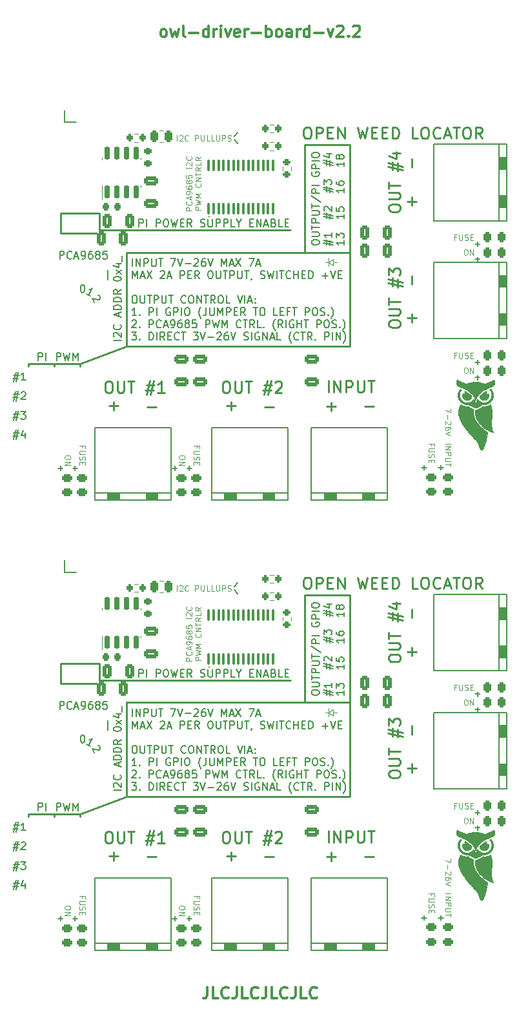
<source format=gbr>
%TF.GenerationSoftware,KiCad,Pcbnew,6.0.11+dfsg-1*%
%TF.CreationDate,2024-04-29T12:11:32+01:00*%
%TF.ProjectId,panel,70616e65-6c2e-46b6-9963-61645f706362,rev?*%
%TF.SameCoordinates,Original*%
%TF.FileFunction,Legend,Top*%
%TF.FilePolarity,Positive*%
%FSLAX46Y46*%
G04 Gerber Fmt 4.6, Leading zero omitted, Abs format (unit mm)*
G04 Created by KiCad (PCBNEW 6.0.11+dfsg-1) date 2024-04-29 12:11:32*
%MOMM*%
%LPD*%
G01*
G04 APERTURE LIST*
G04 Aperture macros list*
%AMRoundRect*
0 Rectangle with rounded corners*
0 $1 Rounding radius*
0 $2 $3 $4 $5 $6 $7 $8 $9 X,Y pos of 4 corners*
0 Add a 4 corners polygon primitive as box body*
4,1,4,$2,$3,$4,$5,$6,$7,$8,$9,$2,$3,0*
0 Add four circle primitives for the rounded corners*
1,1,$1+$1,$2,$3*
1,1,$1+$1,$4,$5*
1,1,$1+$1,$6,$7*
1,1,$1+$1,$8,$9*
0 Add four rect primitives between the rounded corners*
20,1,$1+$1,$2,$3,$4,$5,0*
20,1,$1+$1,$4,$5,$6,$7,0*
20,1,$1+$1,$6,$7,$8,$9,0*
20,1,$1+$1,$8,$9,$2,$3,0*%
%AMFreePoly0*
4,1,22,0.500000,-0.750000,0.000000,-0.750000,0.000000,-0.745033,-0.079941,-0.743568,-0.215256,-0.701293,-0.333266,-0.622738,-0.424486,-0.514219,-0.481581,-0.384460,-0.499164,-0.250000,-0.500000,-0.250000,-0.500000,0.250000,-0.499164,0.250000,-0.499963,0.256109,-0.478152,0.396186,-0.417904,0.524511,-0.324060,0.630769,-0.204165,0.706417,-0.067858,0.745374,0.000000,0.744959,0.000000,0.750000,
0.500000,0.750000,0.500000,-0.750000,0.500000,-0.750000,$1*%
%AMFreePoly1*
4,1,20,0.000000,0.744959,0.073905,0.744508,0.209726,0.703889,0.328688,0.626782,0.421226,0.519385,0.479903,0.390333,0.500000,0.250000,0.500000,-0.250000,0.499851,-0.262216,0.476331,-0.402017,0.414519,-0.529596,0.319384,-0.634700,0.198574,-0.708877,0.061801,-0.746166,0.000000,-0.745033,0.000000,-0.750000,-0.500000,-0.750000,-0.500000,0.750000,0.000000,0.750000,0.000000,0.744959,
0.000000,0.744959,$1*%
G04 Aperture macros list end*
%ADD10C,0.010000*%
%ADD11C,0.250000*%
%ADD12C,0.150000*%
%ADD13C,0.300000*%
%ADD14C,0.240000*%
%ADD15C,0.120000*%
%ADD16C,0.100000*%
%ADD17RoundRect,0.225000X-0.250000X0.225000X-0.250000X-0.225000X0.250000X-0.225000X0.250000X0.225000X0*%
%ADD18RoundRect,0.100000X0.100000X-0.637500X0.100000X0.637500X-0.100000X0.637500X-0.100000X-0.637500X0*%
%ADD19C,2.082800*%
%ADD20RoundRect,0.243750X0.243750X0.456250X-0.243750X0.456250X-0.243750X-0.456250X0.243750X-0.456250X0*%
%ADD21RoundRect,0.250000X0.325000X0.650000X-0.325000X0.650000X-0.325000X-0.650000X0.325000X-0.650000X0*%
%ADD22RoundRect,0.243750X0.456250X-0.243750X0.456250X0.243750X-0.456250X0.243750X-0.456250X-0.243750X0*%
%ADD23FreePoly0,0.000000*%
%ADD24FreePoly1,0.000000*%
%ADD25R,3.600000X2.700000*%
%ADD26C,2.500000*%
%ADD27C,1.500000*%
%ADD28RoundRect,0.250000X-0.650000X0.325000X-0.650000X-0.325000X0.650000X-0.325000X0.650000X0.325000X0*%
%ADD29RoundRect,0.200000X-0.200000X-0.275000X0.200000X-0.275000X0.200000X0.275000X-0.200000X0.275000X0*%
%ADD30RoundRect,0.250000X0.650000X-0.325000X0.650000X0.325000X-0.650000X0.325000X-0.650000X-0.325000X0*%
%ADD31C,1.000000*%
%ADD32C,6.200000*%
%ADD33RoundRect,0.250000X-0.325000X-0.650000X0.325000X-0.650000X0.325000X0.650000X-0.325000X0.650000X0*%
%ADD34R,1.100000X1.100000*%
%ADD35R,3.100000X2.400000*%
%ADD36RoundRect,0.150000X0.150000X-0.737500X0.150000X0.737500X-0.150000X0.737500X-0.150000X-0.737500X0*%
%ADD37R,1.200000X2.250000*%
%ADD38C,4.950000*%
%ADD39R,1.727200X1.727200*%
%ADD40O,1.727200X1.727200*%
%ADD41RoundRect,0.200000X0.275000X-0.200000X0.275000X0.200000X-0.275000X0.200000X-0.275000X-0.200000X0*%
%ADD42RoundRect,0.225000X0.225000X0.250000X-0.225000X0.250000X-0.225000X-0.250000X0.225000X-0.250000X0*%
%ADD43RoundRect,0.250000X-0.250000X-0.475000X0.250000X-0.475000X0.250000X0.475000X-0.250000X0.475000X0*%
%ADD44C,1.600000*%
G04 APERTURE END LIST*
D10*
G36*
X178672516Y-71320528D02*
G01*
X178674670Y-71322514D01*
X178680066Y-71330182D01*
X178686766Y-71342383D01*
X178694594Y-71358645D01*
X178703371Y-71378495D01*
X178712923Y-71401459D01*
X178733640Y-71454837D01*
X178755333Y-71514995D01*
X178776586Y-71578149D01*
X178795987Y-71640512D01*
X178804551Y-71670215D01*
X178812122Y-71698301D01*
X178828166Y-71763664D01*
X178842353Y-71828881D01*
X178854702Y-71894571D01*
X178865234Y-71961356D01*
X178873969Y-72029855D01*
X178880929Y-72100689D01*
X178886132Y-72174477D01*
X178889600Y-72251840D01*
X178891353Y-72333399D01*
X178891411Y-72419773D01*
X178889795Y-72511582D01*
X178886524Y-72609448D01*
X178875104Y-72825827D01*
X178857312Y-73073871D01*
X178838998Y-73316240D01*
X178828256Y-73492516D01*
X178825125Y-73568207D01*
X178823168Y-73642182D01*
X178821813Y-73804724D01*
X178822767Y-73923192D01*
X178825944Y-74031475D01*
X178831540Y-74131436D01*
X178839751Y-74224942D01*
X178850773Y-74313856D01*
X178864801Y-74400044D01*
X178882033Y-74485371D01*
X178902663Y-74571701D01*
X178914258Y-74613791D01*
X178928758Y-74661469D01*
X178945288Y-74712259D01*
X178962973Y-74763683D01*
X178980939Y-74813262D01*
X178998312Y-74858519D01*
X179014217Y-74896977D01*
X179027780Y-74926157D01*
X179031395Y-74933337D01*
X179034767Y-74940227D01*
X179037822Y-74946661D01*
X179040487Y-74952476D01*
X179042688Y-74957506D01*
X179044351Y-74961587D01*
X179045403Y-74964556D01*
X179045677Y-74965571D01*
X179045770Y-74966246D01*
X179045706Y-74967032D01*
X179045506Y-74967737D01*
X179045351Y-74968059D01*
X179045158Y-74968360D01*
X179044926Y-74968639D01*
X179044652Y-74968897D01*
X179044336Y-74969133D01*
X179043976Y-74969347D01*
X179043118Y-74969707D01*
X179042067Y-74969975D01*
X179040812Y-74970148D01*
X179039341Y-74970223D01*
X179037643Y-74970200D01*
X179035707Y-74970074D01*
X179033520Y-74969844D01*
X179031073Y-74969507D01*
X179028352Y-74969061D01*
X179025347Y-74968504D01*
X179022047Y-74967833D01*
X179018439Y-74967045D01*
X179014513Y-74966138D01*
X179005661Y-74963960D01*
X178995398Y-74961277D01*
X178983634Y-74958072D01*
X178970276Y-74954324D01*
X178955235Y-74950015D01*
X178938418Y-74945126D01*
X178919734Y-74939636D01*
X178919711Y-74939698D01*
X178850297Y-74918355D01*
X178781857Y-74895540D01*
X178714482Y-74871289D01*
X178648262Y-74845640D01*
X178583290Y-74818628D01*
X178519655Y-74790292D01*
X178457450Y-74760666D01*
X178396766Y-74729788D01*
X178274448Y-74662404D01*
X178154678Y-74590291D01*
X178037694Y-74513689D01*
X177923737Y-74432836D01*
X177813047Y-74347973D01*
X177705864Y-74259337D01*
X177602428Y-74167168D01*
X177502978Y-74071705D01*
X177407754Y-73973187D01*
X177316998Y-73871854D01*
X177230947Y-73767944D01*
X177149843Y-73661696D01*
X177073925Y-73553349D01*
X177003434Y-73443143D01*
X176938609Y-73331317D01*
X176879689Y-73218109D01*
X176855450Y-73167586D01*
X176832896Y-73118150D01*
X176811996Y-73069689D01*
X176792719Y-73022090D01*
X176775036Y-72975242D01*
X176758915Y-72929032D01*
X176744325Y-72883348D01*
X176731236Y-72838078D01*
X176719618Y-72793109D01*
X176709438Y-72748329D01*
X176700668Y-72703627D01*
X176693275Y-72658890D01*
X176687230Y-72614006D01*
X176682501Y-72568862D01*
X176679058Y-72523346D01*
X176676870Y-72477347D01*
X176675587Y-72423885D01*
X176675613Y-72374766D01*
X176677015Y-72329153D01*
X176679865Y-72286208D01*
X176684231Y-72245093D01*
X176690184Y-72204972D01*
X176697794Y-72165006D01*
X176707130Y-72124359D01*
X176721789Y-72065219D01*
X176767379Y-72049009D01*
X176811259Y-72032400D01*
X176867381Y-72009621D01*
X176932292Y-71982191D01*
X177002541Y-71951632D01*
X177145240Y-71887212D01*
X177210785Y-71856393D01*
X177267856Y-71828529D01*
X177330242Y-71796750D01*
X177388517Y-71765939D01*
X177442827Y-71736007D01*
X177493319Y-71706870D01*
X177540140Y-71678439D01*
X177583436Y-71650628D01*
X177623356Y-71623351D01*
X177660045Y-71596520D01*
X177728555Y-71544560D01*
X177789806Y-71554060D01*
X177809144Y-71556611D01*
X177830374Y-71558564D01*
X177853240Y-71559933D01*
X177877490Y-71560732D01*
X177929131Y-71560680D01*
X177983273Y-71558522D01*
X178037890Y-71554377D01*
X178090960Y-71548359D01*
X178116282Y-71544684D01*
X178140457Y-71540585D01*
X178163234Y-71536075D01*
X178184358Y-71531170D01*
X178212349Y-71523719D01*
X178241503Y-71515196D01*
X178302304Y-71495351D01*
X178364772Y-71472475D01*
X178426916Y-71447408D01*
X178486749Y-71420990D01*
X178542281Y-71394060D01*
X178591522Y-71367457D01*
X178613162Y-71354542D01*
X178632484Y-71342023D01*
X178639151Y-71337570D01*
X178645595Y-71333416D01*
X178651657Y-71329651D01*
X178657180Y-71326367D01*
X178662009Y-71323653D01*
X178665985Y-71321603D01*
X178667605Y-71320854D01*
X178668953Y-71320305D01*
X178670009Y-71319968D01*
X178670755Y-71319853D01*
X178672516Y-71320528D01*
G37*
X178672516Y-71320528D02*
X178674670Y-71322514D01*
X178680066Y-71330182D01*
X178686766Y-71342383D01*
X178694594Y-71358645D01*
X178703371Y-71378495D01*
X178712923Y-71401459D01*
X178733640Y-71454837D01*
X178755333Y-71514995D01*
X178776586Y-71578149D01*
X178795987Y-71640512D01*
X178804551Y-71670215D01*
X178812122Y-71698301D01*
X178828166Y-71763664D01*
X178842353Y-71828881D01*
X178854702Y-71894571D01*
X178865234Y-71961356D01*
X178873969Y-72029855D01*
X178880929Y-72100689D01*
X178886132Y-72174477D01*
X178889600Y-72251840D01*
X178891353Y-72333399D01*
X178891411Y-72419773D01*
X178889795Y-72511582D01*
X178886524Y-72609448D01*
X178875104Y-72825827D01*
X178857312Y-73073871D01*
X178838998Y-73316240D01*
X178828256Y-73492516D01*
X178825125Y-73568207D01*
X178823168Y-73642182D01*
X178821813Y-73804724D01*
X178822767Y-73923192D01*
X178825944Y-74031475D01*
X178831540Y-74131436D01*
X178839751Y-74224942D01*
X178850773Y-74313856D01*
X178864801Y-74400044D01*
X178882033Y-74485371D01*
X178902663Y-74571701D01*
X178914258Y-74613791D01*
X178928758Y-74661469D01*
X178945288Y-74712259D01*
X178962973Y-74763683D01*
X178980939Y-74813262D01*
X178998312Y-74858519D01*
X179014217Y-74896977D01*
X179027780Y-74926157D01*
X179031395Y-74933337D01*
X179034767Y-74940227D01*
X179037822Y-74946661D01*
X179040487Y-74952476D01*
X179042688Y-74957506D01*
X179044351Y-74961587D01*
X179045403Y-74964556D01*
X179045677Y-74965571D01*
X179045770Y-74966246D01*
X179045706Y-74967032D01*
X179045506Y-74967737D01*
X179045351Y-74968059D01*
X179045158Y-74968360D01*
X179044926Y-74968639D01*
X179044652Y-74968897D01*
X179044336Y-74969133D01*
X179043976Y-74969347D01*
X179043118Y-74969707D01*
X179042067Y-74969975D01*
X179040812Y-74970148D01*
X179039341Y-74970223D01*
X179037643Y-74970200D01*
X179035707Y-74970074D01*
X179033520Y-74969844D01*
X179031073Y-74969507D01*
X179028352Y-74969061D01*
X179025347Y-74968504D01*
X179022047Y-74967833D01*
X179018439Y-74967045D01*
X179014513Y-74966138D01*
X179005661Y-74963960D01*
X178995398Y-74961277D01*
X178983634Y-74958072D01*
X178970276Y-74954324D01*
X178955235Y-74950015D01*
X178938418Y-74945126D01*
X178919734Y-74939636D01*
X178919711Y-74939698D01*
X178850297Y-74918355D01*
X178781857Y-74895540D01*
X178714482Y-74871289D01*
X178648262Y-74845640D01*
X178583290Y-74818628D01*
X178519655Y-74790292D01*
X178457450Y-74760666D01*
X178396766Y-74729788D01*
X178274448Y-74662404D01*
X178154678Y-74590291D01*
X178037694Y-74513689D01*
X177923737Y-74432836D01*
X177813047Y-74347973D01*
X177705864Y-74259337D01*
X177602428Y-74167168D01*
X177502978Y-74071705D01*
X177407754Y-73973187D01*
X177316998Y-73871854D01*
X177230947Y-73767944D01*
X177149843Y-73661696D01*
X177073925Y-73553349D01*
X177003434Y-73443143D01*
X176938609Y-73331317D01*
X176879689Y-73218109D01*
X176855450Y-73167586D01*
X176832896Y-73118150D01*
X176811996Y-73069689D01*
X176792719Y-73022090D01*
X176775036Y-72975242D01*
X176758915Y-72929032D01*
X176744325Y-72883348D01*
X176731236Y-72838078D01*
X176719618Y-72793109D01*
X176709438Y-72748329D01*
X176700668Y-72703627D01*
X176693275Y-72658890D01*
X176687230Y-72614006D01*
X176682501Y-72568862D01*
X176679058Y-72523346D01*
X176676870Y-72477347D01*
X176675587Y-72423885D01*
X176675613Y-72374766D01*
X176677015Y-72329153D01*
X176679865Y-72286208D01*
X176684231Y-72245093D01*
X176690184Y-72204972D01*
X176697794Y-72165006D01*
X176707130Y-72124359D01*
X176721789Y-72065219D01*
X176767379Y-72049009D01*
X176811259Y-72032400D01*
X176867381Y-72009621D01*
X176932292Y-71982191D01*
X177002541Y-71951632D01*
X177145240Y-71887212D01*
X177210785Y-71856393D01*
X177267856Y-71828529D01*
X177330242Y-71796750D01*
X177388517Y-71765939D01*
X177442827Y-71736007D01*
X177493319Y-71706870D01*
X177540140Y-71678439D01*
X177583436Y-71650628D01*
X177623356Y-71623351D01*
X177660045Y-71596520D01*
X177728555Y-71544560D01*
X177789806Y-71554060D01*
X177809144Y-71556611D01*
X177830374Y-71558564D01*
X177853240Y-71559933D01*
X177877490Y-71560732D01*
X177929131Y-71560680D01*
X177983273Y-71558522D01*
X178037890Y-71554377D01*
X178090960Y-71548359D01*
X178116282Y-71544684D01*
X178140457Y-71540585D01*
X178163234Y-71536075D01*
X178184358Y-71531170D01*
X178212349Y-71523719D01*
X178241503Y-71515196D01*
X178302304Y-71495351D01*
X178364772Y-71472475D01*
X178426916Y-71447408D01*
X178486749Y-71420990D01*
X178542281Y-71394060D01*
X178591522Y-71367457D01*
X178613162Y-71354542D01*
X178632484Y-71342023D01*
X178639151Y-71337570D01*
X178645595Y-71333416D01*
X178651657Y-71329651D01*
X178657180Y-71326367D01*
X178662009Y-71323653D01*
X178665985Y-71321603D01*
X178667605Y-71320854D01*
X178668953Y-71320305D01*
X178670009Y-71319968D01*
X178670755Y-71319853D01*
X178672516Y-71320528D01*
G36*
X178672516Y-130320528D02*
G01*
X178674670Y-130322514D01*
X178680066Y-130330182D01*
X178686766Y-130342383D01*
X178694594Y-130358645D01*
X178703371Y-130378495D01*
X178712923Y-130401459D01*
X178733640Y-130454837D01*
X178755333Y-130514995D01*
X178776586Y-130578149D01*
X178795987Y-130640512D01*
X178804551Y-130670215D01*
X178812122Y-130698301D01*
X178828166Y-130763664D01*
X178842353Y-130828881D01*
X178854702Y-130894571D01*
X178865234Y-130961356D01*
X178873969Y-131029855D01*
X178880929Y-131100689D01*
X178886132Y-131174477D01*
X178889600Y-131251840D01*
X178891353Y-131333399D01*
X178891411Y-131419773D01*
X178889795Y-131511582D01*
X178886524Y-131609448D01*
X178875104Y-131825827D01*
X178857312Y-132073871D01*
X178838998Y-132316240D01*
X178828256Y-132492516D01*
X178825125Y-132568207D01*
X178823168Y-132642182D01*
X178821813Y-132804724D01*
X178822767Y-132923192D01*
X178825944Y-133031475D01*
X178831540Y-133131436D01*
X178839751Y-133224942D01*
X178850773Y-133313856D01*
X178864801Y-133400044D01*
X178882033Y-133485371D01*
X178902663Y-133571701D01*
X178914258Y-133613791D01*
X178928758Y-133661469D01*
X178945288Y-133712259D01*
X178962973Y-133763683D01*
X178980939Y-133813262D01*
X178998312Y-133858519D01*
X179014217Y-133896977D01*
X179027780Y-133926157D01*
X179031395Y-133933337D01*
X179034767Y-133940227D01*
X179037822Y-133946661D01*
X179040487Y-133952476D01*
X179042688Y-133957506D01*
X179044351Y-133961587D01*
X179045403Y-133964556D01*
X179045677Y-133965571D01*
X179045770Y-133966246D01*
X179045706Y-133967032D01*
X179045506Y-133967737D01*
X179045351Y-133968059D01*
X179045158Y-133968360D01*
X179044926Y-133968639D01*
X179044652Y-133968897D01*
X179044336Y-133969133D01*
X179043976Y-133969347D01*
X179043118Y-133969707D01*
X179042067Y-133969975D01*
X179040812Y-133970148D01*
X179039341Y-133970223D01*
X179037643Y-133970200D01*
X179035707Y-133970074D01*
X179033520Y-133969844D01*
X179031073Y-133969507D01*
X179028352Y-133969061D01*
X179025347Y-133968504D01*
X179022047Y-133967833D01*
X179018439Y-133967045D01*
X179014513Y-133966138D01*
X179005661Y-133963960D01*
X178995398Y-133961277D01*
X178983634Y-133958072D01*
X178970276Y-133954324D01*
X178955235Y-133950015D01*
X178938418Y-133945126D01*
X178919734Y-133939636D01*
X178919711Y-133939698D01*
X178850297Y-133918355D01*
X178781857Y-133895540D01*
X178714482Y-133871289D01*
X178648262Y-133845640D01*
X178583290Y-133818628D01*
X178519655Y-133790292D01*
X178457450Y-133760666D01*
X178396766Y-133729788D01*
X178274448Y-133662404D01*
X178154678Y-133590291D01*
X178037694Y-133513689D01*
X177923737Y-133432836D01*
X177813047Y-133347973D01*
X177705864Y-133259337D01*
X177602428Y-133167168D01*
X177502978Y-133071705D01*
X177407754Y-132973187D01*
X177316998Y-132871854D01*
X177230947Y-132767944D01*
X177149843Y-132661696D01*
X177073925Y-132553349D01*
X177003434Y-132443143D01*
X176938609Y-132331317D01*
X176879689Y-132218109D01*
X176855450Y-132167586D01*
X176832896Y-132118150D01*
X176811996Y-132069689D01*
X176792719Y-132022090D01*
X176775036Y-131975242D01*
X176758915Y-131929032D01*
X176744325Y-131883348D01*
X176731236Y-131838078D01*
X176719618Y-131793109D01*
X176709438Y-131748329D01*
X176700668Y-131703627D01*
X176693275Y-131658890D01*
X176687230Y-131614006D01*
X176682501Y-131568862D01*
X176679058Y-131523346D01*
X176676870Y-131477347D01*
X176675587Y-131423885D01*
X176675613Y-131374766D01*
X176677015Y-131329153D01*
X176679865Y-131286208D01*
X176684231Y-131245093D01*
X176690184Y-131204972D01*
X176697794Y-131165006D01*
X176707130Y-131124359D01*
X176721789Y-131065219D01*
X176767379Y-131049009D01*
X176811259Y-131032400D01*
X176867381Y-131009621D01*
X176932292Y-130982191D01*
X177002541Y-130951632D01*
X177145240Y-130887212D01*
X177210785Y-130856393D01*
X177267856Y-130828529D01*
X177330242Y-130796750D01*
X177388517Y-130765939D01*
X177442827Y-130736007D01*
X177493319Y-130706870D01*
X177540140Y-130678439D01*
X177583436Y-130650628D01*
X177623356Y-130623351D01*
X177660045Y-130596520D01*
X177728555Y-130544560D01*
X177789806Y-130554060D01*
X177809144Y-130556611D01*
X177830374Y-130558564D01*
X177853240Y-130559933D01*
X177877490Y-130560732D01*
X177929131Y-130560680D01*
X177983273Y-130558522D01*
X178037890Y-130554377D01*
X178090960Y-130548359D01*
X178116282Y-130544684D01*
X178140457Y-130540585D01*
X178163234Y-130536075D01*
X178184358Y-130531170D01*
X178212349Y-130523719D01*
X178241503Y-130515196D01*
X178302304Y-130495351D01*
X178364772Y-130472475D01*
X178426916Y-130447408D01*
X178486749Y-130420990D01*
X178542281Y-130394060D01*
X178591522Y-130367457D01*
X178613162Y-130354542D01*
X178632484Y-130342023D01*
X178639151Y-130337570D01*
X178645595Y-130333416D01*
X178651657Y-130329651D01*
X178657180Y-130326367D01*
X178662009Y-130323653D01*
X178665985Y-130321603D01*
X178667605Y-130320854D01*
X178668953Y-130320305D01*
X178670009Y-130319968D01*
X178670755Y-130319853D01*
X178672516Y-130320528D01*
G37*
X178672516Y-130320528D02*
X178674670Y-130322514D01*
X178680066Y-130330182D01*
X178686766Y-130342383D01*
X178694594Y-130358645D01*
X178703371Y-130378495D01*
X178712923Y-130401459D01*
X178733640Y-130454837D01*
X178755333Y-130514995D01*
X178776586Y-130578149D01*
X178795987Y-130640512D01*
X178804551Y-130670215D01*
X178812122Y-130698301D01*
X178828166Y-130763664D01*
X178842353Y-130828881D01*
X178854702Y-130894571D01*
X178865234Y-130961356D01*
X178873969Y-131029855D01*
X178880929Y-131100689D01*
X178886132Y-131174477D01*
X178889600Y-131251840D01*
X178891353Y-131333399D01*
X178891411Y-131419773D01*
X178889795Y-131511582D01*
X178886524Y-131609448D01*
X178875104Y-131825827D01*
X178857312Y-132073871D01*
X178838998Y-132316240D01*
X178828256Y-132492516D01*
X178825125Y-132568207D01*
X178823168Y-132642182D01*
X178821813Y-132804724D01*
X178822767Y-132923192D01*
X178825944Y-133031475D01*
X178831540Y-133131436D01*
X178839751Y-133224942D01*
X178850773Y-133313856D01*
X178864801Y-133400044D01*
X178882033Y-133485371D01*
X178902663Y-133571701D01*
X178914258Y-133613791D01*
X178928758Y-133661469D01*
X178945288Y-133712259D01*
X178962973Y-133763683D01*
X178980939Y-133813262D01*
X178998312Y-133858519D01*
X179014217Y-133896977D01*
X179027780Y-133926157D01*
X179031395Y-133933337D01*
X179034767Y-133940227D01*
X179037822Y-133946661D01*
X179040487Y-133952476D01*
X179042688Y-133957506D01*
X179044351Y-133961587D01*
X179045403Y-133964556D01*
X179045677Y-133965571D01*
X179045770Y-133966246D01*
X179045706Y-133967032D01*
X179045506Y-133967737D01*
X179045351Y-133968059D01*
X179045158Y-133968360D01*
X179044926Y-133968639D01*
X179044652Y-133968897D01*
X179044336Y-133969133D01*
X179043976Y-133969347D01*
X179043118Y-133969707D01*
X179042067Y-133969975D01*
X179040812Y-133970148D01*
X179039341Y-133970223D01*
X179037643Y-133970200D01*
X179035707Y-133970074D01*
X179033520Y-133969844D01*
X179031073Y-133969507D01*
X179028352Y-133969061D01*
X179025347Y-133968504D01*
X179022047Y-133967833D01*
X179018439Y-133967045D01*
X179014513Y-133966138D01*
X179005661Y-133963960D01*
X178995398Y-133961277D01*
X178983634Y-133958072D01*
X178970276Y-133954324D01*
X178955235Y-133950015D01*
X178938418Y-133945126D01*
X178919734Y-133939636D01*
X178919711Y-133939698D01*
X178850297Y-133918355D01*
X178781857Y-133895540D01*
X178714482Y-133871289D01*
X178648262Y-133845640D01*
X178583290Y-133818628D01*
X178519655Y-133790292D01*
X178457450Y-133760666D01*
X178396766Y-133729788D01*
X178274448Y-133662404D01*
X178154678Y-133590291D01*
X178037694Y-133513689D01*
X177923737Y-133432836D01*
X177813047Y-133347973D01*
X177705864Y-133259337D01*
X177602428Y-133167168D01*
X177502978Y-133071705D01*
X177407754Y-132973187D01*
X177316998Y-132871854D01*
X177230947Y-132767944D01*
X177149843Y-132661696D01*
X177073925Y-132553349D01*
X177003434Y-132443143D01*
X176938609Y-132331317D01*
X176879689Y-132218109D01*
X176855450Y-132167586D01*
X176832896Y-132118150D01*
X176811996Y-132069689D01*
X176792719Y-132022090D01*
X176775036Y-131975242D01*
X176758915Y-131929032D01*
X176744325Y-131883348D01*
X176731236Y-131838078D01*
X176719618Y-131793109D01*
X176709438Y-131748329D01*
X176700668Y-131703627D01*
X176693275Y-131658890D01*
X176687230Y-131614006D01*
X176682501Y-131568862D01*
X176679058Y-131523346D01*
X176676870Y-131477347D01*
X176675587Y-131423885D01*
X176675613Y-131374766D01*
X176677015Y-131329153D01*
X176679865Y-131286208D01*
X176684231Y-131245093D01*
X176690184Y-131204972D01*
X176697794Y-131165006D01*
X176707130Y-131124359D01*
X176721789Y-131065219D01*
X176767379Y-131049009D01*
X176811259Y-131032400D01*
X176867381Y-131009621D01*
X176932292Y-130982191D01*
X177002541Y-130951632D01*
X177145240Y-130887212D01*
X177210785Y-130856393D01*
X177267856Y-130828529D01*
X177330242Y-130796750D01*
X177388517Y-130765939D01*
X177442827Y-130736007D01*
X177493319Y-130706870D01*
X177540140Y-130678439D01*
X177583436Y-130650628D01*
X177623356Y-130623351D01*
X177660045Y-130596520D01*
X177728555Y-130544560D01*
X177789806Y-130554060D01*
X177809144Y-130556611D01*
X177830374Y-130558564D01*
X177853240Y-130559933D01*
X177877490Y-130560732D01*
X177929131Y-130560680D01*
X177983273Y-130558522D01*
X178037890Y-130554377D01*
X178090960Y-130548359D01*
X178116282Y-130544684D01*
X178140457Y-130540585D01*
X178163234Y-130536075D01*
X178184358Y-130531170D01*
X178212349Y-130523719D01*
X178241503Y-130515196D01*
X178302304Y-130495351D01*
X178364772Y-130472475D01*
X178426916Y-130447408D01*
X178486749Y-130420990D01*
X178542281Y-130394060D01*
X178591522Y-130367457D01*
X178613162Y-130354542D01*
X178632484Y-130342023D01*
X178639151Y-130337570D01*
X178645595Y-130333416D01*
X178651657Y-130329651D01*
X178657180Y-130326367D01*
X178662009Y-130323653D01*
X178665985Y-130321603D01*
X178667605Y-130320854D01*
X178668953Y-130320305D01*
X178670009Y-130319968D01*
X178670755Y-130319853D01*
X178672516Y-130320528D01*
G36*
X174776596Y-71324515D02*
G01*
X174777833Y-71324623D01*
X174779152Y-71324835D01*
X174780558Y-71325152D01*
X174782055Y-71325577D01*
X174783649Y-71326110D01*
X174785344Y-71326753D01*
X174787145Y-71327508D01*
X174789057Y-71328377D01*
X174791085Y-71329362D01*
X174793232Y-71330464D01*
X174795505Y-71331684D01*
X174797908Y-71333025D01*
X174800446Y-71334489D01*
X174805945Y-71337789D01*
X174812041Y-71341599D01*
X174818771Y-71345931D01*
X174826175Y-71350799D01*
X174839131Y-71359037D01*
X174854267Y-71368034D01*
X174889935Y-71387759D01*
X174930891Y-71408889D01*
X174974850Y-71430337D01*
X175019525Y-71451017D01*
X175062630Y-71469841D01*
X175101879Y-71485723D01*
X175119343Y-71492221D01*
X175134986Y-71497577D01*
X175171318Y-71508787D01*
X175207832Y-71518969D01*
X175244447Y-71528113D01*
X175281080Y-71536214D01*
X175317647Y-71543262D01*
X175354066Y-71549250D01*
X175390253Y-71554172D01*
X175426127Y-71558018D01*
X175461603Y-71560781D01*
X175496600Y-71562454D01*
X175531034Y-71563030D01*
X175564823Y-71562499D01*
X175597883Y-71560855D01*
X175630131Y-71558090D01*
X175661486Y-71554196D01*
X175691863Y-71549167D01*
X175696775Y-71548331D01*
X175701367Y-71547766D01*
X175703572Y-71547599D01*
X175705731Y-71547517D01*
X175707858Y-71547525D01*
X175709962Y-71547628D01*
X175712056Y-71547833D01*
X175714152Y-71548144D01*
X175716262Y-71548568D01*
X175718396Y-71549110D01*
X175720567Y-71549775D01*
X175722786Y-71550570D01*
X175725066Y-71551499D01*
X175727417Y-71552569D01*
X175729851Y-71553784D01*
X175732381Y-71555151D01*
X175735017Y-71556675D01*
X175737772Y-71558361D01*
X175743684Y-71562245D01*
X175750210Y-71566846D01*
X175757444Y-71572209D01*
X175765478Y-71578378D01*
X175774407Y-71585400D01*
X175784324Y-71593317D01*
X175807104Y-71611035D01*
X175831937Y-71629287D01*
X175858731Y-71648020D01*
X175887392Y-71667180D01*
X175949945Y-71706572D01*
X176018851Y-71747039D01*
X176093365Y-71788158D01*
X176172742Y-71829506D01*
X176256238Y-71870658D01*
X176343108Y-71911192D01*
X176416599Y-71944826D01*
X176439584Y-71955557D01*
X176448772Y-71960091D01*
X176448892Y-71960330D01*
X176448973Y-71960818D01*
X176449019Y-71962513D01*
X176448915Y-71965127D01*
X176448669Y-71968608D01*
X176447773Y-71977967D01*
X176446381Y-71990183D01*
X176444542Y-72004848D01*
X176442308Y-72021555D01*
X176439727Y-72039895D01*
X176436851Y-72059461D01*
X176428562Y-72125488D01*
X176423411Y-72192828D01*
X176421388Y-72261422D01*
X176422479Y-72331208D01*
X176426672Y-72402125D01*
X176433956Y-72474114D01*
X176444317Y-72547112D01*
X176457743Y-72621058D01*
X176474223Y-72695893D01*
X176493744Y-72771555D01*
X176516294Y-72847983D01*
X176541860Y-72925116D01*
X176570431Y-73002893D01*
X176601994Y-73081254D01*
X176636536Y-73160137D01*
X176674047Y-73239482D01*
X176723846Y-73337291D01*
X176776607Y-73433519D01*
X176832384Y-73528227D01*
X176891227Y-73621478D01*
X176953190Y-73713334D01*
X177018324Y-73803857D01*
X177086681Y-73893108D01*
X177158314Y-73981151D01*
X177233274Y-74068047D01*
X177311613Y-74153859D01*
X177393384Y-74238649D01*
X177478639Y-74322478D01*
X177567429Y-74405409D01*
X177659808Y-74487504D01*
X177755826Y-74568826D01*
X177855537Y-74649436D01*
X177894472Y-74679146D01*
X177941069Y-74712907D01*
X177993816Y-74749711D01*
X178051203Y-74788548D01*
X178111718Y-74828410D01*
X178173850Y-74868290D01*
X178236088Y-74907178D01*
X178296922Y-74944066D01*
X178301679Y-74946962D01*
X178305983Y-74949710D01*
X178309847Y-74952330D01*
X178313287Y-74954842D01*
X178316316Y-74957264D01*
X178318949Y-74959615D01*
X178321200Y-74961915D01*
X178323084Y-74964182D01*
X178323893Y-74965310D01*
X178324615Y-74966437D01*
X178325253Y-74967565D01*
X178325809Y-74968698D01*
X178326283Y-74969836D01*
X178326678Y-74970984D01*
X178326996Y-74972143D01*
X178327238Y-74973315D01*
X178327406Y-74974503D01*
X178327503Y-74975709D01*
X178327529Y-74976936D01*
X178327487Y-74978186D01*
X178327206Y-74980766D01*
X178326673Y-74983466D01*
X178321636Y-75007784D01*
X178311278Y-75059964D01*
X178280612Y-75217228D01*
X178222354Y-75500000D01*
X178154987Y-75797569D01*
X178085272Y-76081270D01*
X178051648Y-76208963D01*
X178019971Y-76322439D01*
X177950000Y-76552744D01*
X177881088Y-76756648D01*
X177847187Y-76848370D01*
X177813741Y-76933098D01*
X177780813Y-77010698D01*
X177748465Y-77081039D01*
X177716762Y-77143991D01*
X177685767Y-77199420D01*
X177655542Y-77247196D01*
X177626151Y-77287187D01*
X177597658Y-77319261D01*
X177570126Y-77343287D01*
X177543617Y-77359133D01*
X177518195Y-77366667D01*
X177512279Y-77367424D01*
X177506955Y-77367978D01*
X177502134Y-77368281D01*
X177499884Y-77368325D01*
X177497727Y-77368288D01*
X177495652Y-77368166D01*
X177493647Y-77367952D01*
X177491701Y-77367640D01*
X177489804Y-77367225D01*
X177487943Y-77366701D01*
X177486109Y-77366062D01*
X177484289Y-77365302D01*
X177482473Y-77364415D01*
X177480650Y-77363396D01*
X177478809Y-77362239D01*
X177476938Y-77360938D01*
X177475026Y-77359486D01*
X177473063Y-77357879D01*
X177471037Y-77356111D01*
X177466752Y-77352066D01*
X177462084Y-77347304D01*
X177456942Y-77341780D01*
X177451238Y-77335446D01*
X177444884Y-77328256D01*
X177444898Y-77328270D01*
X177429516Y-77309444D01*
X177413634Y-77287360D01*
X177397269Y-77262055D01*
X177380438Y-77233570D01*
X177363159Y-77201944D01*
X177345449Y-77167217D01*
X177327326Y-77129427D01*
X177308807Y-77088615D01*
X177289909Y-77044820D01*
X177270650Y-76998081D01*
X177251048Y-76948437D01*
X177231119Y-76895929D01*
X177210881Y-76840596D01*
X177190352Y-76782476D01*
X177148490Y-76658037D01*
X177094819Y-76494877D01*
X177055989Y-76379068D01*
X177027730Y-76296978D01*
X176746617Y-76007679D01*
X176553984Y-75808086D01*
X176393036Y-75637562D01*
X176236503Y-75466790D01*
X176057117Y-75266456D01*
X175961899Y-75158362D01*
X175869801Y-75051194D01*
X175763166Y-74924144D01*
X175624339Y-74756404D01*
X175577264Y-74697578D01*
X175518599Y-74621599D01*
X175382167Y-74439437D01*
X175246389Y-74252426D01*
X175188541Y-74170387D01*
X175142610Y-74103077D01*
X175073723Y-73997606D01*
X175008911Y-73894573D01*
X174948109Y-73793833D01*
X174891254Y-73695240D01*
X174838281Y-73598648D01*
X174789127Y-73503911D01*
X174743726Y-73410883D01*
X174702015Y-73319418D01*
X174663930Y-73229371D01*
X174629407Y-73140595D01*
X174598382Y-73052945D01*
X174570790Y-72966276D01*
X174546567Y-72880440D01*
X174525650Y-72795293D01*
X174507973Y-72710687D01*
X174493474Y-72626479D01*
X174489301Y-72595976D01*
X174485741Y-72562975D01*
X174480451Y-72490928D01*
X174477577Y-72413246D01*
X174477094Y-72332834D01*
X174478978Y-72252598D01*
X174483203Y-72175445D01*
X174489743Y-72104281D01*
X174493874Y-72071852D01*
X174498574Y-72042011D01*
X174508808Y-71987285D01*
X174519989Y-71934568D01*
X174532239Y-71883439D01*
X174545677Y-71833477D01*
X174560423Y-71784261D01*
X174576597Y-71735369D01*
X174594318Y-71686380D01*
X174613706Y-71636872D01*
X174629280Y-71600216D01*
X174648142Y-71558531D01*
X174669162Y-71514081D01*
X174691208Y-71469134D01*
X174713150Y-71425955D01*
X174733856Y-71386809D01*
X174752195Y-71353962D01*
X174767036Y-71329679D01*
X174767686Y-71328759D01*
X174768366Y-71327925D01*
X174769080Y-71327176D01*
X174769833Y-71326517D01*
X174770630Y-71325947D01*
X174771475Y-71325469D01*
X174772373Y-71325084D01*
X174773330Y-71324795D01*
X174774349Y-71324603D01*
X174775437Y-71324509D01*
X174776596Y-71324515D01*
G37*
X174776596Y-71324515D02*
X174777833Y-71324623D01*
X174779152Y-71324835D01*
X174780558Y-71325152D01*
X174782055Y-71325577D01*
X174783649Y-71326110D01*
X174785344Y-71326753D01*
X174787145Y-71327508D01*
X174789057Y-71328377D01*
X174791085Y-71329362D01*
X174793232Y-71330464D01*
X174795505Y-71331684D01*
X174797908Y-71333025D01*
X174800446Y-71334489D01*
X174805945Y-71337789D01*
X174812041Y-71341599D01*
X174818771Y-71345931D01*
X174826175Y-71350799D01*
X174839131Y-71359037D01*
X174854267Y-71368034D01*
X174889935Y-71387759D01*
X174930891Y-71408889D01*
X174974850Y-71430337D01*
X175019525Y-71451017D01*
X175062630Y-71469841D01*
X175101879Y-71485723D01*
X175119343Y-71492221D01*
X175134986Y-71497577D01*
X175171318Y-71508787D01*
X175207832Y-71518969D01*
X175244447Y-71528113D01*
X175281080Y-71536214D01*
X175317647Y-71543262D01*
X175354066Y-71549250D01*
X175390253Y-71554172D01*
X175426127Y-71558018D01*
X175461603Y-71560781D01*
X175496600Y-71562454D01*
X175531034Y-71563030D01*
X175564823Y-71562499D01*
X175597883Y-71560855D01*
X175630131Y-71558090D01*
X175661486Y-71554196D01*
X175691863Y-71549167D01*
X175696775Y-71548331D01*
X175701367Y-71547766D01*
X175703572Y-71547599D01*
X175705731Y-71547517D01*
X175707858Y-71547525D01*
X175709962Y-71547628D01*
X175712056Y-71547833D01*
X175714152Y-71548144D01*
X175716262Y-71548568D01*
X175718396Y-71549110D01*
X175720567Y-71549775D01*
X175722786Y-71550570D01*
X175725066Y-71551499D01*
X175727417Y-71552569D01*
X175729851Y-71553784D01*
X175732381Y-71555151D01*
X175735017Y-71556675D01*
X175737772Y-71558361D01*
X175743684Y-71562245D01*
X175750210Y-71566846D01*
X175757444Y-71572209D01*
X175765478Y-71578378D01*
X175774407Y-71585400D01*
X175784324Y-71593317D01*
X175807104Y-71611035D01*
X175831937Y-71629287D01*
X175858731Y-71648020D01*
X175887392Y-71667180D01*
X175949945Y-71706572D01*
X176018851Y-71747039D01*
X176093365Y-71788158D01*
X176172742Y-71829506D01*
X176256238Y-71870658D01*
X176343108Y-71911192D01*
X176416599Y-71944826D01*
X176439584Y-71955557D01*
X176448772Y-71960091D01*
X176448892Y-71960330D01*
X176448973Y-71960818D01*
X176449019Y-71962513D01*
X176448915Y-71965127D01*
X176448669Y-71968608D01*
X176447773Y-71977967D01*
X176446381Y-71990183D01*
X176444542Y-72004848D01*
X176442308Y-72021555D01*
X176439727Y-72039895D01*
X176436851Y-72059461D01*
X176428562Y-72125488D01*
X176423411Y-72192828D01*
X176421388Y-72261422D01*
X176422479Y-72331208D01*
X176426672Y-72402125D01*
X176433956Y-72474114D01*
X176444317Y-72547112D01*
X176457743Y-72621058D01*
X176474223Y-72695893D01*
X176493744Y-72771555D01*
X176516294Y-72847983D01*
X176541860Y-72925116D01*
X176570431Y-73002893D01*
X176601994Y-73081254D01*
X176636536Y-73160137D01*
X176674047Y-73239482D01*
X176723846Y-73337291D01*
X176776607Y-73433519D01*
X176832384Y-73528227D01*
X176891227Y-73621478D01*
X176953190Y-73713334D01*
X177018324Y-73803857D01*
X177086681Y-73893108D01*
X177158314Y-73981151D01*
X177233274Y-74068047D01*
X177311613Y-74153859D01*
X177393384Y-74238649D01*
X177478639Y-74322478D01*
X177567429Y-74405409D01*
X177659808Y-74487504D01*
X177755826Y-74568826D01*
X177855537Y-74649436D01*
X177894472Y-74679146D01*
X177941069Y-74712907D01*
X177993816Y-74749711D01*
X178051203Y-74788548D01*
X178111718Y-74828410D01*
X178173850Y-74868290D01*
X178236088Y-74907178D01*
X178296922Y-74944066D01*
X178301679Y-74946962D01*
X178305983Y-74949710D01*
X178309847Y-74952330D01*
X178313287Y-74954842D01*
X178316316Y-74957264D01*
X178318949Y-74959615D01*
X178321200Y-74961915D01*
X178323084Y-74964182D01*
X178323893Y-74965310D01*
X178324615Y-74966437D01*
X178325253Y-74967565D01*
X178325809Y-74968698D01*
X178326283Y-74969836D01*
X178326678Y-74970984D01*
X178326996Y-74972143D01*
X178327238Y-74973315D01*
X178327406Y-74974503D01*
X178327503Y-74975709D01*
X178327529Y-74976936D01*
X178327487Y-74978186D01*
X178327206Y-74980766D01*
X178326673Y-74983466D01*
X178321636Y-75007784D01*
X178311278Y-75059964D01*
X178280612Y-75217228D01*
X178222354Y-75500000D01*
X178154987Y-75797569D01*
X178085272Y-76081270D01*
X178051648Y-76208963D01*
X178019971Y-76322439D01*
X177950000Y-76552744D01*
X177881088Y-76756648D01*
X177847187Y-76848370D01*
X177813741Y-76933098D01*
X177780813Y-77010698D01*
X177748465Y-77081039D01*
X177716762Y-77143991D01*
X177685767Y-77199420D01*
X177655542Y-77247196D01*
X177626151Y-77287187D01*
X177597658Y-77319261D01*
X177570126Y-77343287D01*
X177543617Y-77359133D01*
X177518195Y-77366667D01*
X177512279Y-77367424D01*
X177506955Y-77367978D01*
X177502134Y-77368281D01*
X177499884Y-77368325D01*
X177497727Y-77368288D01*
X177495652Y-77368166D01*
X177493647Y-77367952D01*
X177491701Y-77367640D01*
X177489804Y-77367225D01*
X177487943Y-77366701D01*
X177486109Y-77366062D01*
X177484289Y-77365302D01*
X177482473Y-77364415D01*
X177480650Y-77363396D01*
X177478809Y-77362239D01*
X177476938Y-77360938D01*
X177475026Y-77359486D01*
X177473063Y-77357879D01*
X177471037Y-77356111D01*
X177466752Y-77352066D01*
X177462084Y-77347304D01*
X177456942Y-77341780D01*
X177451238Y-77335446D01*
X177444884Y-77328256D01*
X177444898Y-77328270D01*
X177429516Y-77309444D01*
X177413634Y-77287360D01*
X177397269Y-77262055D01*
X177380438Y-77233570D01*
X177363159Y-77201944D01*
X177345449Y-77167217D01*
X177327326Y-77129427D01*
X177308807Y-77088615D01*
X177289909Y-77044820D01*
X177270650Y-76998081D01*
X177251048Y-76948437D01*
X177231119Y-76895929D01*
X177210881Y-76840596D01*
X177190352Y-76782476D01*
X177148490Y-76658037D01*
X177094819Y-76494877D01*
X177055989Y-76379068D01*
X177027730Y-76296978D01*
X176746617Y-76007679D01*
X176553984Y-75808086D01*
X176393036Y-75637562D01*
X176236503Y-75466790D01*
X176057117Y-75266456D01*
X175961899Y-75158362D01*
X175869801Y-75051194D01*
X175763166Y-74924144D01*
X175624339Y-74756404D01*
X175577264Y-74697578D01*
X175518599Y-74621599D01*
X175382167Y-74439437D01*
X175246389Y-74252426D01*
X175188541Y-74170387D01*
X175142610Y-74103077D01*
X175073723Y-73997606D01*
X175008911Y-73894573D01*
X174948109Y-73793833D01*
X174891254Y-73695240D01*
X174838281Y-73598648D01*
X174789127Y-73503911D01*
X174743726Y-73410883D01*
X174702015Y-73319418D01*
X174663930Y-73229371D01*
X174629407Y-73140595D01*
X174598382Y-73052945D01*
X174570790Y-72966276D01*
X174546567Y-72880440D01*
X174525650Y-72795293D01*
X174507973Y-72710687D01*
X174493474Y-72626479D01*
X174489301Y-72595976D01*
X174485741Y-72562975D01*
X174480451Y-72490928D01*
X174477577Y-72413246D01*
X174477094Y-72332834D01*
X174478978Y-72252598D01*
X174483203Y-72175445D01*
X174489743Y-72104281D01*
X174493874Y-72071852D01*
X174498574Y-72042011D01*
X174508808Y-71987285D01*
X174519989Y-71934568D01*
X174532239Y-71883439D01*
X174545677Y-71833477D01*
X174560423Y-71784261D01*
X174576597Y-71735369D01*
X174594318Y-71686380D01*
X174613706Y-71636872D01*
X174629280Y-71600216D01*
X174648142Y-71558531D01*
X174669162Y-71514081D01*
X174691208Y-71469134D01*
X174713150Y-71425955D01*
X174733856Y-71386809D01*
X174752195Y-71353962D01*
X174767036Y-71329679D01*
X174767686Y-71328759D01*
X174768366Y-71327925D01*
X174769080Y-71327176D01*
X174769833Y-71326517D01*
X174770630Y-71325947D01*
X174771475Y-71325469D01*
X174772373Y-71325084D01*
X174773330Y-71324795D01*
X174774349Y-71324603D01*
X174775437Y-71324509D01*
X174776596Y-71324515D01*
G36*
X174776596Y-130324515D02*
G01*
X174777833Y-130324623D01*
X174779152Y-130324835D01*
X174780558Y-130325152D01*
X174782055Y-130325577D01*
X174783649Y-130326110D01*
X174785344Y-130326753D01*
X174787145Y-130327508D01*
X174789057Y-130328377D01*
X174791085Y-130329362D01*
X174793232Y-130330464D01*
X174795505Y-130331684D01*
X174797908Y-130333025D01*
X174800446Y-130334489D01*
X174805945Y-130337789D01*
X174812041Y-130341599D01*
X174818771Y-130345931D01*
X174826175Y-130350799D01*
X174839131Y-130359037D01*
X174854267Y-130368034D01*
X174889935Y-130387759D01*
X174930891Y-130408889D01*
X174974850Y-130430337D01*
X175019525Y-130451017D01*
X175062630Y-130469841D01*
X175101879Y-130485723D01*
X175119343Y-130492221D01*
X175134986Y-130497577D01*
X175171318Y-130508787D01*
X175207832Y-130518969D01*
X175244447Y-130528113D01*
X175281080Y-130536214D01*
X175317647Y-130543262D01*
X175354066Y-130549250D01*
X175390253Y-130554172D01*
X175426127Y-130558018D01*
X175461603Y-130560781D01*
X175496600Y-130562454D01*
X175531034Y-130563030D01*
X175564823Y-130562499D01*
X175597883Y-130560855D01*
X175630131Y-130558090D01*
X175661486Y-130554196D01*
X175691863Y-130549167D01*
X175696775Y-130548331D01*
X175701367Y-130547766D01*
X175703572Y-130547599D01*
X175705731Y-130547517D01*
X175707858Y-130547525D01*
X175709962Y-130547628D01*
X175712056Y-130547833D01*
X175714152Y-130548144D01*
X175716262Y-130548568D01*
X175718396Y-130549110D01*
X175720567Y-130549775D01*
X175722786Y-130550570D01*
X175725066Y-130551499D01*
X175727417Y-130552569D01*
X175729851Y-130553784D01*
X175732381Y-130555151D01*
X175735017Y-130556675D01*
X175737772Y-130558361D01*
X175743684Y-130562245D01*
X175750210Y-130566846D01*
X175757444Y-130572209D01*
X175765478Y-130578378D01*
X175774407Y-130585400D01*
X175784324Y-130593317D01*
X175807104Y-130611035D01*
X175831937Y-130629287D01*
X175858731Y-130648020D01*
X175887392Y-130667180D01*
X175949945Y-130706572D01*
X176018851Y-130747039D01*
X176093365Y-130788158D01*
X176172742Y-130829506D01*
X176256238Y-130870658D01*
X176343108Y-130911192D01*
X176416599Y-130944826D01*
X176439584Y-130955557D01*
X176448772Y-130960091D01*
X176448892Y-130960330D01*
X176448973Y-130960818D01*
X176449019Y-130962513D01*
X176448915Y-130965127D01*
X176448669Y-130968608D01*
X176447773Y-130977967D01*
X176446381Y-130990183D01*
X176444542Y-131004848D01*
X176442308Y-131021555D01*
X176439727Y-131039895D01*
X176436851Y-131059461D01*
X176428562Y-131125488D01*
X176423411Y-131192828D01*
X176421388Y-131261422D01*
X176422479Y-131331208D01*
X176426672Y-131402125D01*
X176433956Y-131474114D01*
X176444317Y-131547112D01*
X176457743Y-131621058D01*
X176474223Y-131695893D01*
X176493744Y-131771555D01*
X176516294Y-131847983D01*
X176541860Y-131925116D01*
X176570431Y-132002893D01*
X176601994Y-132081254D01*
X176636536Y-132160137D01*
X176674047Y-132239482D01*
X176723846Y-132337291D01*
X176776607Y-132433519D01*
X176832384Y-132528227D01*
X176891227Y-132621478D01*
X176953190Y-132713334D01*
X177018324Y-132803857D01*
X177086681Y-132893108D01*
X177158314Y-132981151D01*
X177233274Y-133068047D01*
X177311613Y-133153859D01*
X177393384Y-133238649D01*
X177478639Y-133322478D01*
X177567429Y-133405409D01*
X177659808Y-133487504D01*
X177755826Y-133568826D01*
X177855537Y-133649436D01*
X177894472Y-133679146D01*
X177941069Y-133712907D01*
X177993816Y-133749711D01*
X178051203Y-133788548D01*
X178111718Y-133828410D01*
X178173850Y-133868290D01*
X178236088Y-133907178D01*
X178296922Y-133944066D01*
X178301679Y-133946962D01*
X178305983Y-133949710D01*
X178309847Y-133952330D01*
X178313287Y-133954842D01*
X178316316Y-133957264D01*
X178318949Y-133959615D01*
X178321200Y-133961915D01*
X178323084Y-133964182D01*
X178323893Y-133965310D01*
X178324615Y-133966437D01*
X178325253Y-133967565D01*
X178325809Y-133968698D01*
X178326283Y-133969836D01*
X178326678Y-133970984D01*
X178326996Y-133972143D01*
X178327238Y-133973315D01*
X178327406Y-133974503D01*
X178327503Y-133975709D01*
X178327529Y-133976936D01*
X178327487Y-133978186D01*
X178327206Y-133980766D01*
X178326673Y-133983466D01*
X178321636Y-134007784D01*
X178311278Y-134059964D01*
X178280612Y-134217228D01*
X178222354Y-134500000D01*
X178154987Y-134797569D01*
X178085272Y-135081270D01*
X178051648Y-135208963D01*
X178019971Y-135322439D01*
X177950000Y-135552744D01*
X177881088Y-135756648D01*
X177847187Y-135848370D01*
X177813741Y-135933098D01*
X177780813Y-136010698D01*
X177748465Y-136081039D01*
X177716762Y-136143991D01*
X177685767Y-136199420D01*
X177655542Y-136247196D01*
X177626151Y-136287187D01*
X177597658Y-136319261D01*
X177570126Y-136343287D01*
X177543617Y-136359133D01*
X177518195Y-136366667D01*
X177512279Y-136367424D01*
X177506955Y-136367978D01*
X177502134Y-136368281D01*
X177499884Y-136368325D01*
X177497727Y-136368288D01*
X177495652Y-136368166D01*
X177493647Y-136367952D01*
X177491701Y-136367640D01*
X177489804Y-136367225D01*
X177487943Y-136366701D01*
X177486109Y-136366062D01*
X177484289Y-136365302D01*
X177482473Y-136364415D01*
X177480650Y-136363396D01*
X177478809Y-136362239D01*
X177476938Y-136360938D01*
X177475026Y-136359486D01*
X177473063Y-136357879D01*
X177471037Y-136356111D01*
X177466752Y-136352066D01*
X177462084Y-136347304D01*
X177456942Y-136341780D01*
X177451238Y-136335446D01*
X177444884Y-136328256D01*
X177444898Y-136328270D01*
X177429516Y-136309444D01*
X177413634Y-136287360D01*
X177397269Y-136262055D01*
X177380438Y-136233570D01*
X177363159Y-136201944D01*
X177345449Y-136167217D01*
X177327326Y-136129427D01*
X177308807Y-136088615D01*
X177289909Y-136044820D01*
X177270650Y-135998081D01*
X177251048Y-135948437D01*
X177231119Y-135895929D01*
X177210881Y-135840596D01*
X177190352Y-135782476D01*
X177148490Y-135658037D01*
X177094819Y-135494877D01*
X177055989Y-135379068D01*
X177027730Y-135296978D01*
X176746617Y-135007679D01*
X176553984Y-134808086D01*
X176393036Y-134637562D01*
X176236503Y-134466790D01*
X176057117Y-134266456D01*
X175961899Y-134158362D01*
X175869801Y-134051194D01*
X175763166Y-133924144D01*
X175624339Y-133756404D01*
X175577264Y-133697578D01*
X175518599Y-133621599D01*
X175382167Y-133439437D01*
X175246389Y-133252426D01*
X175188541Y-133170387D01*
X175142610Y-133103077D01*
X175073723Y-132997606D01*
X175008911Y-132894573D01*
X174948109Y-132793833D01*
X174891254Y-132695240D01*
X174838281Y-132598648D01*
X174789127Y-132503911D01*
X174743726Y-132410883D01*
X174702015Y-132319418D01*
X174663930Y-132229371D01*
X174629407Y-132140595D01*
X174598382Y-132052945D01*
X174570790Y-131966276D01*
X174546567Y-131880440D01*
X174525650Y-131795293D01*
X174507973Y-131710687D01*
X174493474Y-131626479D01*
X174489301Y-131595976D01*
X174485741Y-131562975D01*
X174480451Y-131490928D01*
X174477577Y-131413246D01*
X174477094Y-131332834D01*
X174478978Y-131252598D01*
X174483203Y-131175445D01*
X174489743Y-131104281D01*
X174493874Y-131071852D01*
X174498574Y-131042011D01*
X174508808Y-130987285D01*
X174519989Y-130934568D01*
X174532239Y-130883439D01*
X174545677Y-130833477D01*
X174560423Y-130784261D01*
X174576597Y-130735369D01*
X174594318Y-130686380D01*
X174613706Y-130636872D01*
X174629280Y-130600216D01*
X174648142Y-130558531D01*
X174669162Y-130514081D01*
X174691208Y-130469134D01*
X174713150Y-130425955D01*
X174733856Y-130386809D01*
X174752195Y-130353962D01*
X174767036Y-130329679D01*
X174767686Y-130328759D01*
X174768366Y-130327925D01*
X174769080Y-130327176D01*
X174769833Y-130326517D01*
X174770630Y-130325947D01*
X174771475Y-130325469D01*
X174772373Y-130325084D01*
X174773330Y-130324795D01*
X174774349Y-130324603D01*
X174775437Y-130324509D01*
X174776596Y-130324515D01*
G37*
X174776596Y-130324515D02*
X174777833Y-130324623D01*
X174779152Y-130324835D01*
X174780558Y-130325152D01*
X174782055Y-130325577D01*
X174783649Y-130326110D01*
X174785344Y-130326753D01*
X174787145Y-130327508D01*
X174789057Y-130328377D01*
X174791085Y-130329362D01*
X174793232Y-130330464D01*
X174795505Y-130331684D01*
X174797908Y-130333025D01*
X174800446Y-130334489D01*
X174805945Y-130337789D01*
X174812041Y-130341599D01*
X174818771Y-130345931D01*
X174826175Y-130350799D01*
X174839131Y-130359037D01*
X174854267Y-130368034D01*
X174889935Y-130387759D01*
X174930891Y-130408889D01*
X174974850Y-130430337D01*
X175019525Y-130451017D01*
X175062630Y-130469841D01*
X175101879Y-130485723D01*
X175119343Y-130492221D01*
X175134986Y-130497577D01*
X175171318Y-130508787D01*
X175207832Y-130518969D01*
X175244447Y-130528113D01*
X175281080Y-130536214D01*
X175317647Y-130543262D01*
X175354066Y-130549250D01*
X175390253Y-130554172D01*
X175426127Y-130558018D01*
X175461603Y-130560781D01*
X175496600Y-130562454D01*
X175531034Y-130563030D01*
X175564823Y-130562499D01*
X175597883Y-130560855D01*
X175630131Y-130558090D01*
X175661486Y-130554196D01*
X175691863Y-130549167D01*
X175696775Y-130548331D01*
X175701367Y-130547766D01*
X175703572Y-130547599D01*
X175705731Y-130547517D01*
X175707858Y-130547525D01*
X175709962Y-130547628D01*
X175712056Y-130547833D01*
X175714152Y-130548144D01*
X175716262Y-130548568D01*
X175718396Y-130549110D01*
X175720567Y-130549775D01*
X175722786Y-130550570D01*
X175725066Y-130551499D01*
X175727417Y-130552569D01*
X175729851Y-130553784D01*
X175732381Y-130555151D01*
X175735017Y-130556675D01*
X175737772Y-130558361D01*
X175743684Y-130562245D01*
X175750210Y-130566846D01*
X175757444Y-130572209D01*
X175765478Y-130578378D01*
X175774407Y-130585400D01*
X175784324Y-130593317D01*
X175807104Y-130611035D01*
X175831937Y-130629287D01*
X175858731Y-130648020D01*
X175887392Y-130667180D01*
X175949945Y-130706572D01*
X176018851Y-130747039D01*
X176093365Y-130788158D01*
X176172742Y-130829506D01*
X176256238Y-130870658D01*
X176343108Y-130911192D01*
X176416599Y-130944826D01*
X176439584Y-130955557D01*
X176448772Y-130960091D01*
X176448892Y-130960330D01*
X176448973Y-130960818D01*
X176449019Y-130962513D01*
X176448915Y-130965127D01*
X176448669Y-130968608D01*
X176447773Y-130977967D01*
X176446381Y-130990183D01*
X176444542Y-131004848D01*
X176442308Y-131021555D01*
X176439727Y-131039895D01*
X176436851Y-131059461D01*
X176428562Y-131125488D01*
X176423411Y-131192828D01*
X176421388Y-131261422D01*
X176422479Y-131331208D01*
X176426672Y-131402125D01*
X176433956Y-131474114D01*
X176444317Y-131547112D01*
X176457743Y-131621058D01*
X176474223Y-131695893D01*
X176493744Y-131771555D01*
X176516294Y-131847983D01*
X176541860Y-131925116D01*
X176570431Y-132002893D01*
X176601994Y-132081254D01*
X176636536Y-132160137D01*
X176674047Y-132239482D01*
X176723846Y-132337291D01*
X176776607Y-132433519D01*
X176832384Y-132528227D01*
X176891227Y-132621478D01*
X176953190Y-132713334D01*
X177018324Y-132803857D01*
X177086681Y-132893108D01*
X177158314Y-132981151D01*
X177233274Y-133068047D01*
X177311613Y-133153859D01*
X177393384Y-133238649D01*
X177478639Y-133322478D01*
X177567429Y-133405409D01*
X177659808Y-133487504D01*
X177755826Y-133568826D01*
X177855537Y-133649436D01*
X177894472Y-133679146D01*
X177941069Y-133712907D01*
X177993816Y-133749711D01*
X178051203Y-133788548D01*
X178111718Y-133828410D01*
X178173850Y-133868290D01*
X178236088Y-133907178D01*
X178296922Y-133944066D01*
X178301679Y-133946962D01*
X178305983Y-133949710D01*
X178309847Y-133952330D01*
X178313287Y-133954842D01*
X178316316Y-133957264D01*
X178318949Y-133959615D01*
X178321200Y-133961915D01*
X178323084Y-133964182D01*
X178323893Y-133965310D01*
X178324615Y-133966437D01*
X178325253Y-133967565D01*
X178325809Y-133968698D01*
X178326283Y-133969836D01*
X178326678Y-133970984D01*
X178326996Y-133972143D01*
X178327238Y-133973315D01*
X178327406Y-133974503D01*
X178327503Y-133975709D01*
X178327529Y-133976936D01*
X178327487Y-133978186D01*
X178327206Y-133980766D01*
X178326673Y-133983466D01*
X178321636Y-134007784D01*
X178311278Y-134059964D01*
X178280612Y-134217228D01*
X178222354Y-134500000D01*
X178154987Y-134797569D01*
X178085272Y-135081270D01*
X178051648Y-135208963D01*
X178019971Y-135322439D01*
X177950000Y-135552744D01*
X177881088Y-135756648D01*
X177847187Y-135848370D01*
X177813741Y-135933098D01*
X177780813Y-136010698D01*
X177748465Y-136081039D01*
X177716762Y-136143991D01*
X177685767Y-136199420D01*
X177655542Y-136247196D01*
X177626151Y-136287187D01*
X177597658Y-136319261D01*
X177570126Y-136343287D01*
X177543617Y-136359133D01*
X177518195Y-136366667D01*
X177512279Y-136367424D01*
X177506955Y-136367978D01*
X177502134Y-136368281D01*
X177499884Y-136368325D01*
X177497727Y-136368288D01*
X177495652Y-136368166D01*
X177493647Y-136367952D01*
X177491701Y-136367640D01*
X177489804Y-136367225D01*
X177487943Y-136366701D01*
X177486109Y-136366062D01*
X177484289Y-136365302D01*
X177482473Y-136364415D01*
X177480650Y-136363396D01*
X177478809Y-136362239D01*
X177476938Y-136360938D01*
X177475026Y-136359486D01*
X177473063Y-136357879D01*
X177471037Y-136356111D01*
X177466752Y-136352066D01*
X177462084Y-136347304D01*
X177456942Y-136341780D01*
X177451238Y-136335446D01*
X177444884Y-136328256D01*
X177444898Y-136328270D01*
X177429516Y-136309444D01*
X177413634Y-136287360D01*
X177397269Y-136262055D01*
X177380438Y-136233570D01*
X177363159Y-136201944D01*
X177345449Y-136167217D01*
X177327326Y-136129427D01*
X177308807Y-136088615D01*
X177289909Y-136044820D01*
X177270650Y-135998081D01*
X177251048Y-135948437D01*
X177231119Y-135895929D01*
X177210881Y-135840596D01*
X177190352Y-135782476D01*
X177148490Y-135658037D01*
X177094819Y-135494877D01*
X177055989Y-135379068D01*
X177027730Y-135296978D01*
X176746617Y-135007679D01*
X176553984Y-134808086D01*
X176393036Y-134637562D01*
X176236503Y-134466790D01*
X176057117Y-134266456D01*
X175961899Y-134158362D01*
X175869801Y-134051194D01*
X175763166Y-133924144D01*
X175624339Y-133756404D01*
X175577264Y-133697578D01*
X175518599Y-133621599D01*
X175382167Y-133439437D01*
X175246389Y-133252426D01*
X175188541Y-133170387D01*
X175142610Y-133103077D01*
X175073723Y-132997606D01*
X175008911Y-132894573D01*
X174948109Y-132793833D01*
X174891254Y-132695240D01*
X174838281Y-132598648D01*
X174789127Y-132503911D01*
X174743726Y-132410883D01*
X174702015Y-132319418D01*
X174663930Y-132229371D01*
X174629407Y-132140595D01*
X174598382Y-132052945D01*
X174570790Y-131966276D01*
X174546567Y-131880440D01*
X174525650Y-131795293D01*
X174507973Y-131710687D01*
X174493474Y-131626479D01*
X174489301Y-131595976D01*
X174485741Y-131562975D01*
X174480451Y-131490928D01*
X174477577Y-131413246D01*
X174477094Y-131332834D01*
X174478978Y-131252598D01*
X174483203Y-131175445D01*
X174489743Y-131104281D01*
X174493874Y-131071852D01*
X174498574Y-131042011D01*
X174508808Y-130987285D01*
X174519989Y-130934568D01*
X174532239Y-130883439D01*
X174545677Y-130833477D01*
X174560423Y-130784261D01*
X174576597Y-130735369D01*
X174594318Y-130686380D01*
X174613706Y-130636872D01*
X174629280Y-130600216D01*
X174648142Y-130558531D01*
X174669162Y-130514081D01*
X174691208Y-130469134D01*
X174713150Y-130425955D01*
X174733856Y-130386809D01*
X174752195Y-130353962D01*
X174767036Y-130329679D01*
X174767686Y-130328759D01*
X174768366Y-130327925D01*
X174769080Y-130327176D01*
X174769833Y-130326517D01*
X174770630Y-130325947D01*
X174771475Y-130325469D01*
X174772373Y-130325084D01*
X174773330Y-130324795D01*
X174774349Y-130324603D01*
X174775437Y-130324509D01*
X174776596Y-130324515D01*
D11*
X122300000Y-46300000D02*
X127400000Y-46300000D01*
X127400000Y-46300000D02*
X127400000Y-48900000D01*
X127400000Y-48900000D02*
X122300000Y-48900000D01*
X122300000Y-48900000D02*
X122300000Y-46300000D01*
X122300000Y-105300000D02*
X127400000Y-105300000D01*
X127400000Y-105300000D02*
X127400000Y-107900000D01*
X127400000Y-107900000D02*
X122300000Y-107900000D01*
X122300000Y-107900000D02*
X122300000Y-105300000D01*
D10*
G36*
X174348325Y-68091219D02*
G01*
X174376833Y-68114351D01*
X174404901Y-68136157D01*
X174432750Y-68156754D01*
X174460601Y-68176257D01*
X174488676Y-68194781D01*
X174517195Y-68212443D01*
X174546380Y-68229358D01*
X174576452Y-68245642D01*
X174607631Y-68261411D01*
X174640140Y-68276779D01*
X174674199Y-68291864D01*
X174710030Y-68306781D01*
X174747853Y-68321644D01*
X174787889Y-68336571D01*
X174830360Y-68351677D01*
X174875487Y-68367078D01*
X174947186Y-68391744D01*
X175020016Y-68417908D01*
X175085463Y-68442446D01*
X175135011Y-68462235D01*
X175176173Y-68480411D01*
X175223940Y-68502768D01*
X175275252Y-68527744D01*
X175327050Y-68553779D01*
X175376274Y-68579310D01*
X175419865Y-68602776D01*
X175454763Y-68622614D01*
X175477908Y-68637263D01*
X175503108Y-68655154D01*
X175598918Y-68610213D01*
X175689655Y-68570196D01*
X175783308Y-68533838D01*
X175879625Y-68501169D01*
X175978357Y-68472215D01*
X176079253Y-68447006D01*
X176182064Y-68425568D01*
X176286538Y-68407930D01*
X176392427Y-68394119D01*
X176499479Y-68384164D01*
X176607445Y-68378092D01*
X176716074Y-68375932D01*
X176825115Y-68377711D01*
X176934320Y-68383457D01*
X177043438Y-68393199D01*
X177152217Y-68406963D01*
X177260409Y-68424779D01*
X177336083Y-68439725D01*
X177409738Y-68456377D01*
X177481995Y-68474925D01*
X177553475Y-68495557D01*
X177624800Y-68518463D01*
X177696590Y-68543833D01*
X177769468Y-68571855D01*
X177844054Y-68602720D01*
X177962346Y-68653305D01*
X178063308Y-68595048D01*
X178113619Y-68566980D01*
X178166085Y-68539592D01*
X178220676Y-68512896D01*
X178277360Y-68486908D01*
X178336107Y-68461640D01*
X178396885Y-68437106D01*
X178459665Y-68413320D01*
X178524415Y-68390296D01*
X178631141Y-68352642D01*
X178722192Y-68318324D01*
X178800255Y-68285994D01*
X178835255Y-68270154D01*
X178868017Y-68254306D01*
X178898875Y-68238283D01*
X178928166Y-68221915D01*
X178956226Y-68205034D01*
X178983390Y-68187473D01*
X179009995Y-68169062D01*
X179036376Y-68149634D01*
X179089810Y-68107053D01*
X179109906Y-68090322D01*
X179118021Y-68083861D01*
X179121660Y-68081139D01*
X179125045Y-68078768D01*
X179128195Y-68076759D01*
X179131128Y-68075121D01*
X179133863Y-68073863D01*
X179136419Y-68072994D01*
X179138815Y-68072525D01*
X179141068Y-68072463D01*
X179143198Y-68072820D01*
X179145223Y-68073603D01*
X179147162Y-68074824D01*
X179149034Y-68076490D01*
X179150857Y-68078612D01*
X179152650Y-68081199D01*
X179154431Y-68084261D01*
X179156219Y-68087806D01*
X179158034Y-68091844D01*
X179159893Y-68096385D01*
X179163818Y-68107013D01*
X179168145Y-68119764D01*
X179178601Y-68151940D01*
X179195345Y-68208166D01*
X179208778Y-68263517D01*
X179218923Y-68317853D01*
X179225802Y-68371034D01*
X179229439Y-68422921D01*
X179229855Y-68473376D01*
X179227074Y-68522259D01*
X179221119Y-68569430D01*
X179212011Y-68614750D01*
X179199774Y-68658080D01*
X179184430Y-68699281D01*
X179166002Y-68738213D01*
X179144513Y-68774737D01*
X179119985Y-68808714D01*
X179092441Y-68840004D01*
X179061904Y-68868469D01*
X179048857Y-68879240D01*
X179035901Y-68889453D01*
X179022945Y-68899159D01*
X179009892Y-68908407D01*
X178996650Y-68917248D01*
X178983124Y-68925731D01*
X178969221Y-68933908D01*
X178954846Y-68941827D01*
X178939906Y-68949540D01*
X178924306Y-68957096D01*
X178907952Y-68964545D01*
X178890751Y-68971937D01*
X178872609Y-68979323D01*
X178853431Y-68986752D01*
X178833124Y-68994276D01*
X178811593Y-69001943D01*
X178645428Y-69062844D01*
X178484027Y-69127582D01*
X178328062Y-69195822D01*
X178178202Y-69267231D01*
X178035118Y-69341475D01*
X177899481Y-69418222D01*
X177771961Y-69497138D01*
X177653228Y-69577888D01*
X177569635Y-69639530D01*
X177489788Y-69702297D01*
X177413672Y-69766208D01*
X177341270Y-69831285D01*
X177272565Y-69897549D01*
X177207542Y-69965020D01*
X177146183Y-70033718D01*
X177088474Y-70103665D01*
X177034396Y-70174880D01*
X176983935Y-70247385D01*
X176937074Y-70321200D01*
X176893796Y-70396346D01*
X176854085Y-70472842D01*
X176817924Y-70550711D01*
X176785298Y-70629972D01*
X176756190Y-70710647D01*
X176723241Y-70808677D01*
X176688714Y-70702157D01*
X176656258Y-70611100D01*
X176618356Y-70521157D01*
X176575075Y-70432401D01*
X176526479Y-70344906D01*
X176472632Y-70258745D01*
X176413601Y-70173991D01*
X176349448Y-70090718D01*
X176280240Y-70008997D01*
X176206041Y-69928904D01*
X176126917Y-69850510D01*
X176042931Y-69773890D01*
X175954149Y-69699116D01*
X175860635Y-69626262D01*
X175762456Y-69555400D01*
X175659674Y-69486605D01*
X175552356Y-69419948D01*
X175451666Y-69361784D01*
X175346420Y-69305040D01*
X175236892Y-69249842D01*
X175123356Y-69196315D01*
X175006084Y-69144582D01*
X174885351Y-69094770D01*
X174761431Y-69047002D01*
X174634597Y-69001405D01*
X174583704Y-68982332D01*
X174536453Y-68961654D01*
X174492794Y-68939307D01*
X174472297Y-68927487D01*
X174452680Y-68915226D01*
X174433937Y-68902515D01*
X174416062Y-68889347D01*
X174399049Y-68875714D01*
X174382891Y-68861607D01*
X174367583Y-68847019D01*
X174353119Y-68831941D01*
X174339492Y-68816365D01*
X174326696Y-68800285D01*
X174314726Y-68783690D01*
X174303575Y-68766574D01*
X174293237Y-68748928D01*
X174283706Y-68730745D01*
X174274976Y-68712015D01*
X174267041Y-68692733D01*
X174259895Y-68672888D01*
X174253532Y-68652474D01*
X174247945Y-68631482D01*
X174243129Y-68609904D01*
X174239078Y-68587733D01*
X174235785Y-68564959D01*
X174231449Y-68517575D01*
X174230075Y-68467687D01*
X174230661Y-68425021D01*
X174231382Y-68405312D01*
X174232431Y-68386442D01*
X174233837Y-68368225D01*
X174235630Y-68350477D01*
X174237843Y-68333015D01*
X174240505Y-68315655D01*
X174243647Y-68298212D01*
X174247300Y-68280502D01*
X174251494Y-68262341D01*
X174256260Y-68243546D01*
X174267630Y-68203316D01*
X174281655Y-68158337D01*
X174312795Y-68061818D01*
X174348325Y-68091219D01*
G37*
X174348325Y-68091219D02*
X174376833Y-68114351D01*
X174404901Y-68136157D01*
X174432750Y-68156754D01*
X174460601Y-68176257D01*
X174488676Y-68194781D01*
X174517195Y-68212443D01*
X174546380Y-68229358D01*
X174576452Y-68245642D01*
X174607631Y-68261411D01*
X174640140Y-68276779D01*
X174674199Y-68291864D01*
X174710030Y-68306781D01*
X174747853Y-68321644D01*
X174787889Y-68336571D01*
X174830360Y-68351677D01*
X174875487Y-68367078D01*
X174947186Y-68391744D01*
X175020016Y-68417908D01*
X175085463Y-68442446D01*
X175135011Y-68462235D01*
X175176173Y-68480411D01*
X175223940Y-68502768D01*
X175275252Y-68527744D01*
X175327050Y-68553779D01*
X175376274Y-68579310D01*
X175419865Y-68602776D01*
X175454763Y-68622614D01*
X175477908Y-68637263D01*
X175503108Y-68655154D01*
X175598918Y-68610213D01*
X175689655Y-68570196D01*
X175783308Y-68533838D01*
X175879625Y-68501169D01*
X175978357Y-68472215D01*
X176079253Y-68447006D01*
X176182064Y-68425568D01*
X176286538Y-68407930D01*
X176392427Y-68394119D01*
X176499479Y-68384164D01*
X176607445Y-68378092D01*
X176716074Y-68375932D01*
X176825115Y-68377711D01*
X176934320Y-68383457D01*
X177043438Y-68393199D01*
X177152217Y-68406963D01*
X177260409Y-68424779D01*
X177336083Y-68439725D01*
X177409738Y-68456377D01*
X177481995Y-68474925D01*
X177553475Y-68495557D01*
X177624800Y-68518463D01*
X177696590Y-68543833D01*
X177769468Y-68571855D01*
X177844054Y-68602720D01*
X177962346Y-68653305D01*
X178063308Y-68595048D01*
X178113619Y-68566980D01*
X178166085Y-68539592D01*
X178220676Y-68512896D01*
X178277360Y-68486908D01*
X178336107Y-68461640D01*
X178396885Y-68437106D01*
X178459665Y-68413320D01*
X178524415Y-68390296D01*
X178631141Y-68352642D01*
X178722192Y-68318324D01*
X178800255Y-68285994D01*
X178835255Y-68270154D01*
X178868017Y-68254306D01*
X178898875Y-68238283D01*
X178928166Y-68221915D01*
X178956226Y-68205034D01*
X178983390Y-68187473D01*
X179009995Y-68169062D01*
X179036376Y-68149634D01*
X179089810Y-68107053D01*
X179109906Y-68090322D01*
X179118021Y-68083861D01*
X179121660Y-68081139D01*
X179125045Y-68078768D01*
X179128195Y-68076759D01*
X179131128Y-68075121D01*
X179133863Y-68073863D01*
X179136419Y-68072994D01*
X179138815Y-68072525D01*
X179141068Y-68072463D01*
X179143198Y-68072820D01*
X179145223Y-68073603D01*
X179147162Y-68074824D01*
X179149034Y-68076490D01*
X179150857Y-68078612D01*
X179152650Y-68081199D01*
X179154431Y-68084261D01*
X179156219Y-68087806D01*
X179158034Y-68091844D01*
X179159893Y-68096385D01*
X179163818Y-68107013D01*
X179168145Y-68119764D01*
X179178601Y-68151940D01*
X179195345Y-68208166D01*
X179208778Y-68263517D01*
X179218923Y-68317853D01*
X179225802Y-68371034D01*
X179229439Y-68422921D01*
X179229855Y-68473376D01*
X179227074Y-68522259D01*
X179221119Y-68569430D01*
X179212011Y-68614750D01*
X179199774Y-68658080D01*
X179184430Y-68699281D01*
X179166002Y-68738213D01*
X179144513Y-68774737D01*
X179119985Y-68808714D01*
X179092441Y-68840004D01*
X179061904Y-68868469D01*
X179048857Y-68879240D01*
X179035901Y-68889453D01*
X179022945Y-68899159D01*
X179009892Y-68908407D01*
X178996650Y-68917248D01*
X178983124Y-68925731D01*
X178969221Y-68933908D01*
X178954846Y-68941827D01*
X178939906Y-68949540D01*
X178924306Y-68957096D01*
X178907952Y-68964545D01*
X178890751Y-68971937D01*
X178872609Y-68979323D01*
X178853431Y-68986752D01*
X178833124Y-68994276D01*
X178811593Y-69001943D01*
X178645428Y-69062844D01*
X178484027Y-69127582D01*
X178328062Y-69195822D01*
X178178202Y-69267231D01*
X178035118Y-69341475D01*
X177899481Y-69418222D01*
X177771961Y-69497138D01*
X177653228Y-69577888D01*
X177569635Y-69639530D01*
X177489788Y-69702297D01*
X177413672Y-69766208D01*
X177341270Y-69831285D01*
X177272565Y-69897549D01*
X177207542Y-69965020D01*
X177146183Y-70033718D01*
X177088474Y-70103665D01*
X177034396Y-70174880D01*
X176983935Y-70247385D01*
X176937074Y-70321200D01*
X176893796Y-70396346D01*
X176854085Y-70472842D01*
X176817924Y-70550711D01*
X176785298Y-70629972D01*
X176756190Y-70710647D01*
X176723241Y-70808677D01*
X176688714Y-70702157D01*
X176656258Y-70611100D01*
X176618356Y-70521157D01*
X176575075Y-70432401D01*
X176526479Y-70344906D01*
X176472632Y-70258745D01*
X176413601Y-70173991D01*
X176349448Y-70090718D01*
X176280240Y-70008997D01*
X176206041Y-69928904D01*
X176126917Y-69850510D01*
X176042931Y-69773890D01*
X175954149Y-69699116D01*
X175860635Y-69626262D01*
X175762456Y-69555400D01*
X175659674Y-69486605D01*
X175552356Y-69419948D01*
X175451666Y-69361784D01*
X175346420Y-69305040D01*
X175236892Y-69249842D01*
X175123356Y-69196315D01*
X175006084Y-69144582D01*
X174885351Y-69094770D01*
X174761431Y-69047002D01*
X174634597Y-69001405D01*
X174583704Y-68982332D01*
X174536453Y-68961654D01*
X174492794Y-68939307D01*
X174472297Y-68927487D01*
X174452680Y-68915226D01*
X174433937Y-68902515D01*
X174416062Y-68889347D01*
X174399049Y-68875714D01*
X174382891Y-68861607D01*
X174367583Y-68847019D01*
X174353119Y-68831941D01*
X174339492Y-68816365D01*
X174326696Y-68800285D01*
X174314726Y-68783690D01*
X174303575Y-68766574D01*
X174293237Y-68748928D01*
X174283706Y-68730745D01*
X174274976Y-68712015D01*
X174267041Y-68692733D01*
X174259895Y-68672888D01*
X174253532Y-68652474D01*
X174247945Y-68631482D01*
X174243129Y-68609904D01*
X174239078Y-68587733D01*
X174235785Y-68564959D01*
X174231449Y-68517575D01*
X174230075Y-68467687D01*
X174230661Y-68425021D01*
X174231382Y-68405312D01*
X174232431Y-68386442D01*
X174233837Y-68368225D01*
X174235630Y-68350477D01*
X174237843Y-68333015D01*
X174240505Y-68315655D01*
X174243647Y-68298212D01*
X174247300Y-68280502D01*
X174251494Y-68262341D01*
X174256260Y-68243546D01*
X174267630Y-68203316D01*
X174281655Y-68158337D01*
X174312795Y-68061818D01*
X174348325Y-68091219D01*
G36*
X174348325Y-127091219D02*
G01*
X174376833Y-127114351D01*
X174404901Y-127136157D01*
X174432750Y-127156754D01*
X174460601Y-127176257D01*
X174488676Y-127194781D01*
X174517195Y-127212443D01*
X174546380Y-127229358D01*
X174576452Y-127245642D01*
X174607631Y-127261411D01*
X174640140Y-127276779D01*
X174674199Y-127291864D01*
X174710030Y-127306781D01*
X174747853Y-127321644D01*
X174787889Y-127336571D01*
X174830360Y-127351677D01*
X174875487Y-127367078D01*
X174947186Y-127391744D01*
X175020016Y-127417908D01*
X175085463Y-127442446D01*
X175135011Y-127462235D01*
X175176173Y-127480411D01*
X175223940Y-127502768D01*
X175275252Y-127527744D01*
X175327050Y-127553779D01*
X175376274Y-127579310D01*
X175419865Y-127602776D01*
X175454763Y-127622614D01*
X175477908Y-127637263D01*
X175503108Y-127655154D01*
X175598918Y-127610213D01*
X175689655Y-127570196D01*
X175783308Y-127533838D01*
X175879625Y-127501169D01*
X175978357Y-127472215D01*
X176079253Y-127447006D01*
X176182064Y-127425568D01*
X176286538Y-127407930D01*
X176392427Y-127394119D01*
X176499479Y-127384164D01*
X176607445Y-127378092D01*
X176716074Y-127375932D01*
X176825115Y-127377711D01*
X176934320Y-127383457D01*
X177043438Y-127393199D01*
X177152217Y-127406963D01*
X177260409Y-127424779D01*
X177336083Y-127439725D01*
X177409738Y-127456377D01*
X177481995Y-127474925D01*
X177553475Y-127495557D01*
X177624800Y-127518463D01*
X177696590Y-127543833D01*
X177769468Y-127571855D01*
X177844054Y-127602720D01*
X177962346Y-127653305D01*
X178063308Y-127595048D01*
X178113619Y-127566980D01*
X178166085Y-127539592D01*
X178220676Y-127512896D01*
X178277360Y-127486908D01*
X178336107Y-127461640D01*
X178396885Y-127437106D01*
X178459665Y-127413320D01*
X178524415Y-127390296D01*
X178631141Y-127352642D01*
X178722192Y-127318324D01*
X178800255Y-127285994D01*
X178835255Y-127270154D01*
X178868017Y-127254306D01*
X178898875Y-127238283D01*
X178928166Y-127221915D01*
X178956226Y-127205034D01*
X178983390Y-127187473D01*
X179009995Y-127169062D01*
X179036376Y-127149634D01*
X179089810Y-127107053D01*
X179109906Y-127090322D01*
X179118021Y-127083861D01*
X179121660Y-127081139D01*
X179125045Y-127078768D01*
X179128195Y-127076759D01*
X179131128Y-127075121D01*
X179133863Y-127073863D01*
X179136419Y-127072994D01*
X179138815Y-127072525D01*
X179141068Y-127072463D01*
X179143198Y-127072820D01*
X179145223Y-127073603D01*
X179147162Y-127074824D01*
X179149034Y-127076490D01*
X179150857Y-127078612D01*
X179152650Y-127081199D01*
X179154431Y-127084261D01*
X179156219Y-127087806D01*
X179158034Y-127091844D01*
X179159893Y-127096385D01*
X179163818Y-127107013D01*
X179168145Y-127119764D01*
X179178601Y-127151940D01*
X179195345Y-127208166D01*
X179208778Y-127263517D01*
X179218923Y-127317853D01*
X179225802Y-127371034D01*
X179229439Y-127422921D01*
X179229855Y-127473376D01*
X179227074Y-127522259D01*
X179221119Y-127569430D01*
X179212011Y-127614750D01*
X179199774Y-127658080D01*
X179184430Y-127699281D01*
X179166002Y-127738213D01*
X179144513Y-127774737D01*
X179119985Y-127808714D01*
X179092441Y-127840004D01*
X179061904Y-127868469D01*
X179048857Y-127879240D01*
X179035901Y-127889453D01*
X179022945Y-127899159D01*
X179009892Y-127908407D01*
X178996650Y-127917248D01*
X178983124Y-127925731D01*
X178969221Y-127933908D01*
X178954846Y-127941827D01*
X178939906Y-127949540D01*
X178924306Y-127957096D01*
X178907952Y-127964545D01*
X178890751Y-127971937D01*
X178872609Y-127979323D01*
X178853431Y-127986752D01*
X178833124Y-127994276D01*
X178811593Y-128001943D01*
X178645428Y-128062844D01*
X178484027Y-128127582D01*
X178328062Y-128195822D01*
X178178202Y-128267231D01*
X178035118Y-128341475D01*
X177899481Y-128418222D01*
X177771961Y-128497138D01*
X177653228Y-128577888D01*
X177569635Y-128639530D01*
X177489788Y-128702297D01*
X177413672Y-128766208D01*
X177341270Y-128831285D01*
X177272565Y-128897549D01*
X177207542Y-128965020D01*
X177146183Y-129033718D01*
X177088474Y-129103665D01*
X177034396Y-129174880D01*
X176983935Y-129247385D01*
X176937074Y-129321200D01*
X176893796Y-129396346D01*
X176854085Y-129472842D01*
X176817924Y-129550711D01*
X176785298Y-129629972D01*
X176756190Y-129710647D01*
X176723241Y-129808677D01*
X176688714Y-129702157D01*
X176656258Y-129611100D01*
X176618356Y-129521157D01*
X176575075Y-129432401D01*
X176526479Y-129344906D01*
X176472632Y-129258745D01*
X176413601Y-129173991D01*
X176349448Y-129090718D01*
X176280240Y-129008997D01*
X176206041Y-128928904D01*
X176126917Y-128850510D01*
X176042931Y-128773890D01*
X175954149Y-128699116D01*
X175860635Y-128626262D01*
X175762456Y-128555400D01*
X175659674Y-128486605D01*
X175552356Y-128419948D01*
X175451666Y-128361784D01*
X175346420Y-128305040D01*
X175236892Y-128249842D01*
X175123356Y-128196315D01*
X175006084Y-128144582D01*
X174885351Y-128094770D01*
X174761431Y-128047002D01*
X174634597Y-128001405D01*
X174583704Y-127982332D01*
X174536453Y-127961654D01*
X174492794Y-127939307D01*
X174472297Y-127927487D01*
X174452680Y-127915226D01*
X174433937Y-127902515D01*
X174416062Y-127889347D01*
X174399049Y-127875714D01*
X174382891Y-127861607D01*
X174367583Y-127847019D01*
X174353119Y-127831941D01*
X174339492Y-127816365D01*
X174326696Y-127800285D01*
X174314726Y-127783690D01*
X174303575Y-127766574D01*
X174293237Y-127748928D01*
X174283706Y-127730745D01*
X174274976Y-127712015D01*
X174267041Y-127692733D01*
X174259895Y-127672888D01*
X174253532Y-127652474D01*
X174247945Y-127631482D01*
X174243129Y-127609904D01*
X174239078Y-127587733D01*
X174235785Y-127564959D01*
X174231449Y-127517575D01*
X174230075Y-127467687D01*
X174230661Y-127425021D01*
X174231382Y-127405312D01*
X174232431Y-127386442D01*
X174233837Y-127368225D01*
X174235630Y-127350477D01*
X174237843Y-127333015D01*
X174240505Y-127315655D01*
X174243647Y-127298212D01*
X174247300Y-127280502D01*
X174251494Y-127262341D01*
X174256260Y-127243546D01*
X174267630Y-127203316D01*
X174281655Y-127158337D01*
X174312795Y-127061818D01*
X174348325Y-127091219D01*
G37*
X174348325Y-127091219D02*
X174376833Y-127114351D01*
X174404901Y-127136157D01*
X174432750Y-127156754D01*
X174460601Y-127176257D01*
X174488676Y-127194781D01*
X174517195Y-127212443D01*
X174546380Y-127229358D01*
X174576452Y-127245642D01*
X174607631Y-127261411D01*
X174640140Y-127276779D01*
X174674199Y-127291864D01*
X174710030Y-127306781D01*
X174747853Y-127321644D01*
X174787889Y-127336571D01*
X174830360Y-127351677D01*
X174875487Y-127367078D01*
X174947186Y-127391744D01*
X175020016Y-127417908D01*
X175085463Y-127442446D01*
X175135011Y-127462235D01*
X175176173Y-127480411D01*
X175223940Y-127502768D01*
X175275252Y-127527744D01*
X175327050Y-127553779D01*
X175376274Y-127579310D01*
X175419865Y-127602776D01*
X175454763Y-127622614D01*
X175477908Y-127637263D01*
X175503108Y-127655154D01*
X175598918Y-127610213D01*
X175689655Y-127570196D01*
X175783308Y-127533838D01*
X175879625Y-127501169D01*
X175978357Y-127472215D01*
X176079253Y-127447006D01*
X176182064Y-127425568D01*
X176286538Y-127407930D01*
X176392427Y-127394119D01*
X176499479Y-127384164D01*
X176607445Y-127378092D01*
X176716074Y-127375932D01*
X176825115Y-127377711D01*
X176934320Y-127383457D01*
X177043438Y-127393199D01*
X177152217Y-127406963D01*
X177260409Y-127424779D01*
X177336083Y-127439725D01*
X177409738Y-127456377D01*
X177481995Y-127474925D01*
X177553475Y-127495557D01*
X177624800Y-127518463D01*
X177696590Y-127543833D01*
X177769468Y-127571855D01*
X177844054Y-127602720D01*
X177962346Y-127653305D01*
X178063308Y-127595048D01*
X178113619Y-127566980D01*
X178166085Y-127539592D01*
X178220676Y-127512896D01*
X178277360Y-127486908D01*
X178336107Y-127461640D01*
X178396885Y-127437106D01*
X178459665Y-127413320D01*
X178524415Y-127390296D01*
X178631141Y-127352642D01*
X178722192Y-127318324D01*
X178800255Y-127285994D01*
X178835255Y-127270154D01*
X178868017Y-127254306D01*
X178898875Y-127238283D01*
X178928166Y-127221915D01*
X178956226Y-127205034D01*
X178983390Y-127187473D01*
X179009995Y-127169062D01*
X179036376Y-127149634D01*
X179089810Y-127107053D01*
X179109906Y-127090322D01*
X179118021Y-127083861D01*
X179121660Y-127081139D01*
X179125045Y-127078768D01*
X179128195Y-127076759D01*
X179131128Y-127075121D01*
X179133863Y-127073863D01*
X179136419Y-127072994D01*
X179138815Y-127072525D01*
X179141068Y-127072463D01*
X179143198Y-127072820D01*
X179145223Y-127073603D01*
X179147162Y-127074824D01*
X179149034Y-127076490D01*
X179150857Y-127078612D01*
X179152650Y-127081199D01*
X179154431Y-127084261D01*
X179156219Y-127087806D01*
X179158034Y-127091844D01*
X179159893Y-127096385D01*
X179163818Y-127107013D01*
X179168145Y-127119764D01*
X179178601Y-127151940D01*
X179195345Y-127208166D01*
X179208778Y-127263517D01*
X179218923Y-127317853D01*
X179225802Y-127371034D01*
X179229439Y-127422921D01*
X179229855Y-127473376D01*
X179227074Y-127522259D01*
X179221119Y-127569430D01*
X179212011Y-127614750D01*
X179199774Y-127658080D01*
X179184430Y-127699281D01*
X179166002Y-127738213D01*
X179144513Y-127774737D01*
X179119985Y-127808714D01*
X179092441Y-127840004D01*
X179061904Y-127868469D01*
X179048857Y-127879240D01*
X179035901Y-127889453D01*
X179022945Y-127899159D01*
X179009892Y-127908407D01*
X178996650Y-127917248D01*
X178983124Y-127925731D01*
X178969221Y-127933908D01*
X178954846Y-127941827D01*
X178939906Y-127949540D01*
X178924306Y-127957096D01*
X178907952Y-127964545D01*
X178890751Y-127971937D01*
X178872609Y-127979323D01*
X178853431Y-127986752D01*
X178833124Y-127994276D01*
X178811593Y-128001943D01*
X178645428Y-128062844D01*
X178484027Y-128127582D01*
X178328062Y-128195822D01*
X178178202Y-128267231D01*
X178035118Y-128341475D01*
X177899481Y-128418222D01*
X177771961Y-128497138D01*
X177653228Y-128577888D01*
X177569635Y-128639530D01*
X177489788Y-128702297D01*
X177413672Y-128766208D01*
X177341270Y-128831285D01*
X177272565Y-128897549D01*
X177207542Y-128965020D01*
X177146183Y-129033718D01*
X177088474Y-129103665D01*
X177034396Y-129174880D01*
X176983935Y-129247385D01*
X176937074Y-129321200D01*
X176893796Y-129396346D01*
X176854085Y-129472842D01*
X176817924Y-129550711D01*
X176785298Y-129629972D01*
X176756190Y-129710647D01*
X176723241Y-129808677D01*
X176688714Y-129702157D01*
X176656258Y-129611100D01*
X176618356Y-129521157D01*
X176575075Y-129432401D01*
X176526479Y-129344906D01*
X176472632Y-129258745D01*
X176413601Y-129173991D01*
X176349448Y-129090718D01*
X176280240Y-129008997D01*
X176206041Y-128928904D01*
X176126917Y-128850510D01*
X176042931Y-128773890D01*
X175954149Y-128699116D01*
X175860635Y-128626262D01*
X175762456Y-128555400D01*
X175659674Y-128486605D01*
X175552356Y-128419948D01*
X175451666Y-128361784D01*
X175346420Y-128305040D01*
X175236892Y-128249842D01*
X175123356Y-128196315D01*
X175006084Y-128144582D01*
X174885351Y-128094770D01*
X174761431Y-128047002D01*
X174634597Y-128001405D01*
X174583704Y-127982332D01*
X174536453Y-127961654D01*
X174492794Y-127939307D01*
X174472297Y-127927487D01*
X174452680Y-127915226D01*
X174433937Y-127902515D01*
X174416062Y-127889347D01*
X174399049Y-127875714D01*
X174382891Y-127861607D01*
X174367583Y-127847019D01*
X174353119Y-127831941D01*
X174339492Y-127816365D01*
X174326696Y-127800285D01*
X174314726Y-127783690D01*
X174303575Y-127766574D01*
X174293237Y-127748928D01*
X174283706Y-127730745D01*
X174274976Y-127712015D01*
X174267041Y-127692733D01*
X174259895Y-127672888D01*
X174253532Y-127652474D01*
X174247945Y-127631482D01*
X174243129Y-127609904D01*
X174239078Y-127587733D01*
X174235785Y-127564959D01*
X174231449Y-127517575D01*
X174230075Y-127467687D01*
X174230661Y-127425021D01*
X174231382Y-127405312D01*
X174232431Y-127386442D01*
X174233837Y-127368225D01*
X174235630Y-127350477D01*
X174237843Y-127333015D01*
X174240505Y-127315655D01*
X174243647Y-127298212D01*
X174247300Y-127280502D01*
X174251494Y-127262341D01*
X174256260Y-127243546D01*
X174267630Y-127203316D01*
X174281655Y-127158337D01*
X174312795Y-127061818D01*
X174348325Y-127091219D01*
D11*
X118097469Y-66000000D02*
X118100000Y-66347641D01*
X118097469Y-125000000D02*
X118100000Y-125347641D01*
X124897469Y-66000000D02*
X124900000Y-66347641D01*
X124897469Y-125000000D02*
X124900000Y-125347641D01*
D12*
X145100000Y-95200000D02*
X145500000Y-94700000D01*
X145100000Y-36200000D02*
X145500000Y-35700000D01*
D10*
G36*
X178135305Y-69611627D02*
G01*
X178157243Y-69622732D01*
X178175713Y-69632284D01*
X178188774Y-69639264D01*
X178192669Y-69641472D01*
X178194484Y-69642654D01*
X178194617Y-69642839D01*
X178194682Y-69643079D01*
X178194678Y-69643372D01*
X178194607Y-69643717D01*
X178194472Y-69644113D01*
X178194273Y-69644557D01*
X178194011Y-69645048D01*
X178193689Y-69645584D01*
X178192868Y-69646787D01*
X178191822Y-69648152D01*
X178190561Y-69649666D01*
X178189098Y-69651317D01*
X178187444Y-69653091D01*
X178185611Y-69654975D01*
X178183610Y-69656957D01*
X178181453Y-69659023D01*
X178179151Y-69661161D01*
X178176717Y-69663357D01*
X178174160Y-69665599D01*
X178171495Y-69667873D01*
X178166603Y-69672259D01*
X178161978Y-69676951D01*
X178157622Y-69681931D01*
X178153534Y-69687184D01*
X178149717Y-69692693D01*
X178146172Y-69698441D01*
X178142901Y-69704411D01*
X178139904Y-69710588D01*
X178137184Y-69716953D01*
X178134742Y-69723491D01*
X178132578Y-69730184D01*
X178130695Y-69737017D01*
X178129093Y-69743972D01*
X178127775Y-69751034D01*
X178126741Y-69758184D01*
X178125993Y-69765407D01*
X178125361Y-69780005D01*
X178125479Y-69787346D01*
X178125889Y-69794693D01*
X178126591Y-69802029D01*
X178127588Y-69809338D01*
X178128880Y-69816603D01*
X178130470Y-69823808D01*
X178132358Y-69830935D01*
X178134545Y-69837968D01*
X178137034Y-69844891D01*
X178139826Y-69851687D01*
X178142921Y-69858339D01*
X178146322Y-69864830D01*
X178150029Y-69871144D01*
X178154044Y-69877265D01*
X178160184Y-69885717D01*
X178166474Y-69893556D01*
X178172934Y-69900793D01*
X178179586Y-69907439D01*
X178182989Y-69910544D01*
X178186447Y-69913504D01*
X178189963Y-69916323D01*
X178193540Y-69919000D01*
X178197179Y-69921537D01*
X178200883Y-69923936D01*
X178204655Y-69926198D01*
X178208497Y-69928324D01*
X178212411Y-69930315D01*
X178216402Y-69932173D01*
X178220469Y-69933900D01*
X178224617Y-69935496D01*
X178228848Y-69936963D01*
X178233164Y-69938302D01*
X178237568Y-69939514D01*
X178242062Y-69940601D01*
X178251331Y-69942406D01*
X178260991Y-69943726D01*
X178271063Y-69944573D01*
X178281566Y-69944956D01*
X178288704Y-69944999D01*
X178295324Y-69944901D01*
X178301490Y-69944642D01*
X178307264Y-69944202D01*
X178312709Y-69943561D01*
X178317888Y-69942701D01*
X178322864Y-69941601D01*
X178327700Y-69940242D01*
X178332458Y-69938604D01*
X178337201Y-69936668D01*
X178341993Y-69934413D01*
X178346896Y-69931821D01*
X178351973Y-69928871D01*
X178357287Y-69925544D01*
X178362900Y-69921820D01*
X178368877Y-69917680D01*
X178408548Y-69889716D01*
X178432798Y-69962719D01*
X178438664Y-69981634D01*
X178443926Y-70001182D01*
X178448578Y-70021259D01*
X178452613Y-70041763D01*
X178456026Y-70062591D01*
X178458812Y-70083641D01*
X178460964Y-70104811D01*
X178462478Y-70125997D01*
X178463346Y-70147099D01*
X178463563Y-70168012D01*
X178463124Y-70188634D01*
X178462022Y-70208864D01*
X178460252Y-70228598D01*
X178457809Y-70247734D01*
X178454686Y-70266170D01*
X178450877Y-70283803D01*
X178441523Y-70318614D01*
X178430523Y-70352464D01*
X178417906Y-70385316D01*
X178403700Y-70417134D01*
X178387932Y-70447883D01*
X178370632Y-70477526D01*
X178351827Y-70506028D01*
X178331546Y-70533352D01*
X178309816Y-70559464D01*
X178286666Y-70584326D01*
X178262125Y-70607904D01*
X178236220Y-70630161D01*
X178208979Y-70651062D01*
X178180431Y-70670570D01*
X178150605Y-70688649D01*
X178119527Y-70705265D01*
X178097449Y-70715778D01*
X178075032Y-70725385D01*
X178052319Y-70734081D01*
X178029353Y-70741858D01*
X178006179Y-70748710D01*
X177982840Y-70754631D01*
X177959379Y-70759613D01*
X177935840Y-70763650D01*
X177912266Y-70766735D01*
X177888702Y-70768863D01*
X177865191Y-70770026D01*
X177841776Y-70770217D01*
X177818501Y-70769430D01*
X177795410Y-70767658D01*
X177772546Y-70764896D01*
X177749953Y-70761135D01*
X177749969Y-70761136D01*
X177724977Y-70755943D01*
X177700627Y-70749968D01*
X177676893Y-70743198D01*
X177653746Y-70735616D01*
X177631159Y-70727208D01*
X177609106Y-70717960D01*
X177587559Y-70707856D01*
X177566491Y-70696881D01*
X177545875Y-70685020D01*
X177525684Y-70672260D01*
X177505890Y-70658583D01*
X177486466Y-70643977D01*
X177467385Y-70628426D01*
X177448620Y-70611914D01*
X177430144Y-70594428D01*
X177411929Y-70575952D01*
X177400487Y-70563619D01*
X177389319Y-70550915D01*
X177378449Y-70537879D01*
X177367899Y-70524548D01*
X177357693Y-70510957D01*
X177347854Y-70497144D01*
X177338403Y-70483146D01*
X177329365Y-70469000D01*
X177320761Y-70454742D01*
X177312616Y-70440409D01*
X177304951Y-70426038D01*
X177297789Y-70411667D01*
X177291154Y-70397330D01*
X177285068Y-70383067D01*
X177279555Y-70368913D01*
X177274636Y-70354905D01*
X177263030Y-70320242D01*
X177258621Y-70306205D01*
X177255323Y-70293857D01*
X177254133Y-70288198D01*
X177253271Y-70282818D01*
X177252755Y-70277671D01*
X177252602Y-70272709D01*
X177252829Y-70267885D01*
X177253453Y-70263150D01*
X177254490Y-70258457D01*
X177255958Y-70253760D01*
X177257874Y-70249010D01*
X177260254Y-70244159D01*
X177263117Y-70239162D01*
X177266478Y-70233969D01*
X177270356Y-70228533D01*
X177274766Y-70222808D01*
X177285252Y-70210297D01*
X177298075Y-70196055D01*
X177313369Y-70179704D01*
X177351916Y-70139150D01*
X177385703Y-70104129D01*
X177420052Y-70069753D01*
X177454976Y-70036013D01*
X177490489Y-70002897D01*
X177526604Y-69970395D01*
X177563334Y-69938497D01*
X177600693Y-69907192D01*
X177638695Y-69876469D01*
X177677352Y-69846318D01*
X177716678Y-69816727D01*
X177756687Y-69787687D01*
X177797391Y-69759187D01*
X177838805Y-69731216D01*
X177880940Y-69703764D01*
X177923812Y-69676819D01*
X177967433Y-69650371D01*
X178079484Y-69583645D01*
X178135305Y-69611627D01*
G37*
X178135305Y-69611627D02*
X178157243Y-69622732D01*
X178175713Y-69632284D01*
X178188774Y-69639264D01*
X178192669Y-69641472D01*
X178194484Y-69642654D01*
X178194617Y-69642839D01*
X178194682Y-69643079D01*
X178194678Y-69643372D01*
X178194607Y-69643717D01*
X178194472Y-69644113D01*
X178194273Y-69644557D01*
X178194011Y-69645048D01*
X178193689Y-69645584D01*
X178192868Y-69646787D01*
X178191822Y-69648152D01*
X178190561Y-69649666D01*
X178189098Y-69651317D01*
X178187444Y-69653091D01*
X178185611Y-69654975D01*
X178183610Y-69656957D01*
X178181453Y-69659023D01*
X178179151Y-69661161D01*
X178176717Y-69663357D01*
X178174160Y-69665599D01*
X178171495Y-69667873D01*
X178166603Y-69672259D01*
X178161978Y-69676951D01*
X178157622Y-69681931D01*
X178153534Y-69687184D01*
X178149717Y-69692693D01*
X178146172Y-69698441D01*
X178142901Y-69704411D01*
X178139904Y-69710588D01*
X178137184Y-69716953D01*
X178134742Y-69723491D01*
X178132578Y-69730184D01*
X178130695Y-69737017D01*
X178129093Y-69743972D01*
X178127775Y-69751034D01*
X178126741Y-69758184D01*
X178125993Y-69765407D01*
X178125361Y-69780005D01*
X178125479Y-69787346D01*
X178125889Y-69794693D01*
X178126591Y-69802029D01*
X178127588Y-69809338D01*
X178128880Y-69816603D01*
X178130470Y-69823808D01*
X178132358Y-69830935D01*
X178134545Y-69837968D01*
X178137034Y-69844891D01*
X178139826Y-69851687D01*
X178142921Y-69858339D01*
X178146322Y-69864830D01*
X178150029Y-69871144D01*
X178154044Y-69877265D01*
X178160184Y-69885717D01*
X178166474Y-69893556D01*
X178172934Y-69900793D01*
X178179586Y-69907439D01*
X178182989Y-69910544D01*
X178186447Y-69913504D01*
X178189963Y-69916323D01*
X178193540Y-69919000D01*
X178197179Y-69921537D01*
X178200883Y-69923936D01*
X178204655Y-69926198D01*
X178208497Y-69928324D01*
X178212411Y-69930315D01*
X178216402Y-69932173D01*
X178220469Y-69933900D01*
X178224617Y-69935496D01*
X178228848Y-69936963D01*
X178233164Y-69938302D01*
X178237568Y-69939514D01*
X178242062Y-69940601D01*
X178251331Y-69942406D01*
X178260991Y-69943726D01*
X178271063Y-69944573D01*
X178281566Y-69944956D01*
X178288704Y-69944999D01*
X178295324Y-69944901D01*
X178301490Y-69944642D01*
X178307264Y-69944202D01*
X178312709Y-69943561D01*
X178317888Y-69942701D01*
X178322864Y-69941601D01*
X178327700Y-69940242D01*
X178332458Y-69938604D01*
X178337201Y-69936668D01*
X178341993Y-69934413D01*
X178346896Y-69931821D01*
X178351973Y-69928871D01*
X178357287Y-69925544D01*
X178362900Y-69921820D01*
X178368877Y-69917680D01*
X178408548Y-69889716D01*
X178432798Y-69962719D01*
X178438664Y-69981634D01*
X178443926Y-70001182D01*
X178448578Y-70021259D01*
X178452613Y-70041763D01*
X178456026Y-70062591D01*
X178458812Y-70083641D01*
X178460964Y-70104811D01*
X178462478Y-70125997D01*
X178463346Y-70147099D01*
X178463563Y-70168012D01*
X178463124Y-70188634D01*
X178462022Y-70208864D01*
X178460252Y-70228598D01*
X178457809Y-70247734D01*
X178454686Y-70266170D01*
X178450877Y-70283803D01*
X178441523Y-70318614D01*
X178430523Y-70352464D01*
X178417906Y-70385316D01*
X178403700Y-70417134D01*
X178387932Y-70447883D01*
X178370632Y-70477526D01*
X178351827Y-70506028D01*
X178331546Y-70533352D01*
X178309816Y-70559464D01*
X178286666Y-70584326D01*
X178262125Y-70607904D01*
X178236220Y-70630161D01*
X178208979Y-70651062D01*
X178180431Y-70670570D01*
X178150605Y-70688649D01*
X178119527Y-70705265D01*
X178097449Y-70715778D01*
X178075032Y-70725385D01*
X178052319Y-70734081D01*
X178029353Y-70741858D01*
X178006179Y-70748710D01*
X177982840Y-70754631D01*
X177959379Y-70759613D01*
X177935840Y-70763650D01*
X177912266Y-70766735D01*
X177888702Y-70768863D01*
X177865191Y-70770026D01*
X177841776Y-70770217D01*
X177818501Y-70769430D01*
X177795410Y-70767658D01*
X177772546Y-70764896D01*
X177749953Y-70761135D01*
X177749969Y-70761136D01*
X177724977Y-70755943D01*
X177700627Y-70749968D01*
X177676893Y-70743198D01*
X177653746Y-70735616D01*
X177631159Y-70727208D01*
X177609106Y-70717960D01*
X177587559Y-70707856D01*
X177566491Y-70696881D01*
X177545875Y-70685020D01*
X177525684Y-70672260D01*
X177505890Y-70658583D01*
X177486466Y-70643977D01*
X177467385Y-70628426D01*
X177448620Y-70611914D01*
X177430144Y-70594428D01*
X177411929Y-70575952D01*
X177400487Y-70563619D01*
X177389319Y-70550915D01*
X177378449Y-70537879D01*
X177367899Y-70524548D01*
X177357693Y-70510957D01*
X177347854Y-70497144D01*
X177338403Y-70483146D01*
X177329365Y-70469000D01*
X177320761Y-70454742D01*
X177312616Y-70440409D01*
X177304951Y-70426038D01*
X177297789Y-70411667D01*
X177291154Y-70397330D01*
X177285068Y-70383067D01*
X177279555Y-70368913D01*
X177274636Y-70354905D01*
X177263030Y-70320242D01*
X177258621Y-70306205D01*
X177255323Y-70293857D01*
X177254133Y-70288198D01*
X177253271Y-70282818D01*
X177252755Y-70277671D01*
X177252602Y-70272709D01*
X177252829Y-70267885D01*
X177253453Y-70263150D01*
X177254490Y-70258457D01*
X177255958Y-70253760D01*
X177257874Y-70249010D01*
X177260254Y-70244159D01*
X177263117Y-70239162D01*
X177266478Y-70233969D01*
X177270356Y-70228533D01*
X177274766Y-70222808D01*
X177285252Y-70210297D01*
X177298075Y-70196055D01*
X177313369Y-70179704D01*
X177351916Y-70139150D01*
X177385703Y-70104129D01*
X177420052Y-70069753D01*
X177454976Y-70036013D01*
X177490489Y-70002897D01*
X177526604Y-69970395D01*
X177563334Y-69938497D01*
X177600693Y-69907192D01*
X177638695Y-69876469D01*
X177677352Y-69846318D01*
X177716678Y-69816727D01*
X177756687Y-69787687D01*
X177797391Y-69759187D01*
X177838805Y-69731216D01*
X177880940Y-69703764D01*
X177923812Y-69676819D01*
X177967433Y-69650371D01*
X178079484Y-69583645D01*
X178135305Y-69611627D01*
G36*
X178135305Y-128611627D02*
G01*
X178157243Y-128622732D01*
X178175713Y-128632284D01*
X178188774Y-128639264D01*
X178192669Y-128641472D01*
X178194484Y-128642654D01*
X178194617Y-128642839D01*
X178194682Y-128643079D01*
X178194678Y-128643372D01*
X178194607Y-128643717D01*
X178194472Y-128644113D01*
X178194273Y-128644557D01*
X178194011Y-128645048D01*
X178193689Y-128645584D01*
X178192868Y-128646787D01*
X178191822Y-128648152D01*
X178190561Y-128649666D01*
X178189098Y-128651317D01*
X178187444Y-128653091D01*
X178185611Y-128654975D01*
X178183610Y-128656957D01*
X178181453Y-128659023D01*
X178179151Y-128661161D01*
X178176717Y-128663357D01*
X178174160Y-128665599D01*
X178171495Y-128667873D01*
X178166603Y-128672259D01*
X178161978Y-128676951D01*
X178157622Y-128681931D01*
X178153534Y-128687184D01*
X178149717Y-128692693D01*
X178146172Y-128698441D01*
X178142901Y-128704411D01*
X178139904Y-128710588D01*
X178137184Y-128716953D01*
X178134742Y-128723491D01*
X178132578Y-128730184D01*
X178130695Y-128737017D01*
X178129093Y-128743972D01*
X178127775Y-128751034D01*
X178126741Y-128758184D01*
X178125993Y-128765407D01*
X178125361Y-128780005D01*
X178125479Y-128787346D01*
X178125889Y-128794693D01*
X178126591Y-128802029D01*
X178127588Y-128809338D01*
X178128880Y-128816603D01*
X178130470Y-128823808D01*
X178132358Y-128830935D01*
X178134545Y-128837968D01*
X178137034Y-128844891D01*
X178139826Y-128851687D01*
X178142921Y-128858339D01*
X178146322Y-128864830D01*
X178150029Y-128871144D01*
X178154044Y-128877265D01*
X178160184Y-128885717D01*
X178166474Y-128893556D01*
X178172934Y-128900793D01*
X178179586Y-128907439D01*
X178182989Y-128910544D01*
X178186447Y-128913504D01*
X178189963Y-128916323D01*
X178193540Y-128919000D01*
X178197179Y-128921537D01*
X178200883Y-128923936D01*
X178204655Y-128926198D01*
X178208497Y-128928324D01*
X178212411Y-128930315D01*
X178216402Y-128932173D01*
X178220469Y-128933900D01*
X178224617Y-128935496D01*
X178228848Y-128936963D01*
X178233164Y-128938302D01*
X178237568Y-128939514D01*
X178242062Y-128940601D01*
X178251331Y-128942406D01*
X178260991Y-128943726D01*
X178271063Y-128944573D01*
X178281566Y-128944956D01*
X178288704Y-128944999D01*
X178295324Y-128944901D01*
X178301490Y-128944642D01*
X178307264Y-128944202D01*
X178312709Y-128943561D01*
X178317888Y-128942701D01*
X178322864Y-128941601D01*
X178327700Y-128940242D01*
X178332458Y-128938604D01*
X178337201Y-128936668D01*
X178341993Y-128934413D01*
X178346896Y-128931821D01*
X178351973Y-128928871D01*
X178357287Y-128925544D01*
X178362900Y-128921820D01*
X178368877Y-128917680D01*
X178408548Y-128889716D01*
X178432798Y-128962719D01*
X178438664Y-128981634D01*
X178443926Y-129001182D01*
X178448578Y-129021259D01*
X178452613Y-129041763D01*
X178456026Y-129062591D01*
X178458812Y-129083641D01*
X178460964Y-129104811D01*
X178462478Y-129125997D01*
X178463346Y-129147099D01*
X178463563Y-129168012D01*
X178463124Y-129188634D01*
X178462022Y-129208864D01*
X178460252Y-129228598D01*
X178457809Y-129247734D01*
X178454686Y-129266170D01*
X178450877Y-129283803D01*
X178441523Y-129318614D01*
X178430523Y-129352464D01*
X178417906Y-129385316D01*
X178403700Y-129417134D01*
X178387932Y-129447883D01*
X178370632Y-129477526D01*
X178351827Y-129506028D01*
X178331546Y-129533352D01*
X178309816Y-129559464D01*
X178286666Y-129584326D01*
X178262125Y-129607904D01*
X178236220Y-129630161D01*
X178208979Y-129651062D01*
X178180431Y-129670570D01*
X178150605Y-129688649D01*
X178119527Y-129705265D01*
X178097449Y-129715778D01*
X178075032Y-129725385D01*
X178052319Y-129734081D01*
X178029353Y-129741858D01*
X178006179Y-129748710D01*
X177982840Y-129754631D01*
X177959379Y-129759613D01*
X177935840Y-129763650D01*
X177912266Y-129766735D01*
X177888702Y-129768863D01*
X177865191Y-129770026D01*
X177841776Y-129770217D01*
X177818501Y-129769430D01*
X177795410Y-129767658D01*
X177772546Y-129764896D01*
X177749953Y-129761135D01*
X177749969Y-129761136D01*
X177724977Y-129755943D01*
X177700627Y-129749968D01*
X177676893Y-129743198D01*
X177653746Y-129735616D01*
X177631159Y-129727208D01*
X177609106Y-129717960D01*
X177587559Y-129707856D01*
X177566491Y-129696881D01*
X177545875Y-129685020D01*
X177525684Y-129672260D01*
X177505890Y-129658583D01*
X177486466Y-129643977D01*
X177467385Y-129628426D01*
X177448620Y-129611914D01*
X177430144Y-129594428D01*
X177411929Y-129575952D01*
X177400487Y-129563619D01*
X177389319Y-129550915D01*
X177378449Y-129537879D01*
X177367899Y-129524548D01*
X177357693Y-129510957D01*
X177347854Y-129497144D01*
X177338403Y-129483146D01*
X177329365Y-129469000D01*
X177320761Y-129454742D01*
X177312616Y-129440409D01*
X177304951Y-129426038D01*
X177297789Y-129411667D01*
X177291154Y-129397330D01*
X177285068Y-129383067D01*
X177279555Y-129368913D01*
X177274636Y-129354905D01*
X177263030Y-129320242D01*
X177258621Y-129306205D01*
X177255323Y-129293857D01*
X177254133Y-129288198D01*
X177253271Y-129282818D01*
X177252755Y-129277671D01*
X177252602Y-129272709D01*
X177252829Y-129267885D01*
X177253453Y-129263150D01*
X177254490Y-129258457D01*
X177255958Y-129253760D01*
X177257874Y-129249010D01*
X177260254Y-129244159D01*
X177263117Y-129239162D01*
X177266478Y-129233969D01*
X177270356Y-129228533D01*
X177274766Y-129222808D01*
X177285252Y-129210297D01*
X177298075Y-129196055D01*
X177313369Y-129179704D01*
X177351916Y-129139150D01*
X177385703Y-129104129D01*
X177420052Y-129069753D01*
X177454976Y-129036013D01*
X177490489Y-129002897D01*
X177526604Y-128970395D01*
X177563334Y-128938497D01*
X177600693Y-128907192D01*
X177638695Y-128876469D01*
X177677352Y-128846318D01*
X177716678Y-128816727D01*
X177756687Y-128787687D01*
X177797391Y-128759187D01*
X177838805Y-128731216D01*
X177880940Y-128703764D01*
X177923812Y-128676819D01*
X177967433Y-128650371D01*
X178079484Y-128583645D01*
X178135305Y-128611627D01*
G37*
X178135305Y-128611627D02*
X178157243Y-128622732D01*
X178175713Y-128632284D01*
X178188774Y-128639264D01*
X178192669Y-128641472D01*
X178194484Y-128642654D01*
X178194617Y-128642839D01*
X178194682Y-128643079D01*
X178194678Y-128643372D01*
X178194607Y-128643717D01*
X178194472Y-128644113D01*
X178194273Y-128644557D01*
X178194011Y-128645048D01*
X178193689Y-128645584D01*
X178192868Y-128646787D01*
X178191822Y-128648152D01*
X178190561Y-128649666D01*
X178189098Y-128651317D01*
X178187444Y-128653091D01*
X178185611Y-128654975D01*
X178183610Y-128656957D01*
X178181453Y-128659023D01*
X178179151Y-128661161D01*
X178176717Y-128663357D01*
X178174160Y-128665599D01*
X178171495Y-128667873D01*
X178166603Y-128672259D01*
X178161978Y-128676951D01*
X178157622Y-128681931D01*
X178153534Y-128687184D01*
X178149717Y-128692693D01*
X178146172Y-128698441D01*
X178142901Y-128704411D01*
X178139904Y-128710588D01*
X178137184Y-128716953D01*
X178134742Y-128723491D01*
X178132578Y-128730184D01*
X178130695Y-128737017D01*
X178129093Y-128743972D01*
X178127775Y-128751034D01*
X178126741Y-128758184D01*
X178125993Y-128765407D01*
X178125361Y-128780005D01*
X178125479Y-128787346D01*
X178125889Y-128794693D01*
X178126591Y-128802029D01*
X178127588Y-128809338D01*
X178128880Y-128816603D01*
X178130470Y-128823808D01*
X178132358Y-128830935D01*
X178134545Y-128837968D01*
X178137034Y-128844891D01*
X178139826Y-128851687D01*
X178142921Y-128858339D01*
X178146322Y-128864830D01*
X178150029Y-128871144D01*
X178154044Y-128877265D01*
X178160184Y-128885717D01*
X178166474Y-128893556D01*
X178172934Y-128900793D01*
X178179586Y-128907439D01*
X178182989Y-128910544D01*
X178186447Y-128913504D01*
X178189963Y-128916323D01*
X178193540Y-128919000D01*
X178197179Y-128921537D01*
X178200883Y-128923936D01*
X178204655Y-128926198D01*
X178208497Y-128928324D01*
X178212411Y-128930315D01*
X178216402Y-128932173D01*
X178220469Y-128933900D01*
X178224617Y-128935496D01*
X178228848Y-128936963D01*
X178233164Y-128938302D01*
X178237568Y-128939514D01*
X178242062Y-128940601D01*
X178251331Y-128942406D01*
X178260991Y-128943726D01*
X178271063Y-128944573D01*
X178281566Y-128944956D01*
X178288704Y-128944999D01*
X178295324Y-128944901D01*
X178301490Y-128944642D01*
X178307264Y-128944202D01*
X178312709Y-128943561D01*
X178317888Y-128942701D01*
X178322864Y-128941601D01*
X178327700Y-128940242D01*
X178332458Y-128938604D01*
X178337201Y-128936668D01*
X178341993Y-128934413D01*
X178346896Y-128931821D01*
X178351973Y-128928871D01*
X178357287Y-128925544D01*
X178362900Y-128921820D01*
X178368877Y-128917680D01*
X178408548Y-128889716D01*
X178432798Y-128962719D01*
X178438664Y-128981634D01*
X178443926Y-129001182D01*
X178448578Y-129021259D01*
X178452613Y-129041763D01*
X178456026Y-129062591D01*
X178458812Y-129083641D01*
X178460964Y-129104811D01*
X178462478Y-129125997D01*
X178463346Y-129147099D01*
X178463563Y-129168012D01*
X178463124Y-129188634D01*
X178462022Y-129208864D01*
X178460252Y-129228598D01*
X178457809Y-129247734D01*
X178454686Y-129266170D01*
X178450877Y-129283803D01*
X178441523Y-129318614D01*
X178430523Y-129352464D01*
X178417906Y-129385316D01*
X178403700Y-129417134D01*
X178387932Y-129447883D01*
X178370632Y-129477526D01*
X178351827Y-129506028D01*
X178331546Y-129533352D01*
X178309816Y-129559464D01*
X178286666Y-129584326D01*
X178262125Y-129607904D01*
X178236220Y-129630161D01*
X178208979Y-129651062D01*
X178180431Y-129670570D01*
X178150605Y-129688649D01*
X178119527Y-129705265D01*
X178097449Y-129715778D01*
X178075032Y-129725385D01*
X178052319Y-129734081D01*
X178029353Y-129741858D01*
X178006179Y-129748710D01*
X177982840Y-129754631D01*
X177959379Y-129759613D01*
X177935840Y-129763650D01*
X177912266Y-129766735D01*
X177888702Y-129768863D01*
X177865191Y-129770026D01*
X177841776Y-129770217D01*
X177818501Y-129769430D01*
X177795410Y-129767658D01*
X177772546Y-129764896D01*
X177749953Y-129761135D01*
X177749969Y-129761136D01*
X177724977Y-129755943D01*
X177700627Y-129749968D01*
X177676893Y-129743198D01*
X177653746Y-129735616D01*
X177631159Y-129727208D01*
X177609106Y-129717960D01*
X177587559Y-129707856D01*
X177566491Y-129696881D01*
X177545875Y-129685020D01*
X177525684Y-129672260D01*
X177505890Y-129658583D01*
X177486466Y-129643977D01*
X177467385Y-129628426D01*
X177448620Y-129611914D01*
X177430144Y-129594428D01*
X177411929Y-129575952D01*
X177400487Y-129563619D01*
X177389319Y-129550915D01*
X177378449Y-129537879D01*
X177367899Y-129524548D01*
X177357693Y-129510957D01*
X177347854Y-129497144D01*
X177338403Y-129483146D01*
X177329365Y-129469000D01*
X177320761Y-129454742D01*
X177312616Y-129440409D01*
X177304951Y-129426038D01*
X177297789Y-129411667D01*
X177291154Y-129397330D01*
X177285068Y-129383067D01*
X177279555Y-129368913D01*
X177274636Y-129354905D01*
X177263030Y-129320242D01*
X177258621Y-129306205D01*
X177255323Y-129293857D01*
X177254133Y-129288198D01*
X177253271Y-129282818D01*
X177252755Y-129277671D01*
X177252602Y-129272709D01*
X177252829Y-129267885D01*
X177253453Y-129263150D01*
X177254490Y-129258457D01*
X177255958Y-129253760D01*
X177257874Y-129249010D01*
X177260254Y-129244159D01*
X177263117Y-129239162D01*
X177266478Y-129233969D01*
X177270356Y-129228533D01*
X177274766Y-129222808D01*
X177285252Y-129210297D01*
X177298075Y-129196055D01*
X177313369Y-129179704D01*
X177351916Y-129139150D01*
X177385703Y-129104129D01*
X177420052Y-129069753D01*
X177454976Y-129036013D01*
X177490489Y-129002897D01*
X177526604Y-128970395D01*
X177563334Y-128938497D01*
X177600693Y-128907192D01*
X177638695Y-128876469D01*
X177677352Y-128846318D01*
X177716678Y-128816727D01*
X177756687Y-128787687D01*
X177797391Y-128759187D01*
X177838805Y-128731216D01*
X177880940Y-128703764D01*
X177923812Y-128676819D01*
X177967433Y-128650371D01*
X178079484Y-128583645D01*
X178135305Y-128611627D01*
D12*
X145500000Y-37100000D02*
X145100000Y-36600000D01*
X145500000Y-96100000D02*
X145100000Y-95600000D01*
D11*
X121497469Y-66000000D02*
X121500000Y-66347641D01*
X121497469Y-125000000D02*
X121500000Y-125347641D01*
X131000000Y-63700000D02*
X124897469Y-66000000D01*
X131000000Y-122700000D02*
X124897469Y-125000000D01*
X131000000Y-51400000D02*
X160300000Y-51400000D01*
X160300000Y-51400000D02*
X160300000Y-63700000D01*
X160300000Y-63700000D02*
X131000000Y-63700000D01*
X131000000Y-63700000D02*
X131000000Y-51400000D01*
X131000000Y-110400000D02*
X160300000Y-110400000D01*
X160300000Y-110400000D02*
X160300000Y-122700000D01*
X160300000Y-122700000D02*
X131000000Y-122700000D01*
X131000000Y-122700000D02*
X131000000Y-110400000D01*
D10*
G36*
X175515172Y-69658121D02*
G01*
X175603992Y-69713757D01*
X175688871Y-69770555D01*
X175769998Y-69828664D01*
X175847561Y-69888234D01*
X175921747Y-69949414D01*
X175992746Y-70012355D01*
X176060745Y-70077205D01*
X176125932Y-70144115D01*
X176224761Y-70249357D01*
X176207311Y-70312327D01*
X176195113Y-70351440D01*
X176180566Y-70389380D01*
X176163759Y-70426056D01*
X176144783Y-70461376D01*
X176123727Y-70495250D01*
X176100681Y-70527585D01*
X176075734Y-70558291D01*
X176048977Y-70587276D01*
X176020499Y-70614450D01*
X175990391Y-70639719D01*
X175958741Y-70662995D01*
X175925641Y-70684183D01*
X175891179Y-70703195D01*
X175855445Y-70719938D01*
X175818530Y-70734321D01*
X175780522Y-70746252D01*
X175763714Y-70750650D01*
X175746706Y-70754588D01*
X175729537Y-70758065D01*
X175712244Y-70761078D01*
X175694865Y-70763625D01*
X175677435Y-70765704D01*
X175659994Y-70767314D01*
X175642578Y-70768452D01*
X175625224Y-70769117D01*
X175607969Y-70769306D01*
X175590852Y-70769019D01*
X175573909Y-70768252D01*
X175557178Y-70767003D01*
X175540696Y-70765272D01*
X175524500Y-70763055D01*
X175508628Y-70760352D01*
X175508617Y-70760347D01*
X175475067Y-70753066D01*
X175442363Y-70744017D01*
X175410542Y-70733261D01*
X175379641Y-70720863D01*
X175349697Y-70706884D01*
X175320746Y-70691386D01*
X175292826Y-70674433D01*
X175265973Y-70656087D01*
X175240224Y-70636411D01*
X175215616Y-70615466D01*
X175192186Y-70593317D01*
X175169971Y-70570024D01*
X175149007Y-70545652D01*
X175129331Y-70520261D01*
X175110981Y-70493916D01*
X175093993Y-70466678D01*
X175078404Y-70438611D01*
X175064250Y-70409776D01*
X175051569Y-70380236D01*
X175040398Y-70350054D01*
X175030773Y-70319292D01*
X175022731Y-70288014D01*
X175016310Y-70256280D01*
X175011545Y-70224155D01*
X175008474Y-70191701D01*
X175007133Y-70158979D01*
X175007560Y-70126054D01*
X175009792Y-70092987D01*
X175013864Y-70059840D01*
X175019815Y-70026677D01*
X175027680Y-69993560D01*
X175037498Y-69960552D01*
X175045931Y-69934888D01*
X175049390Y-69924668D01*
X175052463Y-69916077D01*
X175055237Y-69909034D01*
X175057799Y-69903454D01*
X175060240Y-69899254D01*
X175061441Y-69897646D01*
X175062645Y-69896352D01*
X175063863Y-69895361D01*
X175065105Y-69894664D01*
X175066382Y-69894249D01*
X175067706Y-69894107D01*
X175069087Y-69894227D01*
X175070537Y-69894598D01*
X175072066Y-69895210D01*
X175073686Y-69896053D01*
X175077242Y-69898390D01*
X175081292Y-69901525D01*
X175091228Y-69909857D01*
X175095950Y-69913563D01*
X175101275Y-69917266D01*
X175107120Y-69920932D01*
X175113406Y-69924531D01*
X175120050Y-69928029D01*
X175126972Y-69931394D01*
X175134091Y-69934594D01*
X175141327Y-69937597D01*
X175148597Y-69940371D01*
X175155822Y-69942883D01*
X175162920Y-69945101D01*
X175169810Y-69946993D01*
X175176411Y-69948526D01*
X175182643Y-69949669D01*
X175188424Y-69950388D01*
X175193673Y-69950653D01*
X175194872Y-69950540D01*
X175196500Y-69950200D01*
X175198529Y-69949643D01*
X175200931Y-69948882D01*
X175203678Y-69947928D01*
X175206742Y-69946793D01*
X175213708Y-69944025D01*
X175221604Y-69940671D01*
X175230205Y-69936824D01*
X175239286Y-69932576D01*
X175248624Y-69928020D01*
X175257979Y-69923026D01*
X175266983Y-69917553D01*
X175275616Y-69911624D01*
X175283860Y-69905262D01*
X175291697Y-69898493D01*
X175299109Y-69891338D01*
X175306077Y-69883821D01*
X175312583Y-69875967D01*
X175318608Y-69867797D01*
X175324134Y-69859337D01*
X175329143Y-69850609D01*
X175333616Y-69841638D01*
X175337536Y-69832445D01*
X175340882Y-69823056D01*
X175343638Y-69813493D01*
X175345784Y-69803780D01*
X175346922Y-69795551D01*
X175347356Y-69786948D01*
X175347113Y-69778048D01*
X175346222Y-69768924D01*
X175344710Y-69759653D01*
X175342607Y-69750309D01*
X175339939Y-69740967D01*
X175336737Y-69731704D01*
X175333026Y-69722594D01*
X175328837Y-69713712D01*
X175324196Y-69705133D01*
X175319133Y-69696933D01*
X175313675Y-69689187D01*
X175307851Y-69681970D01*
X175301688Y-69675357D01*
X175295215Y-69669424D01*
X175268754Y-69647159D01*
X175298095Y-69631448D01*
X175312126Y-69624127D01*
X175328635Y-69615807D01*
X175345564Y-69607512D01*
X175360854Y-69600264D01*
X175394275Y-69584792D01*
X175515172Y-69658121D01*
G37*
X175515172Y-69658121D02*
X175603992Y-69713757D01*
X175688871Y-69770555D01*
X175769998Y-69828664D01*
X175847561Y-69888234D01*
X175921747Y-69949414D01*
X175992746Y-70012355D01*
X176060745Y-70077205D01*
X176125932Y-70144115D01*
X176224761Y-70249357D01*
X176207311Y-70312327D01*
X176195113Y-70351440D01*
X176180566Y-70389380D01*
X176163759Y-70426056D01*
X176144783Y-70461376D01*
X176123727Y-70495250D01*
X176100681Y-70527585D01*
X176075734Y-70558291D01*
X176048977Y-70587276D01*
X176020499Y-70614450D01*
X175990391Y-70639719D01*
X175958741Y-70662995D01*
X175925641Y-70684183D01*
X175891179Y-70703195D01*
X175855445Y-70719938D01*
X175818530Y-70734321D01*
X175780522Y-70746252D01*
X175763714Y-70750650D01*
X175746706Y-70754588D01*
X175729537Y-70758065D01*
X175712244Y-70761078D01*
X175694865Y-70763625D01*
X175677435Y-70765704D01*
X175659994Y-70767314D01*
X175642578Y-70768452D01*
X175625224Y-70769117D01*
X175607969Y-70769306D01*
X175590852Y-70769019D01*
X175573909Y-70768252D01*
X175557178Y-70767003D01*
X175540696Y-70765272D01*
X175524500Y-70763055D01*
X175508628Y-70760352D01*
X175508617Y-70760347D01*
X175475067Y-70753066D01*
X175442363Y-70744017D01*
X175410542Y-70733261D01*
X175379641Y-70720863D01*
X175349697Y-70706884D01*
X175320746Y-70691386D01*
X175292826Y-70674433D01*
X175265973Y-70656087D01*
X175240224Y-70636411D01*
X175215616Y-70615466D01*
X175192186Y-70593317D01*
X175169971Y-70570024D01*
X175149007Y-70545652D01*
X175129331Y-70520261D01*
X175110981Y-70493916D01*
X175093993Y-70466678D01*
X175078404Y-70438611D01*
X175064250Y-70409776D01*
X175051569Y-70380236D01*
X175040398Y-70350054D01*
X175030773Y-70319292D01*
X175022731Y-70288014D01*
X175016310Y-70256280D01*
X175011545Y-70224155D01*
X175008474Y-70191701D01*
X175007133Y-70158979D01*
X175007560Y-70126054D01*
X175009792Y-70092987D01*
X175013864Y-70059840D01*
X175019815Y-70026677D01*
X175027680Y-69993560D01*
X175037498Y-69960552D01*
X175045931Y-69934888D01*
X175049390Y-69924668D01*
X175052463Y-69916077D01*
X175055237Y-69909034D01*
X175057799Y-69903454D01*
X175060240Y-69899254D01*
X175061441Y-69897646D01*
X175062645Y-69896352D01*
X175063863Y-69895361D01*
X175065105Y-69894664D01*
X175066382Y-69894249D01*
X175067706Y-69894107D01*
X175069087Y-69894227D01*
X175070537Y-69894598D01*
X175072066Y-69895210D01*
X175073686Y-69896053D01*
X175077242Y-69898390D01*
X175081292Y-69901525D01*
X175091228Y-69909857D01*
X175095950Y-69913563D01*
X175101275Y-69917266D01*
X175107120Y-69920932D01*
X175113406Y-69924531D01*
X175120050Y-69928029D01*
X175126972Y-69931394D01*
X175134091Y-69934594D01*
X175141327Y-69937597D01*
X175148597Y-69940371D01*
X175155822Y-69942883D01*
X175162920Y-69945101D01*
X175169810Y-69946993D01*
X175176411Y-69948526D01*
X175182643Y-69949669D01*
X175188424Y-69950388D01*
X175193673Y-69950653D01*
X175194872Y-69950540D01*
X175196500Y-69950200D01*
X175198529Y-69949643D01*
X175200931Y-69948882D01*
X175203678Y-69947928D01*
X175206742Y-69946793D01*
X175213708Y-69944025D01*
X175221604Y-69940671D01*
X175230205Y-69936824D01*
X175239286Y-69932576D01*
X175248624Y-69928020D01*
X175257979Y-69923026D01*
X175266983Y-69917553D01*
X175275616Y-69911624D01*
X175283860Y-69905262D01*
X175291697Y-69898493D01*
X175299109Y-69891338D01*
X175306077Y-69883821D01*
X175312583Y-69875967D01*
X175318608Y-69867797D01*
X175324134Y-69859337D01*
X175329143Y-69850609D01*
X175333616Y-69841638D01*
X175337536Y-69832445D01*
X175340882Y-69823056D01*
X175343638Y-69813493D01*
X175345784Y-69803780D01*
X175346922Y-69795551D01*
X175347356Y-69786948D01*
X175347113Y-69778048D01*
X175346222Y-69768924D01*
X175344710Y-69759653D01*
X175342607Y-69750309D01*
X175339939Y-69740967D01*
X175336737Y-69731704D01*
X175333026Y-69722594D01*
X175328837Y-69713712D01*
X175324196Y-69705133D01*
X175319133Y-69696933D01*
X175313675Y-69689187D01*
X175307851Y-69681970D01*
X175301688Y-69675357D01*
X175295215Y-69669424D01*
X175268754Y-69647159D01*
X175298095Y-69631448D01*
X175312126Y-69624127D01*
X175328635Y-69615807D01*
X175345564Y-69607512D01*
X175360854Y-69600264D01*
X175394275Y-69584792D01*
X175515172Y-69658121D01*
G36*
X175515172Y-128658121D02*
G01*
X175603992Y-128713757D01*
X175688871Y-128770555D01*
X175769998Y-128828664D01*
X175847561Y-128888234D01*
X175921747Y-128949414D01*
X175992746Y-129012355D01*
X176060745Y-129077205D01*
X176125932Y-129144115D01*
X176224761Y-129249357D01*
X176207311Y-129312327D01*
X176195113Y-129351440D01*
X176180566Y-129389380D01*
X176163759Y-129426056D01*
X176144783Y-129461376D01*
X176123727Y-129495250D01*
X176100681Y-129527585D01*
X176075734Y-129558291D01*
X176048977Y-129587276D01*
X176020499Y-129614450D01*
X175990391Y-129639719D01*
X175958741Y-129662995D01*
X175925641Y-129684183D01*
X175891179Y-129703195D01*
X175855445Y-129719938D01*
X175818530Y-129734321D01*
X175780522Y-129746252D01*
X175763714Y-129750650D01*
X175746706Y-129754588D01*
X175729537Y-129758065D01*
X175712244Y-129761078D01*
X175694865Y-129763625D01*
X175677435Y-129765704D01*
X175659994Y-129767314D01*
X175642578Y-129768452D01*
X175625224Y-129769117D01*
X175607969Y-129769306D01*
X175590852Y-129769019D01*
X175573909Y-129768252D01*
X175557178Y-129767003D01*
X175540696Y-129765272D01*
X175524500Y-129763055D01*
X175508628Y-129760352D01*
X175508617Y-129760347D01*
X175475067Y-129753066D01*
X175442363Y-129744017D01*
X175410542Y-129733261D01*
X175379641Y-129720863D01*
X175349697Y-129706884D01*
X175320746Y-129691386D01*
X175292826Y-129674433D01*
X175265973Y-129656087D01*
X175240224Y-129636411D01*
X175215616Y-129615466D01*
X175192186Y-129593317D01*
X175169971Y-129570024D01*
X175149007Y-129545652D01*
X175129331Y-129520261D01*
X175110981Y-129493916D01*
X175093993Y-129466678D01*
X175078404Y-129438611D01*
X175064250Y-129409776D01*
X175051569Y-129380236D01*
X175040398Y-129350054D01*
X175030773Y-129319292D01*
X175022731Y-129288014D01*
X175016310Y-129256280D01*
X175011545Y-129224155D01*
X175008474Y-129191701D01*
X175007133Y-129158979D01*
X175007560Y-129126054D01*
X175009792Y-129092987D01*
X175013864Y-129059840D01*
X175019815Y-129026677D01*
X175027680Y-128993560D01*
X175037498Y-128960552D01*
X175045931Y-128934888D01*
X175049390Y-128924668D01*
X175052463Y-128916077D01*
X175055237Y-128909034D01*
X175057799Y-128903454D01*
X175060240Y-128899254D01*
X175061441Y-128897646D01*
X175062645Y-128896352D01*
X175063863Y-128895361D01*
X175065105Y-128894664D01*
X175066382Y-128894249D01*
X175067706Y-128894107D01*
X175069087Y-128894227D01*
X175070537Y-128894598D01*
X175072066Y-128895210D01*
X175073686Y-128896053D01*
X175077242Y-128898390D01*
X175081292Y-128901525D01*
X175091228Y-128909857D01*
X175095950Y-128913563D01*
X175101275Y-128917266D01*
X175107120Y-128920932D01*
X175113406Y-128924531D01*
X175120050Y-128928029D01*
X175126972Y-128931394D01*
X175134091Y-128934594D01*
X175141327Y-128937597D01*
X175148597Y-128940371D01*
X175155822Y-128942883D01*
X175162920Y-128945101D01*
X175169810Y-128946993D01*
X175176411Y-128948526D01*
X175182643Y-128949669D01*
X175188424Y-128950388D01*
X175193673Y-128950653D01*
X175194872Y-128950540D01*
X175196500Y-128950200D01*
X175198529Y-128949643D01*
X175200931Y-128948882D01*
X175203678Y-128947928D01*
X175206742Y-128946793D01*
X175213708Y-128944025D01*
X175221604Y-128940671D01*
X175230205Y-128936824D01*
X175239286Y-128932576D01*
X175248624Y-128928020D01*
X175257979Y-128923026D01*
X175266983Y-128917553D01*
X175275616Y-128911624D01*
X175283860Y-128905262D01*
X175291697Y-128898493D01*
X175299109Y-128891338D01*
X175306077Y-128883821D01*
X175312583Y-128875967D01*
X175318608Y-128867797D01*
X175324134Y-128859337D01*
X175329143Y-128850609D01*
X175333616Y-128841638D01*
X175337536Y-128832445D01*
X175340882Y-128823056D01*
X175343638Y-128813493D01*
X175345784Y-128803780D01*
X175346922Y-128795551D01*
X175347356Y-128786948D01*
X175347113Y-128778048D01*
X175346222Y-128768924D01*
X175344710Y-128759653D01*
X175342607Y-128750309D01*
X175339939Y-128740967D01*
X175336737Y-128731704D01*
X175333026Y-128722594D01*
X175328837Y-128713712D01*
X175324196Y-128705133D01*
X175319133Y-128696933D01*
X175313675Y-128689187D01*
X175307851Y-128681970D01*
X175301688Y-128675357D01*
X175295215Y-128669424D01*
X175268754Y-128647159D01*
X175298095Y-128631448D01*
X175312126Y-128624127D01*
X175328635Y-128615807D01*
X175345564Y-128607512D01*
X175360854Y-128600264D01*
X175394275Y-128584792D01*
X175515172Y-128658121D01*
G37*
X175515172Y-128658121D02*
X175603992Y-128713757D01*
X175688871Y-128770555D01*
X175769998Y-128828664D01*
X175847561Y-128888234D01*
X175921747Y-128949414D01*
X175992746Y-129012355D01*
X176060745Y-129077205D01*
X176125932Y-129144115D01*
X176224761Y-129249357D01*
X176207311Y-129312327D01*
X176195113Y-129351440D01*
X176180566Y-129389380D01*
X176163759Y-129426056D01*
X176144783Y-129461376D01*
X176123727Y-129495250D01*
X176100681Y-129527585D01*
X176075734Y-129558291D01*
X176048977Y-129587276D01*
X176020499Y-129614450D01*
X175990391Y-129639719D01*
X175958741Y-129662995D01*
X175925641Y-129684183D01*
X175891179Y-129703195D01*
X175855445Y-129719938D01*
X175818530Y-129734321D01*
X175780522Y-129746252D01*
X175763714Y-129750650D01*
X175746706Y-129754588D01*
X175729537Y-129758065D01*
X175712244Y-129761078D01*
X175694865Y-129763625D01*
X175677435Y-129765704D01*
X175659994Y-129767314D01*
X175642578Y-129768452D01*
X175625224Y-129769117D01*
X175607969Y-129769306D01*
X175590852Y-129769019D01*
X175573909Y-129768252D01*
X175557178Y-129767003D01*
X175540696Y-129765272D01*
X175524500Y-129763055D01*
X175508628Y-129760352D01*
X175508617Y-129760347D01*
X175475067Y-129753066D01*
X175442363Y-129744017D01*
X175410542Y-129733261D01*
X175379641Y-129720863D01*
X175349697Y-129706884D01*
X175320746Y-129691386D01*
X175292826Y-129674433D01*
X175265973Y-129656087D01*
X175240224Y-129636411D01*
X175215616Y-129615466D01*
X175192186Y-129593317D01*
X175169971Y-129570024D01*
X175149007Y-129545652D01*
X175129331Y-129520261D01*
X175110981Y-129493916D01*
X175093993Y-129466678D01*
X175078404Y-129438611D01*
X175064250Y-129409776D01*
X175051569Y-129380236D01*
X175040398Y-129350054D01*
X175030773Y-129319292D01*
X175022731Y-129288014D01*
X175016310Y-129256280D01*
X175011545Y-129224155D01*
X175008474Y-129191701D01*
X175007133Y-129158979D01*
X175007560Y-129126054D01*
X175009792Y-129092987D01*
X175013864Y-129059840D01*
X175019815Y-129026677D01*
X175027680Y-128993560D01*
X175037498Y-128960552D01*
X175045931Y-128934888D01*
X175049390Y-128924668D01*
X175052463Y-128916077D01*
X175055237Y-128909034D01*
X175057799Y-128903454D01*
X175060240Y-128899254D01*
X175061441Y-128897646D01*
X175062645Y-128896352D01*
X175063863Y-128895361D01*
X175065105Y-128894664D01*
X175066382Y-128894249D01*
X175067706Y-128894107D01*
X175069087Y-128894227D01*
X175070537Y-128894598D01*
X175072066Y-128895210D01*
X175073686Y-128896053D01*
X175077242Y-128898390D01*
X175081292Y-128901525D01*
X175091228Y-128909857D01*
X175095950Y-128913563D01*
X175101275Y-128917266D01*
X175107120Y-128920932D01*
X175113406Y-128924531D01*
X175120050Y-128928029D01*
X175126972Y-128931394D01*
X175134091Y-128934594D01*
X175141327Y-128937597D01*
X175148597Y-128940371D01*
X175155822Y-128942883D01*
X175162920Y-128945101D01*
X175169810Y-128946993D01*
X175176411Y-128948526D01*
X175182643Y-128949669D01*
X175188424Y-128950388D01*
X175193673Y-128950653D01*
X175194872Y-128950540D01*
X175196500Y-128950200D01*
X175198529Y-128949643D01*
X175200931Y-128948882D01*
X175203678Y-128947928D01*
X175206742Y-128946793D01*
X175213708Y-128944025D01*
X175221604Y-128940671D01*
X175230205Y-128936824D01*
X175239286Y-128932576D01*
X175248624Y-128928020D01*
X175257979Y-128923026D01*
X175266983Y-128917553D01*
X175275616Y-128911624D01*
X175283860Y-128905262D01*
X175291697Y-128898493D01*
X175299109Y-128891338D01*
X175306077Y-128883821D01*
X175312583Y-128875967D01*
X175318608Y-128867797D01*
X175324134Y-128859337D01*
X175329143Y-128850609D01*
X175333616Y-128841638D01*
X175337536Y-128832445D01*
X175340882Y-128823056D01*
X175343638Y-128813493D01*
X175345784Y-128803780D01*
X175346922Y-128795551D01*
X175347356Y-128786948D01*
X175347113Y-128778048D01*
X175346222Y-128768924D01*
X175344710Y-128759653D01*
X175342607Y-128750309D01*
X175339939Y-128740967D01*
X175336737Y-128731704D01*
X175333026Y-128722594D01*
X175328837Y-128713712D01*
X175324196Y-128705133D01*
X175319133Y-128696933D01*
X175313675Y-128689187D01*
X175307851Y-128681970D01*
X175301688Y-128675357D01*
X175295215Y-128669424D01*
X175268754Y-128647159D01*
X175298095Y-128631448D01*
X175312126Y-128624127D01*
X175328635Y-128615807D01*
X175345564Y-128607512D01*
X175360854Y-128600264D01*
X175394275Y-128584792D01*
X175515172Y-128658121D01*
D11*
X127400000Y-48500000D02*
X152500000Y-48500000D01*
X127400000Y-107500000D02*
X152500000Y-107500000D01*
X118122469Y-66000000D02*
X124872469Y-66000000D01*
X118122469Y-125000000D02*
X124872469Y-125000000D01*
D10*
G36*
X178749335Y-69306920D02*
G01*
X178751627Y-69308315D01*
X178757613Y-69313677D01*
X178765285Y-69322194D01*
X178774429Y-69333537D01*
X178784828Y-69347378D01*
X178796268Y-69363387D01*
X178808533Y-69381234D01*
X178821408Y-69400593D01*
X178848123Y-69442525D01*
X178874690Y-69486553D01*
X178887379Y-69508530D01*
X178899385Y-69530044D01*
X178910492Y-69550766D01*
X178920484Y-69570368D01*
X178936158Y-69603100D01*
X178950722Y-69635688D01*
X178964189Y-69668191D01*
X178976573Y-69700669D01*
X178987889Y-69733182D01*
X178998149Y-69765788D01*
X179007368Y-69798547D01*
X179015560Y-69831519D01*
X179022737Y-69864762D01*
X179028914Y-69898337D01*
X179034106Y-69932303D01*
X179038324Y-69966719D01*
X179041584Y-70001644D01*
X179043899Y-70037139D01*
X179045283Y-70073262D01*
X179045749Y-70110073D01*
X179045319Y-70146332D01*
X179043990Y-70181840D01*
X179041745Y-70216681D01*
X179038564Y-70250933D01*
X179034427Y-70284681D01*
X179029317Y-70318003D01*
X179023213Y-70350983D01*
X179016097Y-70383701D01*
X179007950Y-70416239D01*
X178998753Y-70448679D01*
X178988486Y-70481100D01*
X178977131Y-70513586D01*
X178964669Y-70546217D01*
X178951080Y-70579075D01*
X178936346Y-70612240D01*
X178920447Y-70645796D01*
X178892848Y-70698976D01*
X178862821Y-70750455D01*
X178830439Y-70800170D01*
X178795770Y-70848058D01*
X178758885Y-70894059D01*
X178719854Y-70938109D01*
X178678748Y-70980147D01*
X178635636Y-71020112D01*
X178590590Y-71057940D01*
X178543679Y-71093570D01*
X178494974Y-71126941D01*
X178444544Y-71157989D01*
X178392461Y-71186653D01*
X178338793Y-71212872D01*
X178283613Y-71236582D01*
X178226989Y-71257723D01*
X178179928Y-71273379D01*
X178158211Y-71280013D01*
X178137271Y-71285918D01*
X178116785Y-71291140D01*
X178096429Y-71295728D01*
X178075879Y-71299731D01*
X178054812Y-71303198D01*
X178032905Y-71306177D01*
X178009833Y-71308716D01*
X177985274Y-71310864D01*
X177958903Y-71312671D01*
X177899434Y-71315450D01*
X177828836Y-71317443D01*
X177636554Y-71321743D01*
X177605104Y-71346243D01*
X177583974Y-71362221D01*
X177560755Y-71378874D01*
X177508660Y-71413859D01*
X177450042Y-71450496D01*
X177386122Y-71488088D01*
X177318125Y-71525934D01*
X177247272Y-71563337D01*
X177174786Y-71599596D01*
X177101890Y-71634013D01*
X176991052Y-71683107D01*
X176867786Y-71735538D01*
X176766092Y-71777101D01*
X176733959Y-71789368D01*
X176719970Y-71793591D01*
X176719322Y-71793486D01*
X176718510Y-71793303D01*
X176717547Y-71793047D01*
X176716444Y-71792721D01*
X176713868Y-71791879D01*
X176710875Y-71790812D01*
X176707562Y-71789555D01*
X176704024Y-71788143D01*
X176700355Y-71786610D01*
X176696651Y-71784991D01*
X176696614Y-71784981D01*
X176636674Y-71759209D01*
X176517633Y-71708501D01*
X176417272Y-71664801D01*
X176322265Y-71621298D01*
X176232900Y-71578141D01*
X176149463Y-71535484D01*
X176072241Y-71493476D01*
X176001522Y-71452269D01*
X175937592Y-71412014D01*
X175880738Y-71372863D01*
X175807639Y-71319913D01*
X175644998Y-71319913D01*
X175582712Y-71319260D01*
X175526737Y-71317145D01*
X175475423Y-71313329D01*
X175450998Y-71310710D01*
X175427119Y-71307577D01*
X175403580Y-71303900D01*
X175380175Y-71299651D01*
X175356697Y-71294799D01*
X175332940Y-71289314D01*
X175283765Y-71276331D01*
X175230998Y-71260463D01*
X175178211Y-71242069D01*
X175125688Y-71220359D01*
X175073641Y-71195514D01*
X175022281Y-71167714D01*
X174971820Y-71137139D01*
X174922470Y-71103969D01*
X174874442Y-71068385D01*
X174827949Y-71030566D01*
X174783201Y-70990693D01*
X174740410Y-70948947D01*
X174699788Y-70905506D01*
X174661546Y-70860552D01*
X174625896Y-70814265D01*
X174593050Y-70766825D01*
X174563220Y-70718411D01*
X174536616Y-70669206D01*
X174510819Y-70614753D01*
X174487704Y-70559378D01*
X174467285Y-70503206D01*
X174449572Y-70446365D01*
X174434579Y-70388981D01*
X174422315Y-70331182D01*
X174412794Y-70273095D01*
X174406027Y-70214847D01*
X174402025Y-70156564D01*
X174400801Y-70098374D01*
X174402365Y-70040405D01*
X174406731Y-69982782D01*
X174413909Y-69925633D01*
X174423911Y-69869085D01*
X174436749Y-69813265D01*
X174452436Y-69758300D01*
X174461166Y-69731943D01*
X174470924Y-69705132D01*
X174481640Y-69677994D01*
X174493244Y-69650652D01*
X174505668Y-69623235D01*
X174518841Y-69595866D01*
X174532695Y-69568672D01*
X174547159Y-69541778D01*
X174562165Y-69515310D01*
X174577644Y-69489394D01*
X174593525Y-69464156D01*
X174609739Y-69439721D01*
X174626217Y-69416214D01*
X174642890Y-69393762D01*
X174659688Y-69372490D01*
X174676541Y-69352525D01*
X174710542Y-69313661D01*
X174795251Y-69342826D01*
X174828444Y-69354392D01*
X174856200Y-69364327D01*
X174875614Y-69371572D01*
X174881285Y-69373856D01*
X174883781Y-69375069D01*
X174883946Y-69375259D01*
X174884051Y-69375510D01*
X174884095Y-69375820D01*
X174884079Y-69376187D01*
X174884006Y-69376611D01*
X174883877Y-69377088D01*
X174883692Y-69377618D01*
X174883452Y-69378198D01*
X174882816Y-69379503D01*
X174881976Y-69380989D01*
X174880944Y-69382641D01*
X174879729Y-69384445D01*
X174878340Y-69386388D01*
X174876788Y-69388455D01*
X174875081Y-69390632D01*
X174873229Y-69392904D01*
X174871243Y-69395258D01*
X174869131Y-69397679D01*
X174866903Y-69400153D01*
X174864570Y-69402667D01*
X174856759Y-69411517D01*
X174848022Y-69422375D01*
X174838504Y-69435005D01*
X174828349Y-69449172D01*
X174806711Y-69481182D01*
X174784267Y-69516527D01*
X174762175Y-69553328D01*
X174741595Y-69589707D01*
X174723686Y-69623788D01*
X174716095Y-69639380D01*
X174709607Y-69653692D01*
X174688953Y-69704828D01*
X174670996Y-69756566D01*
X174655737Y-69808790D01*
X174643178Y-69861381D01*
X174633318Y-69914225D01*
X174626159Y-69967203D01*
X174621702Y-70020199D01*
X174619948Y-70073096D01*
X174620897Y-70125778D01*
X174624550Y-70178127D01*
X174630908Y-70230027D01*
X174639973Y-70281361D01*
X174651744Y-70332012D01*
X174666223Y-70381863D01*
X174683410Y-70430798D01*
X174703307Y-70478700D01*
X174733840Y-70541220D01*
X174767967Y-70600917D01*
X174805537Y-70657680D01*
X174846400Y-70711403D01*
X174890406Y-70761977D01*
X174937403Y-70809293D01*
X174987242Y-70853243D01*
X175039771Y-70893720D01*
X175094840Y-70930614D01*
X175152299Y-70963818D01*
X175211996Y-70993224D01*
X175273783Y-71018722D01*
X175337507Y-71040205D01*
X175403018Y-71057565D01*
X175470166Y-71070693D01*
X175504307Y-71075636D01*
X175538800Y-71079481D01*
X175569407Y-71081831D01*
X175600458Y-71083128D01*
X175631863Y-71083385D01*
X175663535Y-71082617D01*
X175695385Y-71080838D01*
X175727325Y-71078064D01*
X175759266Y-71074308D01*
X175791120Y-71069585D01*
X175822799Y-71063909D01*
X175854213Y-71057295D01*
X175885275Y-71049758D01*
X175915896Y-71041311D01*
X175945988Y-71031970D01*
X175975463Y-71021748D01*
X176004231Y-71010660D01*
X176032205Y-70998721D01*
X176059237Y-70985780D01*
X176087249Y-70970832D01*
X176116001Y-70954075D01*
X176145251Y-70935703D01*
X176174759Y-70915913D01*
X176204283Y-70894902D01*
X176233582Y-70872866D01*
X176262415Y-70850000D01*
X176290541Y-70826501D01*
X176317720Y-70802565D01*
X176343710Y-70778388D01*
X176368270Y-70754168D01*
X176391159Y-70730098D01*
X176412136Y-70706377D01*
X176430960Y-70683200D01*
X176447391Y-70660763D01*
X176454497Y-70650442D01*
X176460759Y-70641572D01*
X176463624Y-70637716D01*
X176466338Y-70634267D01*
X176468920Y-70631237D01*
X176471391Y-70628641D01*
X176473771Y-70626494D01*
X176476080Y-70624809D01*
X176478337Y-70623602D01*
X176480562Y-70622886D01*
X176481669Y-70622716D01*
X176482776Y-70622675D01*
X176483885Y-70622764D01*
X176484998Y-70622984D01*
X176486118Y-70623339D01*
X176487248Y-70623828D01*
X176489546Y-70625220D01*
X176491912Y-70627175D01*
X176494366Y-70629707D01*
X176496928Y-70632830D01*
X176499617Y-70636559D01*
X176502454Y-70640908D01*
X176505459Y-70645892D01*
X176508651Y-70651523D01*
X176512051Y-70657818D01*
X176519551Y-70672453D01*
X176528121Y-70689911D01*
X176549102Y-70733753D01*
X176562950Y-70763940D01*
X176576876Y-70796522D01*
X176604563Y-70867542D01*
X176631367Y-70944153D01*
X176656489Y-71023695D01*
X176679133Y-71103508D01*
X176698502Y-71180933D01*
X176713797Y-71253310D01*
X176719668Y-71286774D01*
X176724221Y-71317979D01*
X176725510Y-71327423D01*
X176726803Y-71336135D01*
X176728068Y-71343930D01*
X176729272Y-71350624D01*
X176730382Y-71356033D01*
X176731365Y-71359975D01*
X176731799Y-71361338D01*
X176732190Y-71362264D01*
X176732532Y-71362732D01*
X176732683Y-71362787D01*
X176732822Y-71362718D01*
X176733139Y-71362018D01*
X176733598Y-71360473D01*
X176734902Y-71355024D01*
X176736666Y-71346731D01*
X176738816Y-71335954D01*
X176741283Y-71323050D01*
X176743995Y-71308378D01*
X176749871Y-71275168D01*
X176757340Y-71233670D01*
X176765363Y-71193014D01*
X176773957Y-71153135D01*
X176783138Y-71113967D01*
X176792921Y-71075446D01*
X176803322Y-71037504D01*
X176814357Y-71000078D01*
X176826041Y-70963101D01*
X176838993Y-70926426D01*
X176856109Y-70882219D01*
X176875999Y-70833662D01*
X176897277Y-70783934D01*
X176918551Y-70736218D01*
X176938432Y-70693693D01*
X176955533Y-70659542D01*
X176962606Y-70646600D01*
X176968463Y-70636944D01*
X176985072Y-70611733D01*
X177025472Y-70668263D01*
X177035855Y-70682149D01*
X177047914Y-70697146D01*
X177061450Y-70713063D01*
X177076264Y-70729709D01*
X177092160Y-70746891D01*
X177108939Y-70764418D01*
X177144354Y-70799740D01*
X177180926Y-70834140D01*
X177199150Y-70850515D01*
X177217069Y-70866084D01*
X177234486Y-70880656D01*
X177251201Y-70894039D01*
X177267018Y-70906040D01*
X177281737Y-70916469D01*
X177323134Y-70943072D01*
X177365453Y-70967329D01*
X177408609Y-70989255D01*
X177452521Y-71008865D01*
X177497103Y-71026173D01*
X177542274Y-71041194D01*
X177587948Y-71053942D01*
X177634044Y-71064433D01*
X177680477Y-71072680D01*
X177727164Y-71078699D01*
X177774021Y-71082505D01*
X177820966Y-71084110D01*
X177867914Y-71083531D01*
X177914782Y-71080782D01*
X177961486Y-71075877D01*
X178007944Y-71068832D01*
X178054072Y-71059660D01*
X178099785Y-71048377D01*
X178145002Y-71034997D01*
X178189638Y-71019534D01*
X178233609Y-71002004D01*
X178276833Y-70982420D01*
X178319226Y-70960798D01*
X178360704Y-70937152D01*
X178401185Y-70911497D01*
X178440583Y-70883847D01*
X178478817Y-70854217D01*
X178515803Y-70822621D01*
X178551456Y-70789075D01*
X178585694Y-70753593D01*
X178618434Y-70716189D01*
X178649591Y-70676878D01*
X178660459Y-70662013D01*
X178671474Y-70646096D01*
X178682567Y-70629258D01*
X178693668Y-70611632D01*
X178715618Y-70574541D01*
X178736770Y-70535877D01*
X178756568Y-70496693D01*
X178774458Y-70458045D01*
X178782515Y-70439251D01*
X178789886Y-70420986D01*
X178796503Y-70403381D01*
X178802297Y-70386570D01*
X178811991Y-70354493D01*
X178820553Y-70321060D01*
X178827978Y-70286450D01*
X178834261Y-70250846D01*
X178839397Y-70214429D01*
X178843380Y-70177380D01*
X178846206Y-70139879D01*
X178847869Y-70102109D01*
X178848364Y-70064251D01*
X178847686Y-70026485D01*
X178845830Y-69988994D01*
X178842791Y-69951958D01*
X178838563Y-69915559D01*
X178833141Y-69879977D01*
X178826521Y-69845395D01*
X178818696Y-69811993D01*
X178812791Y-69790636D01*
X178805872Y-69768424D01*
X178798010Y-69745505D01*
X178789278Y-69722028D01*
X178779748Y-69698141D01*
X178769493Y-69673992D01*
X178758585Y-69649731D01*
X178747096Y-69625505D01*
X178735098Y-69601463D01*
X178722663Y-69577754D01*
X178709864Y-69554526D01*
X178696773Y-69531927D01*
X178683462Y-69510106D01*
X178670004Y-69489212D01*
X178656471Y-69469393D01*
X178642934Y-69450797D01*
X178622143Y-69422865D01*
X178605115Y-69399346D01*
X178598562Y-69390014D01*
X178593609Y-69382712D01*
X178590476Y-69377750D01*
X178589661Y-69376242D01*
X178589383Y-69375436D01*
X178589805Y-69374801D01*
X178591037Y-69373842D01*
X178595723Y-69371043D01*
X178612531Y-69362548D01*
X178636492Y-69351398D01*
X178664290Y-69339038D01*
X178692610Y-69326916D01*
X178718137Y-69316478D01*
X178737553Y-69309169D01*
X178743934Y-69307140D01*
X178747544Y-69306436D01*
X178749335Y-69306920D01*
G37*
X178749335Y-69306920D02*
X178751627Y-69308315D01*
X178757613Y-69313677D01*
X178765285Y-69322194D01*
X178774429Y-69333537D01*
X178784828Y-69347378D01*
X178796268Y-69363387D01*
X178808533Y-69381234D01*
X178821408Y-69400593D01*
X178848123Y-69442525D01*
X178874690Y-69486553D01*
X178887379Y-69508530D01*
X178899385Y-69530044D01*
X178910492Y-69550766D01*
X178920484Y-69570368D01*
X178936158Y-69603100D01*
X178950722Y-69635688D01*
X178964189Y-69668191D01*
X178976573Y-69700669D01*
X178987889Y-69733182D01*
X178998149Y-69765788D01*
X179007368Y-69798547D01*
X179015560Y-69831519D01*
X179022737Y-69864762D01*
X179028914Y-69898337D01*
X179034106Y-69932303D01*
X179038324Y-69966719D01*
X179041584Y-70001644D01*
X179043899Y-70037139D01*
X179045283Y-70073262D01*
X179045749Y-70110073D01*
X179045319Y-70146332D01*
X179043990Y-70181840D01*
X179041745Y-70216681D01*
X179038564Y-70250933D01*
X179034427Y-70284681D01*
X179029317Y-70318003D01*
X179023213Y-70350983D01*
X179016097Y-70383701D01*
X179007950Y-70416239D01*
X178998753Y-70448679D01*
X178988486Y-70481100D01*
X178977131Y-70513586D01*
X178964669Y-70546217D01*
X178951080Y-70579075D01*
X178936346Y-70612240D01*
X178920447Y-70645796D01*
X178892848Y-70698976D01*
X178862821Y-70750455D01*
X178830439Y-70800170D01*
X178795770Y-70848058D01*
X178758885Y-70894059D01*
X178719854Y-70938109D01*
X178678748Y-70980147D01*
X178635636Y-71020112D01*
X178590590Y-71057940D01*
X178543679Y-71093570D01*
X178494974Y-71126941D01*
X178444544Y-71157989D01*
X178392461Y-71186653D01*
X178338793Y-71212872D01*
X178283613Y-71236582D01*
X178226989Y-71257723D01*
X178179928Y-71273379D01*
X178158211Y-71280013D01*
X178137271Y-71285918D01*
X178116785Y-71291140D01*
X178096429Y-71295728D01*
X178075879Y-71299731D01*
X178054812Y-71303198D01*
X178032905Y-71306177D01*
X178009833Y-71308716D01*
X177985274Y-71310864D01*
X177958903Y-71312671D01*
X177899434Y-71315450D01*
X177828836Y-71317443D01*
X177636554Y-71321743D01*
X177605104Y-71346243D01*
X177583974Y-71362221D01*
X177560755Y-71378874D01*
X177508660Y-71413859D01*
X177450042Y-71450496D01*
X177386122Y-71488088D01*
X177318125Y-71525934D01*
X177247272Y-71563337D01*
X177174786Y-71599596D01*
X177101890Y-71634013D01*
X176991052Y-71683107D01*
X176867786Y-71735538D01*
X176766092Y-71777101D01*
X176733959Y-71789368D01*
X176719970Y-71793591D01*
X176719322Y-71793486D01*
X176718510Y-71793303D01*
X176717547Y-71793047D01*
X176716444Y-71792721D01*
X176713868Y-71791879D01*
X176710875Y-71790812D01*
X176707562Y-71789555D01*
X176704024Y-71788143D01*
X176700355Y-71786610D01*
X176696651Y-71784991D01*
X176696614Y-71784981D01*
X176636674Y-71759209D01*
X176517633Y-71708501D01*
X176417272Y-71664801D01*
X176322265Y-71621298D01*
X176232900Y-71578141D01*
X176149463Y-71535484D01*
X176072241Y-71493476D01*
X176001522Y-71452269D01*
X175937592Y-71412014D01*
X175880738Y-71372863D01*
X175807639Y-71319913D01*
X175644998Y-71319913D01*
X175582712Y-71319260D01*
X175526737Y-71317145D01*
X175475423Y-71313329D01*
X175450998Y-71310710D01*
X175427119Y-71307577D01*
X175403580Y-71303900D01*
X175380175Y-71299651D01*
X175356697Y-71294799D01*
X175332940Y-71289314D01*
X175283765Y-71276331D01*
X175230998Y-71260463D01*
X175178211Y-71242069D01*
X175125688Y-71220359D01*
X175073641Y-71195514D01*
X175022281Y-71167714D01*
X174971820Y-71137139D01*
X174922470Y-71103969D01*
X174874442Y-71068385D01*
X174827949Y-71030566D01*
X174783201Y-70990693D01*
X174740410Y-70948947D01*
X174699788Y-70905506D01*
X174661546Y-70860552D01*
X174625896Y-70814265D01*
X174593050Y-70766825D01*
X174563220Y-70718411D01*
X174536616Y-70669206D01*
X174510819Y-70614753D01*
X174487704Y-70559378D01*
X174467285Y-70503206D01*
X174449572Y-70446365D01*
X174434579Y-70388981D01*
X174422315Y-70331182D01*
X174412794Y-70273095D01*
X174406027Y-70214847D01*
X174402025Y-70156564D01*
X174400801Y-70098374D01*
X174402365Y-70040405D01*
X174406731Y-69982782D01*
X174413909Y-69925633D01*
X174423911Y-69869085D01*
X174436749Y-69813265D01*
X174452436Y-69758300D01*
X174461166Y-69731943D01*
X174470924Y-69705132D01*
X174481640Y-69677994D01*
X174493244Y-69650652D01*
X174505668Y-69623235D01*
X174518841Y-69595866D01*
X174532695Y-69568672D01*
X174547159Y-69541778D01*
X174562165Y-69515310D01*
X174577644Y-69489394D01*
X174593525Y-69464156D01*
X174609739Y-69439721D01*
X174626217Y-69416214D01*
X174642890Y-69393762D01*
X174659688Y-69372490D01*
X174676541Y-69352525D01*
X174710542Y-69313661D01*
X174795251Y-69342826D01*
X174828444Y-69354392D01*
X174856200Y-69364327D01*
X174875614Y-69371572D01*
X174881285Y-69373856D01*
X174883781Y-69375069D01*
X174883946Y-69375259D01*
X174884051Y-69375510D01*
X174884095Y-69375820D01*
X174884079Y-69376187D01*
X174884006Y-69376611D01*
X174883877Y-69377088D01*
X174883692Y-69377618D01*
X174883452Y-69378198D01*
X174882816Y-69379503D01*
X174881976Y-69380989D01*
X174880944Y-69382641D01*
X174879729Y-69384445D01*
X174878340Y-69386388D01*
X174876788Y-69388455D01*
X174875081Y-69390632D01*
X174873229Y-69392904D01*
X174871243Y-69395258D01*
X174869131Y-69397679D01*
X174866903Y-69400153D01*
X174864570Y-69402667D01*
X174856759Y-69411517D01*
X174848022Y-69422375D01*
X174838504Y-69435005D01*
X174828349Y-69449172D01*
X174806711Y-69481182D01*
X174784267Y-69516527D01*
X174762175Y-69553328D01*
X174741595Y-69589707D01*
X174723686Y-69623788D01*
X174716095Y-69639380D01*
X174709607Y-69653692D01*
X174688953Y-69704828D01*
X174670996Y-69756566D01*
X174655737Y-69808790D01*
X174643178Y-69861381D01*
X174633318Y-69914225D01*
X174626159Y-69967203D01*
X174621702Y-70020199D01*
X174619948Y-70073096D01*
X174620897Y-70125778D01*
X174624550Y-70178127D01*
X174630908Y-70230027D01*
X174639973Y-70281361D01*
X174651744Y-70332012D01*
X174666223Y-70381863D01*
X174683410Y-70430798D01*
X174703307Y-70478700D01*
X174733840Y-70541220D01*
X174767967Y-70600917D01*
X174805537Y-70657680D01*
X174846400Y-70711403D01*
X174890406Y-70761977D01*
X174937403Y-70809293D01*
X174987242Y-70853243D01*
X175039771Y-70893720D01*
X175094840Y-70930614D01*
X175152299Y-70963818D01*
X175211996Y-70993224D01*
X175273783Y-71018722D01*
X175337507Y-71040205D01*
X175403018Y-71057565D01*
X175470166Y-71070693D01*
X175504307Y-71075636D01*
X175538800Y-71079481D01*
X175569407Y-71081831D01*
X175600458Y-71083128D01*
X175631863Y-71083385D01*
X175663535Y-71082617D01*
X175695385Y-71080838D01*
X175727325Y-71078064D01*
X175759266Y-71074308D01*
X175791120Y-71069585D01*
X175822799Y-71063909D01*
X175854213Y-71057295D01*
X175885275Y-71049758D01*
X175915896Y-71041311D01*
X175945988Y-71031970D01*
X175975463Y-71021748D01*
X176004231Y-71010660D01*
X176032205Y-70998721D01*
X176059237Y-70985780D01*
X176087249Y-70970832D01*
X176116001Y-70954075D01*
X176145251Y-70935703D01*
X176174759Y-70915913D01*
X176204283Y-70894902D01*
X176233582Y-70872866D01*
X176262415Y-70850000D01*
X176290541Y-70826501D01*
X176317720Y-70802565D01*
X176343710Y-70778388D01*
X176368270Y-70754168D01*
X176391159Y-70730098D01*
X176412136Y-70706377D01*
X176430960Y-70683200D01*
X176447391Y-70660763D01*
X176454497Y-70650442D01*
X176460759Y-70641572D01*
X176463624Y-70637716D01*
X176466338Y-70634267D01*
X176468920Y-70631237D01*
X176471391Y-70628641D01*
X176473771Y-70626494D01*
X176476080Y-70624809D01*
X176478337Y-70623602D01*
X176480562Y-70622886D01*
X176481669Y-70622716D01*
X176482776Y-70622675D01*
X176483885Y-70622764D01*
X176484998Y-70622984D01*
X176486118Y-70623339D01*
X176487248Y-70623828D01*
X176489546Y-70625220D01*
X176491912Y-70627175D01*
X176494366Y-70629707D01*
X176496928Y-70632830D01*
X176499617Y-70636559D01*
X176502454Y-70640908D01*
X176505459Y-70645892D01*
X176508651Y-70651523D01*
X176512051Y-70657818D01*
X176519551Y-70672453D01*
X176528121Y-70689911D01*
X176549102Y-70733753D01*
X176562950Y-70763940D01*
X176576876Y-70796522D01*
X176604563Y-70867542D01*
X176631367Y-70944153D01*
X176656489Y-71023695D01*
X176679133Y-71103508D01*
X176698502Y-71180933D01*
X176713797Y-71253310D01*
X176719668Y-71286774D01*
X176724221Y-71317979D01*
X176725510Y-71327423D01*
X176726803Y-71336135D01*
X176728068Y-71343930D01*
X176729272Y-71350624D01*
X176730382Y-71356033D01*
X176731365Y-71359975D01*
X176731799Y-71361338D01*
X176732190Y-71362264D01*
X176732532Y-71362732D01*
X176732683Y-71362787D01*
X176732822Y-71362718D01*
X176733139Y-71362018D01*
X176733598Y-71360473D01*
X176734902Y-71355024D01*
X176736666Y-71346731D01*
X176738816Y-71335954D01*
X176741283Y-71323050D01*
X176743995Y-71308378D01*
X176749871Y-71275168D01*
X176757340Y-71233670D01*
X176765363Y-71193014D01*
X176773957Y-71153135D01*
X176783138Y-71113967D01*
X176792921Y-71075446D01*
X176803322Y-71037504D01*
X176814357Y-71000078D01*
X176826041Y-70963101D01*
X176838993Y-70926426D01*
X176856109Y-70882219D01*
X176875999Y-70833662D01*
X176897277Y-70783934D01*
X176918551Y-70736218D01*
X176938432Y-70693693D01*
X176955533Y-70659542D01*
X176962606Y-70646600D01*
X176968463Y-70636944D01*
X176985072Y-70611733D01*
X177025472Y-70668263D01*
X177035855Y-70682149D01*
X177047914Y-70697146D01*
X177061450Y-70713063D01*
X177076264Y-70729709D01*
X177092160Y-70746891D01*
X177108939Y-70764418D01*
X177144354Y-70799740D01*
X177180926Y-70834140D01*
X177199150Y-70850515D01*
X177217069Y-70866084D01*
X177234486Y-70880656D01*
X177251201Y-70894039D01*
X177267018Y-70906040D01*
X177281737Y-70916469D01*
X177323134Y-70943072D01*
X177365453Y-70967329D01*
X177408609Y-70989255D01*
X177452521Y-71008865D01*
X177497103Y-71026173D01*
X177542274Y-71041194D01*
X177587948Y-71053942D01*
X177634044Y-71064433D01*
X177680477Y-71072680D01*
X177727164Y-71078699D01*
X177774021Y-71082505D01*
X177820966Y-71084110D01*
X177867914Y-71083531D01*
X177914782Y-71080782D01*
X177961486Y-71075877D01*
X178007944Y-71068832D01*
X178054072Y-71059660D01*
X178099785Y-71048377D01*
X178145002Y-71034997D01*
X178189638Y-71019534D01*
X178233609Y-71002004D01*
X178276833Y-70982420D01*
X178319226Y-70960798D01*
X178360704Y-70937152D01*
X178401185Y-70911497D01*
X178440583Y-70883847D01*
X178478817Y-70854217D01*
X178515803Y-70822621D01*
X178551456Y-70789075D01*
X178585694Y-70753593D01*
X178618434Y-70716189D01*
X178649591Y-70676878D01*
X178660459Y-70662013D01*
X178671474Y-70646096D01*
X178682567Y-70629258D01*
X178693668Y-70611632D01*
X178715618Y-70574541D01*
X178736770Y-70535877D01*
X178756568Y-70496693D01*
X178774458Y-70458045D01*
X178782515Y-70439251D01*
X178789886Y-70420986D01*
X178796503Y-70403381D01*
X178802297Y-70386570D01*
X178811991Y-70354493D01*
X178820553Y-70321060D01*
X178827978Y-70286450D01*
X178834261Y-70250846D01*
X178839397Y-70214429D01*
X178843380Y-70177380D01*
X178846206Y-70139879D01*
X178847869Y-70102109D01*
X178848364Y-70064251D01*
X178847686Y-70026485D01*
X178845830Y-69988994D01*
X178842791Y-69951958D01*
X178838563Y-69915559D01*
X178833141Y-69879977D01*
X178826521Y-69845395D01*
X178818696Y-69811993D01*
X178812791Y-69790636D01*
X178805872Y-69768424D01*
X178798010Y-69745505D01*
X178789278Y-69722028D01*
X178779748Y-69698141D01*
X178769493Y-69673992D01*
X178758585Y-69649731D01*
X178747096Y-69625505D01*
X178735098Y-69601463D01*
X178722663Y-69577754D01*
X178709864Y-69554526D01*
X178696773Y-69531927D01*
X178683462Y-69510106D01*
X178670004Y-69489212D01*
X178656471Y-69469393D01*
X178642934Y-69450797D01*
X178622143Y-69422865D01*
X178605115Y-69399346D01*
X178598562Y-69390014D01*
X178593609Y-69382712D01*
X178590476Y-69377750D01*
X178589661Y-69376242D01*
X178589383Y-69375436D01*
X178589805Y-69374801D01*
X178591037Y-69373842D01*
X178595723Y-69371043D01*
X178612531Y-69362548D01*
X178636492Y-69351398D01*
X178664290Y-69339038D01*
X178692610Y-69326916D01*
X178718137Y-69316478D01*
X178737553Y-69309169D01*
X178743934Y-69307140D01*
X178747544Y-69306436D01*
X178749335Y-69306920D01*
G36*
X178749335Y-128306920D02*
G01*
X178751627Y-128308315D01*
X178757613Y-128313677D01*
X178765285Y-128322194D01*
X178774429Y-128333537D01*
X178784828Y-128347378D01*
X178796268Y-128363387D01*
X178808533Y-128381234D01*
X178821408Y-128400593D01*
X178848123Y-128442525D01*
X178874690Y-128486553D01*
X178887379Y-128508530D01*
X178899385Y-128530044D01*
X178910492Y-128550766D01*
X178920484Y-128570368D01*
X178936158Y-128603100D01*
X178950722Y-128635688D01*
X178964189Y-128668191D01*
X178976573Y-128700669D01*
X178987889Y-128733182D01*
X178998149Y-128765788D01*
X179007368Y-128798547D01*
X179015560Y-128831519D01*
X179022737Y-128864762D01*
X179028914Y-128898337D01*
X179034106Y-128932303D01*
X179038324Y-128966719D01*
X179041584Y-129001644D01*
X179043899Y-129037139D01*
X179045283Y-129073262D01*
X179045749Y-129110073D01*
X179045319Y-129146332D01*
X179043990Y-129181840D01*
X179041745Y-129216681D01*
X179038564Y-129250933D01*
X179034427Y-129284681D01*
X179029317Y-129318003D01*
X179023213Y-129350983D01*
X179016097Y-129383701D01*
X179007950Y-129416239D01*
X178998753Y-129448679D01*
X178988486Y-129481100D01*
X178977131Y-129513586D01*
X178964669Y-129546217D01*
X178951080Y-129579075D01*
X178936346Y-129612240D01*
X178920447Y-129645796D01*
X178892848Y-129698976D01*
X178862821Y-129750455D01*
X178830439Y-129800170D01*
X178795770Y-129848058D01*
X178758885Y-129894059D01*
X178719854Y-129938109D01*
X178678748Y-129980147D01*
X178635636Y-130020112D01*
X178590590Y-130057940D01*
X178543679Y-130093570D01*
X178494974Y-130126941D01*
X178444544Y-130157989D01*
X178392461Y-130186653D01*
X178338793Y-130212872D01*
X178283613Y-130236582D01*
X178226989Y-130257723D01*
X178179928Y-130273379D01*
X178158211Y-130280013D01*
X178137271Y-130285918D01*
X178116785Y-130291140D01*
X178096429Y-130295728D01*
X178075879Y-130299731D01*
X178054812Y-130303198D01*
X178032905Y-130306177D01*
X178009833Y-130308716D01*
X177985274Y-130310864D01*
X177958903Y-130312671D01*
X177899434Y-130315450D01*
X177828836Y-130317443D01*
X177636554Y-130321743D01*
X177605104Y-130346243D01*
X177583974Y-130362221D01*
X177560755Y-130378874D01*
X177508660Y-130413859D01*
X177450042Y-130450496D01*
X177386122Y-130488088D01*
X177318125Y-130525934D01*
X177247272Y-130563337D01*
X177174786Y-130599596D01*
X177101890Y-130634013D01*
X176991052Y-130683107D01*
X176867786Y-130735538D01*
X176766092Y-130777101D01*
X176733959Y-130789368D01*
X176719970Y-130793591D01*
X176719322Y-130793486D01*
X176718510Y-130793303D01*
X176717547Y-130793047D01*
X176716444Y-130792721D01*
X176713868Y-130791879D01*
X176710875Y-130790812D01*
X176707562Y-130789555D01*
X176704024Y-130788143D01*
X176700355Y-130786610D01*
X176696651Y-130784991D01*
X176696614Y-130784981D01*
X176636674Y-130759209D01*
X176517633Y-130708501D01*
X176417272Y-130664801D01*
X176322265Y-130621298D01*
X176232900Y-130578141D01*
X176149463Y-130535484D01*
X176072241Y-130493476D01*
X176001522Y-130452269D01*
X175937592Y-130412014D01*
X175880738Y-130372863D01*
X175807639Y-130319913D01*
X175644998Y-130319913D01*
X175582712Y-130319260D01*
X175526737Y-130317145D01*
X175475423Y-130313329D01*
X175450998Y-130310710D01*
X175427119Y-130307577D01*
X175403580Y-130303900D01*
X175380175Y-130299651D01*
X175356697Y-130294799D01*
X175332940Y-130289314D01*
X175283765Y-130276331D01*
X175230998Y-130260463D01*
X175178211Y-130242069D01*
X175125688Y-130220359D01*
X175073641Y-130195514D01*
X175022281Y-130167714D01*
X174971820Y-130137139D01*
X174922470Y-130103969D01*
X174874442Y-130068385D01*
X174827949Y-130030566D01*
X174783201Y-129990693D01*
X174740410Y-129948947D01*
X174699788Y-129905506D01*
X174661546Y-129860552D01*
X174625896Y-129814265D01*
X174593050Y-129766825D01*
X174563220Y-129718411D01*
X174536616Y-129669206D01*
X174510819Y-129614753D01*
X174487704Y-129559378D01*
X174467285Y-129503206D01*
X174449572Y-129446365D01*
X174434579Y-129388981D01*
X174422315Y-129331182D01*
X174412794Y-129273095D01*
X174406027Y-129214847D01*
X174402025Y-129156564D01*
X174400801Y-129098374D01*
X174402365Y-129040405D01*
X174406731Y-128982782D01*
X174413909Y-128925633D01*
X174423911Y-128869085D01*
X174436749Y-128813265D01*
X174452436Y-128758300D01*
X174461166Y-128731943D01*
X174470924Y-128705132D01*
X174481640Y-128677994D01*
X174493244Y-128650652D01*
X174505668Y-128623235D01*
X174518841Y-128595866D01*
X174532695Y-128568672D01*
X174547159Y-128541778D01*
X174562165Y-128515310D01*
X174577644Y-128489394D01*
X174593525Y-128464156D01*
X174609739Y-128439721D01*
X174626217Y-128416214D01*
X174642890Y-128393762D01*
X174659688Y-128372490D01*
X174676541Y-128352525D01*
X174710542Y-128313661D01*
X174795251Y-128342826D01*
X174828444Y-128354392D01*
X174856200Y-128364327D01*
X174875614Y-128371572D01*
X174881285Y-128373856D01*
X174883781Y-128375069D01*
X174883946Y-128375259D01*
X174884051Y-128375510D01*
X174884095Y-128375820D01*
X174884079Y-128376187D01*
X174884006Y-128376611D01*
X174883877Y-128377088D01*
X174883692Y-128377618D01*
X174883452Y-128378198D01*
X174882816Y-128379503D01*
X174881976Y-128380989D01*
X174880944Y-128382641D01*
X174879729Y-128384445D01*
X174878340Y-128386388D01*
X174876788Y-128388455D01*
X174875081Y-128390632D01*
X174873229Y-128392904D01*
X174871243Y-128395258D01*
X174869131Y-128397679D01*
X174866903Y-128400153D01*
X174864570Y-128402667D01*
X174856759Y-128411517D01*
X174848022Y-128422375D01*
X174838504Y-128435005D01*
X174828349Y-128449172D01*
X174806711Y-128481182D01*
X174784267Y-128516527D01*
X174762175Y-128553328D01*
X174741595Y-128589707D01*
X174723686Y-128623788D01*
X174716095Y-128639380D01*
X174709607Y-128653692D01*
X174688953Y-128704828D01*
X174670996Y-128756566D01*
X174655737Y-128808790D01*
X174643178Y-128861381D01*
X174633318Y-128914225D01*
X174626159Y-128967203D01*
X174621702Y-129020199D01*
X174619948Y-129073096D01*
X174620897Y-129125778D01*
X174624550Y-129178127D01*
X174630908Y-129230027D01*
X174639973Y-129281361D01*
X174651744Y-129332012D01*
X174666223Y-129381863D01*
X174683410Y-129430798D01*
X174703307Y-129478700D01*
X174733840Y-129541220D01*
X174767967Y-129600917D01*
X174805537Y-129657680D01*
X174846400Y-129711403D01*
X174890406Y-129761977D01*
X174937403Y-129809293D01*
X174987242Y-129853243D01*
X175039771Y-129893720D01*
X175094840Y-129930614D01*
X175152299Y-129963818D01*
X175211996Y-129993224D01*
X175273783Y-130018722D01*
X175337507Y-130040205D01*
X175403018Y-130057565D01*
X175470166Y-130070693D01*
X175504307Y-130075636D01*
X175538800Y-130079481D01*
X175569407Y-130081831D01*
X175600458Y-130083128D01*
X175631863Y-130083385D01*
X175663535Y-130082617D01*
X175695385Y-130080838D01*
X175727325Y-130078064D01*
X175759266Y-130074308D01*
X175791120Y-130069585D01*
X175822799Y-130063909D01*
X175854213Y-130057295D01*
X175885275Y-130049758D01*
X175915896Y-130041311D01*
X175945988Y-130031970D01*
X175975463Y-130021748D01*
X176004231Y-130010660D01*
X176032205Y-129998721D01*
X176059237Y-129985780D01*
X176087249Y-129970832D01*
X176116001Y-129954075D01*
X176145251Y-129935703D01*
X176174759Y-129915913D01*
X176204283Y-129894902D01*
X176233582Y-129872866D01*
X176262415Y-129850000D01*
X176290541Y-129826501D01*
X176317720Y-129802565D01*
X176343710Y-129778388D01*
X176368270Y-129754168D01*
X176391159Y-129730098D01*
X176412136Y-129706377D01*
X176430960Y-129683200D01*
X176447391Y-129660763D01*
X176454497Y-129650442D01*
X176460759Y-129641572D01*
X176463624Y-129637716D01*
X176466338Y-129634267D01*
X176468920Y-129631237D01*
X176471391Y-129628641D01*
X176473771Y-129626494D01*
X176476080Y-129624809D01*
X176478337Y-129623602D01*
X176480562Y-129622886D01*
X176481669Y-129622716D01*
X176482776Y-129622675D01*
X176483885Y-129622764D01*
X176484998Y-129622984D01*
X176486118Y-129623339D01*
X176487248Y-129623828D01*
X176489546Y-129625220D01*
X176491912Y-129627175D01*
X176494366Y-129629707D01*
X176496928Y-129632830D01*
X176499617Y-129636559D01*
X176502454Y-129640908D01*
X176505459Y-129645892D01*
X176508651Y-129651523D01*
X176512051Y-129657818D01*
X176519551Y-129672453D01*
X176528121Y-129689911D01*
X176549102Y-129733753D01*
X176562950Y-129763940D01*
X176576876Y-129796522D01*
X176604563Y-129867542D01*
X176631367Y-129944153D01*
X176656489Y-130023695D01*
X176679133Y-130103508D01*
X176698502Y-130180933D01*
X176713797Y-130253310D01*
X176719668Y-130286774D01*
X176724221Y-130317979D01*
X176725510Y-130327423D01*
X176726803Y-130336135D01*
X176728068Y-130343930D01*
X176729272Y-130350624D01*
X176730382Y-130356033D01*
X176731365Y-130359975D01*
X176731799Y-130361338D01*
X176732190Y-130362264D01*
X176732532Y-130362732D01*
X176732683Y-130362787D01*
X176732822Y-130362718D01*
X176733139Y-130362018D01*
X176733598Y-130360473D01*
X176734902Y-130355024D01*
X176736666Y-130346731D01*
X176738816Y-130335954D01*
X176741283Y-130323050D01*
X176743995Y-130308378D01*
X176749871Y-130275168D01*
X176757340Y-130233670D01*
X176765363Y-130193014D01*
X176773957Y-130153135D01*
X176783138Y-130113967D01*
X176792921Y-130075446D01*
X176803322Y-130037504D01*
X176814357Y-130000078D01*
X176826041Y-129963101D01*
X176838993Y-129926426D01*
X176856109Y-129882219D01*
X176875999Y-129833662D01*
X176897277Y-129783934D01*
X176918551Y-129736218D01*
X176938432Y-129693693D01*
X176955533Y-129659542D01*
X176962606Y-129646600D01*
X176968463Y-129636944D01*
X176985072Y-129611733D01*
X177025472Y-129668263D01*
X177035855Y-129682149D01*
X177047914Y-129697146D01*
X177061450Y-129713063D01*
X177076264Y-129729709D01*
X177092160Y-129746891D01*
X177108939Y-129764418D01*
X177144354Y-129799740D01*
X177180926Y-129834140D01*
X177199150Y-129850515D01*
X177217069Y-129866084D01*
X177234486Y-129880656D01*
X177251201Y-129894039D01*
X177267018Y-129906040D01*
X177281737Y-129916469D01*
X177323134Y-129943072D01*
X177365453Y-129967329D01*
X177408609Y-129989255D01*
X177452521Y-130008865D01*
X177497103Y-130026173D01*
X177542274Y-130041194D01*
X177587948Y-130053942D01*
X177634044Y-130064433D01*
X177680477Y-130072680D01*
X177727164Y-130078699D01*
X177774021Y-130082505D01*
X177820966Y-130084110D01*
X177867914Y-130083531D01*
X177914782Y-130080782D01*
X177961486Y-130075877D01*
X178007944Y-130068832D01*
X178054072Y-130059660D01*
X178099785Y-130048377D01*
X178145002Y-130034997D01*
X178189638Y-130019534D01*
X178233609Y-130002004D01*
X178276833Y-129982420D01*
X178319226Y-129960798D01*
X178360704Y-129937152D01*
X178401185Y-129911497D01*
X178440583Y-129883847D01*
X178478817Y-129854217D01*
X178515803Y-129822621D01*
X178551456Y-129789075D01*
X178585694Y-129753593D01*
X178618434Y-129716189D01*
X178649591Y-129676878D01*
X178660459Y-129662013D01*
X178671474Y-129646096D01*
X178682567Y-129629258D01*
X178693668Y-129611632D01*
X178715618Y-129574541D01*
X178736770Y-129535877D01*
X178756568Y-129496693D01*
X178774458Y-129458045D01*
X178782515Y-129439251D01*
X178789886Y-129420986D01*
X178796503Y-129403381D01*
X178802297Y-129386570D01*
X178811991Y-129354493D01*
X178820553Y-129321060D01*
X178827978Y-129286450D01*
X178834261Y-129250846D01*
X178839397Y-129214429D01*
X178843380Y-129177380D01*
X178846206Y-129139879D01*
X178847869Y-129102109D01*
X178848364Y-129064251D01*
X178847686Y-129026485D01*
X178845830Y-128988994D01*
X178842791Y-128951958D01*
X178838563Y-128915559D01*
X178833141Y-128879977D01*
X178826521Y-128845395D01*
X178818696Y-128811993D01*
X178812791Y-128790636D01*
X178805872Y-128768424D01*
X178798010Y-128745505D01*
X178789278Y-128722028D01*
X178779748Y-128698141D01*
X178769493Y-128673992D01*
X178758585Y-128649731D01*
X178747096Y-128625505D01*
X178735098Y-128601463D01*
X178722663Y-128577754D01*
X178709864Y-128554526D01*
X178696773Y-128531927D01*
X178683462Y-128510106D01*
X178670004Y-128489212D01*
X178656471Y-128469393D01*
X178642934Y-128450797D01*
X178622143Y-128422865D01*
X178605115Y-128399346D01*
X178598562Y-128390014D01*
X178593609Y-128382712D01*
X178590476Y-128377750D01*
X178589661Y-128376242D01*
X178589383Y-128375436D01*
X178589805Y-128374801D01*
X178591037Y-128373842D01*
X178595723Y-128371043D01*
X178612531Y-128362548D01*
X178636492Y-128351398D01*
X178664290Y-128339038D01*
X178692610Y-128326916D01*
X178718137Y-128316478D01*
X178737553Y-128309169D01*
X178743934Y-128307140D01*
X178747544Y-128306436D01*
X178749335Y-128306920D01*
G37*
X178749335Y-128306920D02*
X178751627Y-128308315D01*
X178757613Y-128313677D01*
X178765285Y-128322194D01*
X178774429Y-128333537D01*
X178784828Y-128347378D01*
X178796268Y-128363387D01*
X178808533Y-128381234D01*
X178821408Y-128400593D01*
X178848123Y-128442525D01*
X178874690Y-128486553D01*
X178887379Y-128508530D01*
X178899385Y-128530044D01*
X178910492Y-128550766D01*
X178920484Y-128570368D01*
X178936158Y-128603100D01*
X178950722Y-128635688D01*
X178964189Y-128668191D01*
X178976573Y-128700669D01*
X178987889Y-128733182D01*
X178998149Y-128765788D01*
X179007368Y-128798547D01*
X179015560Y-128831519D01*
X179022737Y-128864762D01*
X179028914Y-128898337D01*
X179034106Y-128932303D01*
X179038324Y-128966719D01*
X179041584Y-129001644D01*
X179043899Y-129037139D01*
X179045283Y-129073262D01*
X179045749Y-129110073D01*
X179045319Y-129146332D01*
X179043990Y-129181840D01*
X179041745Y-129216681D01*
X179038564Y-129250933D01*
X179034427Y-129284681D01*
X179029317Y-129318003D01*
X179023213Y-129350983D01*
X179016097Y-129383701D01*
X179007950Y-129416239D01*
X178998753Y-129448679D01*
X178988486Y-129481100D01*
X178977131Y-129513586D01*
X178964669Y-129546217D01*
X178951080Y-129579075D01*
X178936346Y-129612240D01*
X178920447Y-129645796D01*
X178892848Y-129698976D01*
X178862821Y-129750455D01*
X178830439Y-129800170D01*
X178795770Y-129848058D01*
X178758885Y-129894059D01*
X178719854Y-129938109D01*
X178678748Y-129980147D01*
X178635636Y-130020112D01*
X178590590Y-130057940D01*
X178543679Y-130093570D01*
X178494974Y-130126941D01*
X178444544Y-130157989D01*
X178392461Y-130186653D01*
X178338793Y-130212872D01*
X178283613Y-130236582D01*
X178226989Y-130257723D01*
X178179928Y-130273379D01*
X178158211Y-130280013D01*
X178137271Y-130285918D01*
X178116785Y-130291140D01*
X178096429Y-130295728D01*
X178075879Y-130299731D01*
X178054812Y-130303198D01*
X178032905Y-130306177D01*
X178009833Y-130308716D01*
X177985274Y-130310864D01*
X177958903Y-130312671D01*
X177899434Y-130315450D01*
X177828836Y-130317443D01*
X177636554Y-130321743D01*
X177605104Y-130346243D01*
X177583974Y-130362221D01*
X177560755Y-130378874D01*
X177508660Y-130413859D01*
X177450042Y-130450496D01*
X177386122Y-130488088D01*
X177318125Y-130525934D01*
X177247272Y-130563337D01*
X177174786Y-130599596D01*
X177101890Y-130634013D01*
X176991052Y-130683107D01*
X176867786Y-130735538D01*
X176766092Y-130777101D01*
X176733959Y-130789368D01*
X176719970Y-130793591D01*
X176719322Y-130793486D01*
X176718510Y-130793303D01*
X176717547Y-130793047D01*
X176716444Y-130792721D01*
X176713868Y-130791879D01*
X176710875Y-130790812D01*
X176707562Y-130789555D01*
X176704024Y-130788143D01*
X176700355Y-130786610D01*
X176696651Y-130784991D01*
X176696614Y-130784981D01*
X176636674Y-130759209D01*
X176517633Y-130708501D01*
X176417272Y-130664801D01*
X176322265Y-130621298D01*
X176232900Y-130578141D01*
X176149463Y-130535484D01*
X176072241Y-130493476D01*
X176001522Y-130452269D01*
X175937592Y-130412014D01*
X175880738Y-130372863D01*
X175807639Y-130319913D01*
X175644998Y-130319913D01*
X175582712Y-130319260D01*
X175526737Y-130317145D01*
X175475423Y-130313329D01*
X175450998Y-130310710D01*
X175427119Y-130307577D01*
X175403580Y-130303900D01*
X175380175Y-130299651D01*
X175356697Y-130294799D01*
X175332940Y-130289314D01*
X175283765Y-130276331D01*
X175230998Y-130260463D01*
X175178211Y-130242069D01*
X175125688Y-130220359D01*
X175073641Y-130195514D01*
X175022281Y-130167714D01*
X174971820Y-130137139D01*
X174922470Y-130103969D01*
X174874442Y-130068385D01*
X174827949Y-130030566D01*
X174783201Y-129990693D01*
X174740410Y-129948947D01*
X174699788Y-129905506D01*
X174661546Y-129860552D01*
X174625896Y-129814265D01*
X174593050Y-129766825D01*
X174563220Y-129718411D01*
X174536616Y-129669206D01*
X174510819Y-129614753D01*
X174487704Y-129559378D01*
X174467285Y-129503206D01*
X174449572Y-129446365D01*
X174434579Y-129388981D01*
X174422315Y-129331182D01*
X174412794Y-129273095D01*
X174406027Y-129214847D01*
X174402025Y-129156564D01*
X174400801Y-129098374D01*
X174402365Y-129040405D01*
X174406731Y-128982782D01*
X174413909Y-128925633D01*
X174423911Y-128869085D01*
X174436749Y-128813265D01*
X174452436Y-128758300D01*
X174461166Y-128731943D01*
X174470924Y-128705132D01*
X174481640Y-128677994D01*
X174493244Y-128650652D01*
X174505668Y-128623235D01*
X174518841Y-128595866D01*
X174532695Y-128568672D01*
X174547159Y-128541778D01*
X174562165Y-128515310D01*
X174577644Y-128489394D01*
X174593525Y-128464156D01*
X174609739Y-128439721D01*
X174626217Y-128416214D01*
X174642890Y-128393762D01*
X174659688Y-128372490D01*
X174676541Y-128352525D01*
X174710542Y-128313661D01*
X174795251Y-128342826D01*
X174828444Y-128354392D01*
X174856200Y-128364327D01*
X174875614Y-128371572D01*
X174881285Y-128373856D01*
X174883781Y-128375069D01*
X174883946Y-128375259D01*
X174884051Y-128375510D01*
X174884095Y-128375820D01*
X174884079Y-128376187D01*
X174884006Y-128376611D01*
X174883877Y-128377088D01*
X174883692Y-128377618D01*
X174883452Y-128378198D01*
X174882816Y-128379503D01*
X174881976Y-128380989D01*
X174880944Y-128382641D01*
X174879729Y-128384445D01*
X174878340Y-128386388D01*
X174876788Y-128388455D01*
X174875081Y-128390632D01*
X174873229Y-128392904D01*
X174871243Y-128395258D01*
X174869131Y-128397679D01*
X174866903Y-128400153D01*
X174864570Y-128402667D01*
X174856759Y-128411517D01*
X174848022Y-128422375D01*
X174838504Y-128435005D01*
X174828349Y-128449172D01*
X174806711Y-128481182D01*
X174784267Y-128516527D01*
X174762175Y-128553328D01*
X174741595Y-128589707D01*
X174723686Y-128623788D01*
X174716095Y-128639380D01*
X174709607Y-128653692D01*
X174688953Y-128704828D01*
X174670996Y-128756566D01*
X174655737Y-128808790D01*
X174643178Y-128861381D01*
X174633318Y-128914225D01*
X174626159Y-128967203D01*
X174621702Y-129020199D01*
X174619948Y-129073096D01*
X174620897Y-129125778D01*
X174624550Y-129178127D01*
X174630908Y-129230027D01*
X174639973Y-129281361D01*
X174651744Y-129332012D01*
X174666223Y-129381863D01*
X174683410Y-129430798D01*
X174703307Y-129478700D01*
X174733840Y-129541220D01*
X174767967Y-129600917D01*
X174805537Y-129657680D01*
X174846400Y-129711403D01*
X174890406Y-129761977D01*
X174937403Y-129809293D01*
X174987242Y-129853243D01*
X175039771Y-129893720D01*
X175094840Y-129930614D01*
X175152299Y-129963818D01*
X175211996Y-129993224D01*
X175273783Y-130018722D01*
X175337507Y-130040205D01*
X175403018Y-130057565D01*
X175470166Y-130070693D01*
X175504307Y-130075636D01*
X175538800Y-130079481D01*
X175569407Y-130081831D01*
X175600458Y-130083128D01*
X175631863Y-130083385D01*
X175663535Y-130082617D01*
X175695385Y-130080838D01*
X175727325Y-130078064D01*
X175759266Y-130074308D01*
X175791120Y-130069585D01*
X175822799Y-130063909D01*
X175854213Y-130057295D01*
X175885275Y-130049758D01*
X175915896Y-130041311D01*
X175945988Y-130031970D01*
X175975463Y-130021748D01*
X176004231Y-130010660D01*
X176032205Y-129998721D01*
X176059237Y-129985780D01*
X176087249Y-129970832D01*
X176116001Y-129954075D01*
X176145251Y-129935703D01*
X176174759Y-129915913D01*
X176204283Y-129894902D01*
X176233582Y-129872866D01*
X176262415Y-129850000D01*
X176290541Y-129826501D01*
X176317720Y-129802565D01*
X176343710Y-129778388D01*
X176368270Y-129754168D01*
X176391159Y-129730098D01*
X176412136Y-129706377D01*
X176430960Y-129683200D01*
X176447391Y-129660763D01*
X176454497Y-129650442D01*
X176460759Y-129641572D01*
X176463624Y-129637716D01*
X176466338Y-129634267D01*
X176468920Y-129631237D01*
X176471391Y-129628641D01*
X176473771Y-129626494D01*
X176476080Y-129624809D01*
X176478337Y-129623602D01*
X176480562Y-129622886D01*
X176481669Y-129622716D01*
X176482776Y-129622675D01*
X176483885Y-129622764D01*
X176484998Y-129622984D01*
X176486118Y-129623339D01*
X176487248Y-129623828D01*
X176489546Y-129625220D01*
X176491912Y-129627175D01*
X176494366Y-129629707D01*
X176496928Y-129632830D01*
X176499617Y-129636559D01*
X176502454Y-129640908D01*
X176505459Y-129645892D01*
X176508651Y-129651523D01*
X176512051Y-129657818D01*
X176519551Y-129672453D01*
X176528121Y-129689911D01*
X176549102Y-129733753D01*
X176562950Y-129763940D01*
X176576876Y-129796522D01*
X176604563Y-129867542D01*
X176631367Y-129944153D01*
X176656489Y-130023695D01*
X176679133Y-130103508D01*
X176698502Y-130180933D01*
X176713797Y-130253310D01*
X176719668Y-130286774D01*
X176724221Y-130317979D01*
X176725510Y-130327423D01*
X176726803Y-130336135D01*
X176728068Y-130343930D01*
X176729272Y-130350624D01*
X176730382Y-130356033D01*
X176731365Y-130359975D01*
X176731799Y-130361338D01*
X176732190Y-130362264D01*
X176732532Y-130362732D01*
X176732683Y-130362787D01*
X176732822Y-130362718D01*
X176733139Y-130362018D01*
X176733598Y-130360473D01*
X176734902Y-130355024D01*
X176736666Y-130346731D01*
X176738816Y-130335954D01*
X176741283Y-130323050D01*
X176743995Y-130308378D01*
X176749871Y-130275168D01*
X176757340Y-130233670D01*
X176765363Y-130193014D01*
X176773957Y-130153135D01*
X176783138Y-130113967D01*
X176792921Y-130075446D01*
X176803322Y-130037504D01*
X176814357Y-130000078D01*
X176826041Y-129963101D01*
X176838993Y-129926426D01*
X176856109Y-129882219D01*
X176875999Y-129833662D01*
X176897277Y-129783934D01*
X176918551Y-129736218D01*
X176938432Y-129693693D01*
X176955533Y-129659542D01*
X176962606Y-129646600D01*
X176968463Y-129636944D01*
X176985072Y-129611733D01*
X177025472Y-129668263D01*
X177035855Y-129682149D01*
X177047914Y-129697146D01*
X177061450Y-129713063D01*
X177076264Y-129729709D01*
X177092160Y-129746891D01*
X177108939Y-129764418D01*
X177144354Y-129799740D01*
X177180926Y-129834140D01*
X177199150Y-129850515D01*
X177217069Y-129866084D01*
X177234486Y-129880656D01*
X177251201Y-129894039D01*
X177267018Y-129906040D01*
X177281737Y-129916469D01*
X177323134Y-129943072D01*
X177365453Y-129967329D01*
X177408609Y-129989255D01*
X177452521Y-130008865D01*
X177497103Y-130026173D01*
X177542274Y-130041194D01*
X177587948Y-130053942D01*
X177634044Y-130064433D01*
X177680477Y-130072680D01*
X177727164Y-130078699D01*
X177774021Y-130082505D01*
X177820966Y-130084110D01*
X177867914Y-130083531D01*
X177914782Y-130080782D01*
X177961486Y-130075877D01*
X178007944Y-130068832D01*
X178054072Y-130059660D01*
X178099785Y-130048377D01*
X178145002Y-130034997D01*
X178189638Y-130019534D01*
X178233609Y-130002004D01*
X178276833Y-129982420D01*
X178319226Y-129960798D01*
X178360704Y-129937152D01*
X178401185Y-129911497D01*
X178440583Y-129883847D01*
X178478817Y-129854217D01*
X178515803Y-129822621D01*
X178551456Y-129789075D01*
X178585694Y-129753593D01*
X178618434Y-129716189D01*
X178649591Y-129676878D01*
X178660459Y-129662013D01*
X178671474Y-129646096D01*
X178682567Y-129629258D01*
X178693668Y-129611632D01*
X178715618Y-129574541D01*
X178736770Y-129535877D01*
X178756568Y-129496693D01*
X178774458Y-129458045D01*
X178782515Y-129439251D01*
X178789886Y-129420986D01*
X178796503Y-129403381D01*
X178802297Y-129386570D01*
X178811991Y-129354493D01*
X178820553Y-129321060D01*
X178827978Y-129286450D01*
X178834261Y-129250846D01*
X178839397Y-129214429D01*
X178843380Y-129177380D01*
X178846206Y-129139879D01*
X178847869Y-129102109D01*
X178848364Y-129064251D01*
X178847686Y-129026485D01*
X178845830Y-128988994D01*
X178842791Y-128951958D01*
X178838563Y-128915559D01*
X178833141Y-128879977D01*
X178826521Y-128845395D01*
X178818696Y-128811993D01*
X178812791Y-128790636D01*
X178805872Y-128768424D01*
X178798010Y-128745505D01*
X178789278Y-128722028D01*
X178779748Y-128698141D01*
X178769493Y-128673992D01*
X178758585Y-128649731D01*
X178747096Y-128625505D01*
X178735098Y-128601463D01*
X178722663Y-128577754D01*
X178709864Y-128554526D01*
X178696773Y-128531927D01*
X178683462Y-128510106D01*
X178670004Y-128489212D01*
X178656471Y-128469393D01*
X178642934Y-128450797D01*
X178622143Y-128422865D01*
X178605115Y-128399346D01*
X178598562Y-128390014D01*
X178593609Y-128382712D01*
X178590476Y-128377750D01*
X178589661Y-128376242D01*
X178589383Y-128375436D01*
X178589805Y-128374801D01*
X178591037Y-128373842D01*
X178595723Y-128371043D01*
X178612531Y-128362548D01*
X178636492Y-128351398D01*
X178664290Y-128339038D01*
X178692610Y-128326916D01*
X178718137Y-128316478D01*
X178737553Y-128309169D01*
X178743934Y-128307140D01*
X178747544Y-128306436D01*
X178749335Y-128306920D01*
D11*
X154300000Y-37300000D02*
X160300000Y-37300000D01*
X160300000Y-37300000D02*
X160300000Y-51400000D01*
X160300000Y-51400000D02*
X154300000Y-51400000D01*
X154300000Y-51400000D02*
X154300000Y-37300000D01*
X154300000Y-96300000D02*
X160300000Y-96300000D01*
X160300000Y-96300000D02*
X160300000Y-110400000D01*
X160300000Y-110400000D02*
X154300000Y-110400000D01*
X154300000Y-110400000D02*
X154300000Y-96300000D01*
D13*
X135714285Y-23178571D02*
X135571428Y-23107142D01*
X135500000Y-23035714D01*
X135428571Y-22892857D01*
X135428571Y-22464285D01*
X135500000Y-22321428D01*
X135571428Y-22250000D01*
X135714285Y-22178571D01*
X135928571Y-22178571D01*
X136071428Y-22250000D01*
X136142857Y-22321428D01*
X136214285Y-22464285D01*
X136214285Y-22892857D01*
X136142857Y-23035714D01*
X136071428Y-23107142D01*
X135928571Y-23178571D01*
X135714285Y-23178571D01*
X136714285Y-22178571D02*
X137000000Y-23178571D01*
X137285714Y-22464285D01*
X137571428Y-23178571D01*
X137857142Y-22178571D01*
X138642857Y-23178571D02*
X138500000Y-23107142D01*
X138428571Y-22964285D01*
X138428571Y-21678571D01*
X139214285Y-22607142D02*
X140357142Y-22607142D01*
X141714285Y-23178571D02*
X141714285Y-21678571D01*
X141714285Y-23107142D02*
X141571428Y-23178571D01*
X141285714Y-23178571D01*
X141142857Y-23107142D01*
X141071428Y-23035714D01*
X141000000Y-22892857D01*
X141000000Y-22464285D01*
X141071428Y-22321428D01*
X141142857Y-22250000D01*
X141285714Y-22178571D01*
X141571428Y-22178571D01*
X141714285Y-22250000D01*
X142428571Y-23178571D02*
X142428571Y-22178571D01*
X142428571Y-22464285D02*
X142500000Y-22321428D01*
X142571428Y-22250000D01*
X142714285Y-22178571D01*
X142857142Y-22178571D01*
X143357142Y-23178571D02*
X143357142Y-22178571D01*
X143357142Y-21678571D02*
X143285714Y-21750000D01*
X143357142Y-21821428D01*
X143428571Y-21750000D01*
X143357142Y-21678571D01*
X143357142Y-21821428D01*
X143928571Y-22178571D02*
X144285714Y-23178571D01*
X144642857Y-22178571D01*
X145785714Y-23107142D02*
X145642857Y-23178571D01*
X145357142Y-23178571D01*
X145214285Y-23107142D01*
X145142857Y-22964285D01*
X145142857Y-22392857D01*
X145214285Y-22250000D01*
X145357142Y-22178571D01*
X145642857Y-22178571D01*
X145785714Y-22250000D01*
X145857142Y-22392857D01*
X145857142Y-22535714D01*
X145142857Y-22678571D01*
X146500000Y-23178571D02*
X146500000Y-22178571D01*
X146500000Y-22464285D02*
X146571428Y-22321428D01*
X146642857Y-22250000D01*
X146785714Y-22178571D01*
X146928571Y-22178571D01*
X147428571Y-22607142D02*
X148571428Y-22607142D01*
X149285714Y-23178571D02*
X149285714Y-21678571D01*
X149285714Y-22250000D02*
X149428571Y-22178571D01*
X149714285Y-22178571D01*
X149857142Y-22250000D01*
X149928571Y-22321428D01*
X150000000Y-22464285D01*
X150000000Y-22892857D01*
X149928571Y-23035714D01*
X149857142Y-23107142D01*
X149714285Y-23178571D01*
X149428571Y-23178571D01*
X149285714Y-23107142D01*
X150857142Y-23178571D02*
X150714285Y-23107142D01*
X150642857Y-23035714D01*
X150571428Y-22892857D01*
X150571428Y-22464285D01*
X150642857Y-22321428D01*
X150714285Y-22250000D01*
X150857142Y-22178571D01*
X151071428Y-22178571D01*
X151214285Y-22250000D01*
X151285714Y-22321428D01*
X151357142Y-22464285D01*
X151357142Y-22892857D01*
X151285714Y-23035714D01*
X151214285Y-23107142D01*
X151071428Y-23178571D01*
X150857142Y-23178571D01*
X152642857Y-23178571D02*
X152642857Y-22392857D01*
X152571428Y-22250000D01*
X152428571Y-22178571D01*
X152142857Y-22178571D01*
X152000000Y-22250000D01*
X152642857Y-23107142D02*
X152500000Y-23178571D01*
X152142857Y-23178571D01*
X152000000Y-23107142D01*
X151928571Y-22964285D01*
X151928571Y-22821428D01*
X152000000Y-22678571D01*
X152142857Y-22607142D01*
X152500000Y-22607142D01*
X152642857Y-22535714D01*
X153357142Y-23178571D02*
X153357142Y-22178571D01*
X153357142Y-22464285D02*
X153428571Y-22321428D01*
X153500000Y-22250000D01*
X153642857Y-22178571D01*
X153785714Y-22178571D01*
X154928571Y-23178571D02*
X154928571Y-21678571D01*
X154928571Y-23107142D02*
X154785714Y-23178571D01*
X154500000Y-23178571D01*
X154357142Y-23107142D01*
X154285714Y-23035714D01*
X154214285Y-22892857D01*
X154214285Y-22464285D01*
X154285714Y-22321428D01*
X154357142Y-22250000D01*
X154500000Y-22178571D01*
X154785714Y-22178571D01*
X154928571Y-22250000D01*
X155642857Y-22607142D02*
X156785714Y-22607142D01*
X157357142Y-22178571D02*
X157714285Y-23178571D01*
X158071428Y-22178571D01*
X158571428Y-21821428D02*
X158642857Y-21750000D01*
X158785714Y-21678571D01*
X159142857Y-21678571D01*
X159285714Y-21750000D01*
X159357142Y-21821428D01*
X159428571Y-21964285D01*
X159428571Y-22107142D01*
X159357142Y-22321428D01*
X158500000Y-23178571D01*
X159428571Y-23178571D01*
X160071428Y-23035714D02*
X160142857Y-23107142D01*
X160071428Y-23178571D01*
X160000000Y-23107142D01*
X160071428Y-23035714D01*
X160071428Y-23178571D01*
X160714285Y-21821428D02*
X160785714Y-21750000D01*
X160928571Y-21678571D01*
X161285714Y-21678571D01*
X161428571Y-21750000D01*
X161500000Y-21821428D01*
X161571428Y-21964285D01*
X161571428Y-22107142D01*
X161500000Y-22321428D01*
X160642857Y-23178571D01*
X161571428Y-23178571D01*
D14*
X128498857Y-68303571D02*
X128784571Y-68303571D01*
X128927428Y-68375000D01*
X129070285Y-68517857D01*
X129141714Y-68803571D01*
X129141714Y-69303571D01*
X129070285Y-69589285D01*
X128927428Y-69732142D01*
X128784571Y-69803571D01*
X128498857Y-69803571D01*
X128356000Y-69732142D01*
X128213142Y-69589285D01*
X128141714Y-69303571D01*
X128141714Y-68803571D01*
X128213142Y-68517857D01*
X128356000Y-68375000D01*
X128498857Y-68303571D01*
X129784571Y-68303571D02*
X129784571Y-69517857D01*
X129856000Y-69660714D01*
X129927428Y-69732142D01*
X130070285Y-69803571D01*
X130356000Y-69803571D01*
X130498857Y-69732142D01*
X130570285Y-69660714D01*
X130641714Y-69517857D01*
X130641714Y-68303571D01*
X131141714Y-68303571D02*
X131998857Y-68303571D01*
X131570285Y-69803571D02*
X131570285Y-68303571D01*
X133570285Y-68803571D02*
X134641714Y-68803571D01*
X133998857Y-68160714D02*
X133570285Y-70089285D01*
X134498857Y-69446428D02*
X133427428Y-69446428D01*
X134070285Y-70089285D02*
X134498857Y-68160714D01*
X135927428Y-69803571D02*
X135070285Y-69803571D01*
X135498857Y-69803571D02*
X135498857Y-68303571D01*
X135356000Y-68517857D01*
X135213142Y-68660714D01*
X135070285Y-68732142D01*
X128498857Y-127303571D02*
X128784571Y-127303571D01*
X128927428Y-127375000D01*
X129070285Y-127517857D01*
X129141714Y-127803571D01*
X129141714Y-128303571D01*
X129070285Y-128589285D01*
X128927428Y-128732142D01*
X128784571Y-128803571D01*
X128498857Y-128803571D01*
X128356000Y-128732142D01*
X128213142Y-128589285D01*
X128141714Y-128303571D01*
X128141714Y-127803571D01*
X128213142Y-127517857D01*
X128356000Y-127375000D01*
X128498857Y-127303571D01*
X129784571Y-127303571D02*
X129784571Y-128517857D01*
X129856000Y-128660714D01*
X129927428Y-128732142D01*
X130070285Y-128803571D01*
X130356000Y-128803571D01*
X130498857Y-128732142D01*
X130570285Y-128660714D01*
X130641714Y-128517857D01*
X130641714Y-127303571D01*
X131141714Y-127303571D02*
X131998857Y-127303571D01*
X131570285Y-128803571D02*
X131570285Y-127303571D01*
X133570285Y-127803571D02*
X134641714Y-127803571D01*
X133998857Y-127160714D02*
X133570285Y-129089285D01*
X134498857Y-128446428D02*
X133427428Y-128446428D01*
X134070285Y-129089285D02*
X134498857Y-127160714D01*
X135927428Y-128803571D02*
X135070285Y-128803571D01*
X135498857Y-128803571D02*
X135498857Y-127303571D01*
X135356000Y-127517857D01*
X135213142Y-127660714D01*
X135070285Y-127732142D01*
X154542857Y-34978571D02*
X154828571Y-34978571D01*
X154971428Y-35050000D01*
X155114285Y-35192857D01*
X155185714Y-35478571D01*
X155185714Y-35978571D01*
X155114285Y-36264285D01*
X154971428Y-36407142D01*
X154828571Y-36478571D01*
X154542857Y-36478571D01*
X154400000Y-36407142D01*
X154257142Y-36264285D01*
X154185714Y-35978571D01*
X154185714Y-35478571D01*
X154257142Y-35192857D01*
X154400000Y-35050000D01*
X154542857Y-34978571D01*
X155828571Y-36478571D02*
X155828571Y-34978571D01*
X156400000Y-34978571D01*
X156542857Y-35050000D01*
X156614285Y-35121428D01*
X156685714Y-35264285D01*
X156685714Y-35478571D01*
X156614285Y-35621428D01*
X156542857Y-35692857D01*
X156400000Y-35764285D01*
X155828571Y-35764285D01*
X157328571Y-35692857D02*
X157828571Y-35692857D01*
X158042857Y-36478571D02*
X157328571Y-36478571D01*
X157328571Y-34978571D01*
X158042857Y-34978571D01*
X158685714Y-36478571D02*
X158685714Y-34978571D01*
X159542857Y-36478571D01*
X159542857Y-34978571D01*
X161257142Y-34978571D02*
X161614285Y-36478571D01*
X161900000Y-35407142D01*
X162185714Y-36478571D01*
X162542857Y-34978571D01*
X163114285Y-35692857D02*
X163614285Y-35692857D01*
X163828571Y-36478571D02*
X163114285Y-36478571D01*
X163114285Y-34978571D01*
X163828571Y-34978571D01*
X164471428Y-35692857D02*
X164971428Y-35692857D01*
X165185714Y-36478571D02*
X164471428Y-36478571D01*
X164471428Y-34978571D01*
X165185714Y-34978571D01*
X165828571Y-36478571D02*
X165828571Y-34978571D01*
X166185714Y-34978571D01*
X166400000Y-35050000D01*
X166542857Y-35192857D01*
X166614285Y-35335714D01*
X166685714Y-35621428D01*
X166685714Y-35835714D01*
X166614285Y-36121428D01*
X166542857Y-36264285D01*
X166400000Y-36407142D01*
X166185714Y-36478571D01*
X165828571Y-36478571D01*
X169185714Y-36478571D02*
X168471428Y-36478571D01*
X168471428Y-34978571D01*
X169971428Y-34978571D02*
X170257142Y-34978571D01*
X170400000Y-35050000D01*
X170542857Y-35192857D01*
X170614285Y-35478571D01*
X170614285Y-35978571D01*
X170542857Y-36264285D01*
X170400000Y-36407142D01*
X170257142Y-36478571D01*
X169971428Y-36478571D01*
X169828571Y-36407142D01*
X169685714Y-36264285D01*
X169614285Y-35978571D01*
X169614285Y-35478571D01*
X169685714Y-35192857D01*
X169828571Y-35050000D01*
X169971428Y-34978571D01*
X172114285Y-36335714D02*
X172042857Y-36407142D01*
X171828571Y-36478571D01*
X171685714Y-36478571D01*
X171471428Y-36407142D01*
X171328571Y-36264285D01*
X171257142Y-36121428D01*
X171185714Y-35835714D01*
X171185714Y-35621428D01*
X171257142Y-35335714D01*
X171328571Y-35192857D01*
X171471428Y-35050000D01*
X171685714Y-34978571D01*
X171828571Y-34978571D01*
X172042857Y-35050000D01*
X172114285Y-35121428D01*
X172685714Y-36050000D02*
X173400000Y-36050000D01*
X172542857Y-36478571D02*
X173042857Y-34978571D01*
X173542857Y-36478571D01*
X173828571Y-34978571D02*
X174685714Y-34978571D01*
X174257142Y-36478571D02*
X174257142Y-34978571D01*
X175471428Y-34978571D02*
X175757142Y-34978571D01*
X175900000Y-35050000D01*
X176042857Y-35192857D01*
X176114285Y-35478571D01*
X176114285Y-35978571D01*
X176042857Y-36264285D01*
X175900000Y-36407142D01*
X175757142Y-36478571D01*
X175471428Y-36478571D01*
X175328571Y-36407142D01*
X175185714Y-36264285D01*
X175114285Y-35978571D01*
X175114285Y-35478571D01*
X175185714Y-35192857D01*
X175328571Y-35050000D01*
X175471428Y-34978571D01*
X177614285Y-36478571D02*
X177114285Y-35764285D01*
X176757142Y-36478571D02*
X176757142Y-34978571D01*
X177328571Y-34978571D01*
X177471428Y-35050000D01*
X177542857Y-35121428D01*
X177614285Y-35264285D01*
X177614285Y-35478571D01*
X177542857Y-35621428D01*
X177471428Y-35692857D01*
X177328571Y-35764285D01*
X176757142Y-35764285D01*
X154542857Y-93978571D02*
X154828571Y-93978571D01*
X154971428Y-94050000D01*
X155114285Y-94192857D01*
X155185714Y-94478571D01*
X155185714Y-94978571D01*
X155114285Y-95264285D01*
X154971428Y-95407142D01*
X154828571Y-95478571D01*
X154542857Y-95478571D01*
X154400000Y-95407142D01*
X154257142Y-95264285D01*
X154185714Y-94978571D01*
X154185714Y-94478571D01*
X154257142Y-94192857D01*
X154400000Y-94050000D01*
X154542857Y-93978571D01*
X155828571Y-95478571D02*
X155828571Y-93978571D01*
X156400000Y-93978571D01*
X156542857Y-94050000D01*
X156614285Y-94121428D01*
X156685714Y-94264285D01*
X156685714Y-94478571D01*
X156614285Y-94621428D01*
X156542857Y-94692857D01*
X156400000Y-94764285D01*
X155828571Y-94764285D01*
X157328571Y-94692857D02*
X157828571Y-94692857D01*
X158042857Y-95478571D02*
X157328571Y-95478571D01*
X157328571Y-93978571D01*
X158042857Y-93978571D01*
X158685714Y-95478571D02*
X158685714Y-93978571D01*
X159542857Y-95478571D01*
X159542857Y-93978571D01*
X161257142Y-93978571D02*
X161614285Y-95478571D01*
X161900000Y-94407142D01*
X162185714Y-95478571D01*
X162542857Y-93978571D01*
X163114285Y-94692857D02*
X163614285Y-94692857D01*
X163828571Y-95478571D02*
X163114285Y-95478571D01*
X163114285Y-93978571D01*
X163828571Y-93978571D01*
X164471428Y-94692857D02*
X164971428Y-94692857D01*
X165185714Y-95478571D02*
X164471428Y-95478571D01*
X164471428Y-93978571D01*
X165185714Y-93978571D01*
X165828571Y-95478571D02*
X165828571Y-93978571D01*
X166185714Y-93978571D01*
X166400000Y-94050000D01*
X166542857Y-94192857D01*
X166614285Y-94335714D01*
X166685714Y-94621428D01*
X166685714Y-94835714D01*
X166614285Y-95121428D01*
X166542857Y-95264285D01*
X166400000Y-95407142D01*
X166185714Y-95478571D01*
X165828571Y-95478571D01*
X169185714Y-95478571D02*
X168471428Y-95478571D01*
X168471428Y-93978571D01*
X169971428Y-93978571D02*
X170257142Y-93978571D01*
X170400000Y-94050000D01*
X170542857Y-94192857D01*
X170614285Y-94478571D01*
X170614285Y-94978571D01*
X170542857Y-95264285D01*
X170400000Y-95407142D01*
X170257142Y-95478571D01*
X169971428Y-95478571D01*
X169828571Y-95407142D01*
X169685714Y-95264285D01*
X169614285Y-94978571D01*
X169614285Y-94478571D01*
X169685714Y-94192857D01*
X169828571Y-94050000D01*
X169971428Y-93978571D01*
X172114285Y-95335714D02*
X172042857Y-95407142D01*
X171828571Y-95478571D01*
X171685714Y-95478571D01*
X171471428Y-95407142D01*
X171328571Y-95264285D01*
X171257142Y-95121428D01*
X171185714Y-94835714D01*
X171185714Y-94621428D01*
X171257142Y-94335714D01*
X171328571Y-94192857D01*
X171471428Y-94050000D01*
X171685714Y-93978571D01*
X171828571Y-93978571D01*
X172042857Y-94050000D01*
X172114285Y-94121428D01*
X172685714Y-95050000D02*
X173400000Y-95050000D01*
X172542857Y-95478571D02*
X173042857Y-93978571D01*
X173542857Y-95478571D01*
X173828571Y-93978571D02*
X174685714Y-93978571D01*
X174257142Y-95478571D02*
X174257142Y-93978571D01*
X175471428Y-93978571D02*
X175757142Y-93978571D01*
X175900000Y-94050000D01*
X176042857Y-94192857D01*
X176114285Y-94478571D01*
X176114285Y-94978571D01*
X176042857Y-95264285D01*
X175900000Y-95407142D01*
X175757142Y-95478571D01*
X175471428Y-95478571D01*
X175328571Y-95407142D01*
X175185714Y-95264285D01*
X175114285Y-94978571D01*
X175114285Y-94478571D01*
X175185714Y-94192857D01*
X175328571Y-94050000D01*
X175471428Y-93978571D01*
X177614285Y-95478571D02*
X177114285Y-94764285D01*
X176757142Y-95478571D02*
X176757142Y-93978571D01*
X177328571Y-93978571D01*
X177471428Y-94050000D01*
X177542857Y-94121428D01*
X177614285Y-94264285D01*
X177614285Y-94478571D01*
X177542857Y-94621428D01*
X177471428Y-94692857D01*
X177328571Y-94764285D01*
X176757142Y-94764285D01*
D15*
X140153571Y-77006571D02*
X140153571Y-76756571D01*
X139760714Y-76756571D02*
X140510714Y-76756571D01*
X140510714Y-77113714D01*
X140510714Y-77399428D02*
X139903571Y-77399428D01*
X139832142Y-77435142D01*
X139796428Y-77470857D01*
X139760714Y-77542285D01*
X139760714Y-77685142D01*
X139796428Y-77756571D01*
X139832142Y-77792285D01*
X139903571Y-77828000D01*
X140510714Y-77828000D01*
X139796428Y-78149428D02*
X139760714Y-78256571D01*
X139760714Y-78435142D01*
X139796428Y-78506571D01*
X139832142Y-78542285D01*
X139903571Y-78578000D01*
X139975000Y-78578000D01*
X140046428Y-78542285D01*
X140082142Y-78506571D01*
X140117857Y-78435142D01*
X140153571Y-78292285D01*
X140189285Y-78220857D01*
X140225000Y-78185142D01*
X140296428Y-78149428D01*
X140367857Y-78149428D01*
X140439285Y-78185142D01*
X140475000Y-78220857D01*
X140510714Y-78292285D01*
X140510714Y-78470857D01*
X140475000Y-78578000D01*
X140153571Y-78899428D02*
X140153571Y-79149428D01*
X139760714Y-79256571D02*
X139760714Y-78899428D01*
X140510714Y-78899428D01*
X140510714Y-79256571D01*
X140153571Y-136006571D02*
X140153571Y-135756571D01*
X139760714Y-135756571D02*
X140510714Y-135756571D01*
X140510714Y-136113714D01*
X140510714Y-136399428D02*
X139903571Y-136399428D01*
X139832142Y-136435142D01*
X139796428Y-136470857D01*
X139760714Y-136542285D01*
X139760714Y-136685142D01*
X139796428Y-136756571D01*
X139832142Y-136792285D01*
X139903571Y-136828000D01*
X140510714Y-136828000D01*
X139796428Y-137149428D02*
X139760714Y-137256571D01*
X139760714Y-137435142D01*
X139796428Y-137506571D01*
X139832142Y-137542285D01*
X139903571Y-137578000D01*
X139975000Y-137578000D01*
X140046428Y-137542285D01*
X140082142Y-137506571D01*
X140117857Y-137435142D01*
X140153571Y-137292285D01*
X140189285Y-137220857D01*
X140225000Y-137185142D01*
X140296428Y-137149428D01*
X140367857Y-137149428D01*
X140439285Y-137185142D01*
X140475000Y-137220857D01*
X140510714Y-137292285D01*
X140510714Y-137470857D01*
X140475000Y-137578000D01*
X140153571Y-137899428D02*
X140153571Y-138149428D01*
X139760714Y-138256571D02*
X139760714Y-137899428D01*
X140510714Y-137899428D01*
X140510714Y-138256571D01*
D12*
X131735595Y-53222380D02*
X131735595Y-52222380D01*
X132211785Y-53222380D02*
X132211785Y-52222380D01*
X132783214Y-53222380D01*
X132783214Y-52222380D01*
X133259404Y-53222380D02*
X133259404Y-52222380D01*
X133640357Y-52222380D01*
X133735595Y-52270000D01*
X133783214Y-52317619D01*
X133830833Y-52412857D01*
X133830833Y-52555714D01*
X133783214Y-52650952D01*
X133735595Y-52698571D01*
X133640357Y-52746190D01*
X133259404Y-52746190D01*
X134259404Y-52222380D02*
X134259404Y-53031904D01*
X134307023Y-53127142D01*
X134354642Y-53174761D01*
X134449880Y-53222380D01*
X134640357Y-53222380D01*
X134735595Y-53174761D01*
X134783214Y-53127142D01*
X134830833Y-53031904D01*
X134830833Y-52222380D01*
X135164166Y-52222380D02*
X135735595Y-52222380D01*
X135449880Y-53222380D02*
X135449880Y-52222380D01*
X136735595Y-52222380D02*
X137402261Y-52222380D01*
X136973690Y-53222380D01*
X137640357Y-52222380D02*
X137973690Y-53222380D01*
X138307023Y-52222380D01*
X138640357Y-52841428D02*
X139402261Y-52841428D01*
X139830833Y-52317619D02*
X139878452Y-52270000D01*
X139973690Y-52222380D01*
X140211785Y-52222380D01*
X140307023Y-52270000D01*
X140354642Y-52317619D01*
X140402261Y-52412857D01*
X140402261Y-52508095D01*
X140354642Y-52650952D01*
X139783214Y-53222380D01*
X140402261Y-53222380D01*
X141259404Y-52222380D02*
X141068928Y-52222380D01*
X140973690Y-52270000D01*
X140926071Y-52317619D01*
X140830833Y-52460476D01*
X140783214Y-52650952D01*
X140783214Y-53031904D01*
X140830833Y-53127142D01*
X140878452Y-53174761D01*
X140973690Y-53222380D01*
X141164166Y-53222380D01*
X141259404Y-53174761D01*
X141307023Y-53127142D01*
X141354642Y-53031904D01*
X141354642Y-52793809D01*
X141307023Y-52698571D01*
X141259404Y-52650952D01*
X141164166Y-52603333D01*
X140973690Y-52603333D01*
X140878452Y-52650952D01*
X140830833Y-52698571D01*
X140783214Y-52793809D01*
X141640357Y-52222380D02*
X141973690Y-53222380D01*
X142307023Y-52222380D01*
X143402261Y-53222380D02*
X143402261Y-52222380D01*
X143735595Y-52936666D01*
X144068928Y-52222380D01*
X144068928Y-53222380D01*
X144497500Y-52936666D02*
X144973690Y-52936666D01*
X144402261Y-53222380D02*
X144735595Y-52222380D01*
X145068928Y-53222380D01*
X145307023Y-52222380D02*
X145973690Y-53222380D01*
X145973690Y-52222380D02*
X145307023Y-53222380D01*
X147021309Y-52222380D02*
X147687976Y-52222380D01*
X147259404Y-53222380D01*
X148021309Y-52936666D02*
X148497500Y-52936666D01*
X147926071Y-53222380D02*
X148259404Y-52222380D01*
X148592738Y-53222380D01*
X131735595Y-54832380D02*
X131735595Y-53832380D01*
X132068928Y-54546666D01*
X132402261Y-53832380D01*
X132402261Y-54832380D01*
X132830833Y-54546666D02*
X133307023Y-54546666D01*
X132735595Y-54832380D02*
X133068928Y-53832380D01*
X133402261Y-54832380D01*
X133640357Y-53832380D02*
X134307023Y-54832380D01*
X134307023Y-53832380D02*
X133640357Y-54832380D01*
X135402261Y-53927619D02*
X135449880Y-53880000D01*
X135545119Y-53832380D01*
X135783214Y-53832380D01*
X135878452Y-53880000D01*
X135926071Y-53927619D01*
X135973690Y-54022857D01*
X135973690Y-54118095D01*
X135926071Y-54260952D01*
X135354642Y-54832380D01*
X135973690Y-54832380D01*
X136354642Y-54546666D02*
X136830833Y-54546666D01*
X136259404Y-54832380D02*
X136592738Y-53832380D01*
X136926071Y-54832380D01*
X138021309Y-54832380D02*
X138021309Y-53832380D01*
X138402261Y-53832380D01*
X138497500Y-53880000D01*
X138545119Y-53927619D01*
X138592738Y-54022857D01*
X138592738Y-54165714D01*
X138545119Y-54260952D01*
X138497500Y-54308571D01*
X138402261Y-54356190D01*
X138021309Y-54356190D01*
X139021309Y-54308571D02*
X139354642Y-54308571D01*
X139497500Y-54832380D02*
X139021309Y-54832380D01*
X139021309Y-53832380D01*
X139497500Y-53832380D01*
X140497500Y-54832380D02*
X140164166Y-54356190D01*
X139926071Y-54832380D02*
X139926071Y-53832380D01*
X140307023Y-53832380D01*
X140402261Y-53880000D01*
X140449880Y-53927619D01*
X140497500Y-54022857D01*
X140497500Y-54165714D01*
X140449880Y-54260952D01*
X140402261Y-54308571D01*
X140307023Y-54356190D01*
X139926071Y-54356190D01*
X141878452Y-53832380D02*
X142068928Y-53832380D01*
X142164166Y-53880000D01*
X142259404Y-53975238D01*
X142307023Y-54165714D01*
X142307023Y-54499047D01*
X142259404Y-54689523D01*
X142164166Y-54784761D01*
X142068928Y-54832380D01*
X141878452Y-54832380D01*
X141783214Y-54784761D01*
X141687976Y-54689523D01*
X141640357Y-54499047D01*
X141640357Y-54165714D01*
X141687976Y-53975238D01*
X141783214Y-53880000D01*
X141878452Y-53832380D01*
X142735595Y-53832380D02*
X142735595Y-54641904D01*
X142783214Y-54737142D01*
X142830833Y-54784761D01*
X142926071Y-54832380D01*
X143116547Y-54832380D01*
X143211785Y-54784761D01*
X143259404Y-54737142D01*
X143307023Y-54641904D01*
X143307023Y-53832380D01*
X143640357Y-53832380D02*
X144211785Y-53832380D01*
X143926071Y-54832380D02*
X143926071Y-53832380D01*
X144545119Y-54832380D02*
X144545119Y-53832380D01*
X144926071Y-53832380D01*
X145021309Y-53880000D01*
X145068928Y-53927619D01*
X145116547Y-54022857D01*
X145116547Y-54165714D01*
X145068928Y-54260952D01*
X145021309Y-54308571D01*
X144926071Y-54356190D01*
X144545119Y-54356190D01*
X145545119Y-53832380D02*
X145545119Y-54641904D01*
X145592738Y-54737142D01*
X145640357Y-54784761D01*
X145735595Y-54832380D01*
X145926071Y-54832380D01*
X146021309Y-54784761D01*
X146068928Y-54737142D01*
X146116547Y-54641904D01*
X146116547Y-53832380D01*
X146449880Y-53832380D02*
X147021309Y-53832380D01*
X146735595Y-54832380D02*
X146735595Y-53832380D01*
X147402261Y-54784761D02*
X147402261Y-54832380D01*
X147354642Y-54927619D01*
X147307023Y-54975238D01*
X148545119Y-54784761D02*
X148687976Y-54832380D01*
X148926071Y-54832380D01*
X149021309Y-54784761D01*
X149068928Y-54737142D01*
X149116547Y-54641904D01*
X149116547Y-54546666D01*
X149068928Y-54451428D01*
X149021309Y-54403809D01*
X148926071Y-54356190D01*
X148735595Y-54308571D01*
X148640357Y-54260952D01*
X148592738Y-54213333D01*
X148545119Y-54118095D01*
X148545119Y-54022857D01*
X148592738Y-53927619D01*
X148640357Y-53880000D01*
X148735595Y-53832380D01*
X148973690Y-53832380D01*
X149116547Y-53880000D01*
X149449880Y-53832380D02*
X149687976Y-54832380D01*
X149878452Y-54118095D01*
X150068928Y-54832380D01*
X150307023Y-53832380D01*
X150687976Y-54832380D02*
X150687976Y-53832380D01*
X151021309Y-53832380D02*
X151592738Y-53832380D01*
X151307023Y-54832380D02*
X151307023Y-53832380D01*
X152497500Y-54737142D02*
X152449880Y-54784761D01*
X152307023Y-54832380D01*
X152211785Y-54832380D01*
X152068928Y-54784761D01*
X151973690Y-54689523D01*
X151926071Y-54594285D01*
X151878452Y-54403809D01*
X151878452Y-54260952D01*
X151926071Y-54070476D01*
X151973690Y-53975238D01*
X152068928Y-53880000D01*
X152211785Y-53832380D01*
X152307023Y-53832380D01*
X152449880Y-53880000D01*
X152497500Y-53927619D01*
X152926071Y-54832380D02*
X152926071Y-53832380D01*
X152926071Y-54308571D02*
X153497500Y-54308571D01*
X153497500Y-54832380D02*
X153497500Y-53832380D01*
X153973690Y-54308571D02*
X154307023Y-54308571D01*
X154449880Y-54832380D02*
X153973690Y-54832380D01*
X153973690Y-53832380D01*
X154449880Y-53832380D01*
X154878452Y-54832380D02*
X154878452Y-53832380D01*
X155116547Y-53832380D01*
X155259404Y-53880000D01*
X155354642Y-53975238D01*
X155402261Y-54070476D01*
X155449880Y-54260952D01*
X155449880Y-54403809D01*
X155402261Y-54594285D01*
X155354642Y-54689523D01*
X155259404Y-54784761D01*
X155116547Y-54832380D01*
X154878452Y-54832380D01*
X156640357Y-54451428D02*
X157402261Y-54451428D01*
X157021309Y-54832380D02*
X157021309Y-54070476D01*
X157735595Y-53832380D02*
X158068928Y-54832380D01*
X158402261Y-53832380D01*
X158735595Y-54308571D02*
X159068928Y-54308571D01*
X159211785Y-54832380D02*
X158735595Y-54832380D01*
X158735595Y-53832380D01*
X159211785Y-53832380D01*
X131926071Y-57052380D02*
X132116547Y-57052380D01*
X132211785Y-57100000D01*
X132307023Y-57195238D01*
X132354642Y-57385714D01*
X132354642Y-57719047D01*
X132307023Y-57909523D01*
X132211785Y-58004761D01*
X132116547Y-58052380D01*
X131926071Y-58052380D01*
X131830833Y-58004761D01*
X131735595Y-57909523D01*
X131687976Y-57719047D01*
X131687976Y-57385714D01*
X131735595Y-57195238D01*
X131830833Y-57100000D01*
X131926071Y-57052380D01*
X132783214Y-57052380D02*
X132783214Y-57861904D01*
X132830833Y-57957142D01*
X132878452Y-58004761D01*
X132973690Y-58052380D01*
X133164166Y-58052380D01*
X133259404Y-58004761D01*
X133307023Y-57957142D01*
X133354642Y-57861904D01*
X133354642Y-57052380D01*
X133687976Y-57052380D02*
X134259404Y-57052380D01*
X133973690Y-58052380D02*
X133973690Y-57052380D01*
X134592738Y-58052380D02*
X134592738Y-57052380D01*
X134973690Y-57052380D01*
X135068928Y-57100000D01*
X135116547Y-57147619D01*
X135164166Y-57242857D01*
X135164166Y-57385714D01*
X135116547Y-57480952D01*
X135068928Y-57528571D01*
X134973690Y-57576190D01*
X134592738Y-57576190D01*
X135592738Y-57052380D02*
X135592738Y-57861904D01*
X135640357Y-57957142D01*
X135687976Y-58004761D01*
X135783214Y-58052380D01*
X135973690Y-58052380D01*
X136068928Y-58004761D01*
X136116547Y-57957142D01*
X136164166Y-57861904D01*
X136164166Y-57052380D01*
X136497500Y-57052380D02*
X137068928Y-57052380D01*
X136783214Y-58052380D02*
X136783214Y-57052380D01*
X138735595Y-57957142D02*
X138687976Y-58004761D01*
X138545119Y-58052380D01*
X138449880Y-58052380D01*
X138307023Y-58004761D01*
X138211785Y-57909523D01*
X138164166Y-57814285D01*
X138116547Y-57623809D01*
X138116547Y-57480952D01*
X138164166Y-57290476D01*
X138211785Y-57195238D01*
X138307023Y-57100000D01*
X138449880Y-57052380D01*
X138545119Y-57052380D01*
X138687976Y-57100000D01*
X138735595Y-57147619D01*
X139354642Y-57052380D02*
X139545119Y-57052380D01*
X139640357Y-57100000D01*
X139735595Y-57195238D01*
X139783214Y-57385714D01*
X139783214Y-57719047D01*
X139735595Y-57909523D01*
X139640357Y-58004761D01*
X139545119Y-58052380D01*
X139354642Y-58052380D01*
X139259404Y-58004761D01*
X139164166Y-57909523D01*
X139116547Y-57719047D01*
X139116547Y-57385714D01*
X139164166Y-57195238D01*
X139259404Y-57100000D01*
X139354642Y-57052380D01*
X140211785Y-58052380D02*
X140211785Y-57052380D01*
X140783214Y-58052380D01*
X140783214Y-57052380D01*
X141116547Y-57052380D02*
X141687976Y-57052380D01*
X141402261Y-58052380D02*
X141402261Y-57052380D01*
X142592738Y-58052380D02*
X142259404Y-57576190D01*
X142021309Y-58052380D02*
X142021309Y-57052380D01*
X142402261Y-57052380D01*
X142497500Y-57100000D01*
X142545119Y-57147619D01*
X142592738Y-57242857D01*
X142592738Y-57385714D01*
X142545119Y-57480952D01*
X142497500Y-57528571D01*
X142402261Y-57576190D01*
X142021309Y-57576190D01*
X143211785Y-57052380D02*
X143402261Y-57052380D01*
X143497500Y-57100000D01*
X143592738Y-57195238D01*
X143640357Y-57385714D01*
X143640357Y-57719047D01*
X143592738Y-57909523D01*
X143497500Y-58004761D01*
X143402261Y-58052380D01*
X143211785Y-58052380D01*
X143116547Y-58004761D01*
X143021309Y-57909523D01*
X142973690Y-57719047D01*
X142973690Y-57385714D01*
X143021309Y-57195238D01*
X143116547Y-57100000D01*
X143211785Y-57052380D01*
X144545119Y-58052380D02*
X144068928Y-58052380D01*
X144068928Y-57052380D01*
X145497500Y-57052380D02*
X145830833Y-58052380D01*
X146164166Y-57052380D01*
X146497500Y-58052380D02*
X146497500Y-57052380D01*
X146926071Y-57766666D02*
X147402261Y-57766666D01*
X146830833Y-58052380D02*
X147164166Y-57052380D01*
X147497500Y-58052380D01*
X147830833Y-57957142D02*
X147878452Y-58004761D01*
X147830833Y-58052380D01*
X147783214Y-58004761D01*
X147830833Y-57957142D01*
X147830833Y-58052380D01*
X147830833Y-57433333D02*
X147878452Y-57480952D01*
X147830833Y-57528571D01*
X147783214Y-57480952D01*
X147830833Y-57433333D01*
X147830833Y-57528571D01*
X132259404Y-59662380D02*
X131687976Y-59662380D01*
X131973690Y-59662380D02*
X131973690Y-58662380D01*
X131878452Y-58805238D01*
X131783214Y-58900476D01*
X131687976Y-58948095D01*
X132687976Y-59567142D02*
X132735595Y-59614761D01*
X132687976Y-59662380D01*
X132640357Y-59614761D01*
X132687976Y-59567142D01*
X132687976Y-59662380D01*
X133926071Y-59662380D02*
X133926071Y-58662380D01*
X134307023Y-58662380D01*
X134402261Y-58710000D01*
X134449880Y-58757619D01*
X134497500Y-58852857D01*
X134497500Y-58995714D01*
X134449880Y-59090952D01*
X134402261Y-59138571D01*
X134307023Y-59186190D01*
X133926071Y-59186190D01*
X134926071Y-59662380D02*
X134926071Y-58662380D01*
X136687976Y-58710000D02*
X136592738Y-58662380D01*
X136449880Y-58662380D01*
X136307023Y-58710000D01*
X136211785Y-58805238D01*
X136164166Y-58900476D01*
X136116547Y-59090952D01*
X136116547Y-59233809D01*
X136164166Y-59424285D01*
X136211785Y-59519523D01*
X136307023Y-59614761D01*
X136449880Y-59662380D01*
X136545119Y-59662380D01*
X136687976Y-59614761D01*
X136735595Y-59567142D01*
X136735595Y-59233809D01*
X136545119Y-59233809D01*
X137164166Y-59662380D02*
X137164166Y-58662380D01*
X137545119Y-58662380D01*
X137640357Y-58710000D01*
X137687976Y-58757619D01*
X137735595Y-58852857D01*
X137735595Y-58995714D01*
X137687976Y-59090952D01*
X137640357Y-59138571D01*
X137545119Y-59186190D01*
X137164166Y-59186190D01*
X138164166Y-59662380D02*
X138164166Y-58662380D01*
X138830833Y-58662380D02*
X139021309Y-58662380D01*
X139116547Y-58710000D01*
X139211785Y-58805238D01*
X139259404Y-58995714D01*
X139259404Y-59329047D01*
X139211785Y-59519523D01*
X139116547Y-59614761D01*
X139021309Y-59662380D01*
X138830833Y-59662380D01*
X138735595Y-59614761D01*
X138640357Y-59519523D01*
X138592738Y-59329047D01*
X138592738Y-58995714D01*
X138640357Y-58805238D01*
X138735595Y-58710000D01*
X138830833Y-58662380D01*
X140735595Y-60043333D02*
X140687976Y-59995714D01*
X140592738Y-59852857D01*
X140545119Y-59757619D01*
X140497500Y-59614761D01*
X140449880Y-59376666D01*
X140449880Y-59186190D01*
X140497500Y-58948095D01*
X140545119Y-58805238D01*
X140592738Y-58710000D01*
X140687976Y-58567142D01*
X140735595Y-58519523D01*
X141402261Y-58662380D02*
X141402261Y-59376666D01*
X141354642Y-59519523D01*
X141259404Y-59614761D01*
X141116547Y-59662380D01*
X141021309Y-59662380D01*
X141878452Y-58662380D02*
X141878452Y-59471904D01*
X141926071Y-59567142D01*
X141973690Y-59614761D01*
X142068928Y-59662380D01*
X142259404Y-59662380D01*
X142354642Y-59614761D01*
X142402261Y-59567142D01*
X142449880Y-59471904D01*
X142449880Y-58662380D01*
X142926071Y-59662380D02*
X142926071Y-58662380D01*
X143259404Y-59376666D01*
X143592738Y-58662380D01*
X143592738Y-59662380D01*
X144068928Y-59662380D02*
X144068928Y-58662380D01*
X144449880Y-58662380D01*
X144545119Y-58710000D01*
X144592738Y-58757619D01*
X144640357Y-58852857D01*
X144640357Y-58995714D01*
X144592738Y-59090952D01*
X144545119Y-59138571D01*
X144449880Y-59186190D01*
X144068928Y-59186190D01*
X145068928Y-59138571D02*
X145402261Y-59138571D01*
X145545119Y-59662380D02*
X145068928Y-59662380D01*
X145068928Y-58662380D01*
X145545119Y-58662380D01*
X146545119Y-59662380D02*
X146211785Y-59186190D01*
X145973690Y-59662380D02*
X145973690Y-58662380D01*
X146354642Y-58662380D01*
X146449880Y-58710000D01*
X146497500Y-58757619D01*
X146545119Y-58852857D01*
X146545119Y-58995714D01*
X146497500Y-59090952D01*
X146449880Y-59138571D01*
X146354642Y-59186190D01*
X145973690Y-59186190D01*
X147592738Y-58662380D02*
X148164166Y-58662380D01*
X147878452Y-59662380D02*
X147878452Y-58662380D01*
X148687976Y-58662380D02*
X148878452Y-58662380D01*
X148973690Y-58710000D01*
X149068928Y-58805238D01*
X149116547Y-58995714D01*
X149116547Y-59329047D01*
X149068928Y-59519523D01*
X148973690Y-59614761D01*
X148878452Y-59662380D01*
X148687976Y-59662380D01*
X148592738Y-59614761D01*
X148497500Y-59519523D01*
X148449880Y-59329047D01*
X148449880Y-58995714D01*
X148497500Y-58805238D01*
X148592738Y-58710000D01*
X148687976Y-58662380D01*
X150783214Y-59662380D02*
X150307023Y-59662380D01*
X150307023Y-58662380D01*
X151116547Y-59138571D02*
X151449880Y-59138571D01*
X151592738Y-59662380D02*
X151116547Y-59662380D01*
X151116547Y-58662380D01*
X151592738Y-58662380D01*
X152354642Y-59138571D02*
X152021309Y-59138571D01*
X152021309Y-59662380D02*
X152021309Y-58662380D01*
X152497500Y-58662380D01*
X152735595Y-58662380D02*
X153307023Y-58662380D01*
X153021309Y-59662380D02*
X153021309Y-58662380D01*
X154402261Y-59662380D02*
X154402261Y-58662380D01*
X154783214Y-58662380D01*
X154878452Y-58710000D01*
X154926071Y-58757619D01*
X154973690Y-58852857D01*
X154973690Y-58995714D01*
X154926071Y-59090952D01*
X154878452Y-59138571D01*
X154783214Y-59186190D01*
X154402261Y-59186190D01*
X155592738Y-58662380D02*
X155783214Y-58662380D01*
X155878452Y-58710000D01*
X155973690Y-58805238D01*
X156021309Y-58995714D01*
X156021309Y-59329047D01*
X155973690Y-59519523D01*
X155878452Y-59614761D01*
X155783214Y-59662380D01*
X155592738Y-59662380D01*
X155497500Y-59614761D01*
X155402261Y-59519523D01*
X155354642Y-59329047D01*
X155354642Y-58995714D01*
X155402261Y-58805238D01*
X155497500Y-58710000D01*
X155592738Y-58662380D01*
X156402261Y-59614761D02*
X156545119Y-59662380D01*
X156783214Y-59662380D01*
X156878452Y-59614761D01*
X156926071Y-59567142D01*
X156973690Y-59471904D01*
X156973690Y-59376666D01*
X156926071Y-59281428D01*
X156878452Y-59233809D01*
X156783214Y-59186190D01*
X156592738Y-59138571D01*
X156497500Y-59090952D01*
X156449880Y-59043333D01*
X156402261Y-58948095D01*
X156402261Y-58852857D01*
X156449880Y-58757619D01*
X156497500Y-58710000D01*
X156592738Y-58662380D01*
X156830833Y-58662380D01*
X156973690Y-58710000D01*
X157402261Y-59567142D02*
X157449880Y-59614761D01*
X157402261Y-59662380D01*
X157354642Y-59614761D01*
X157402261Y-59567142D01*
X157402261Y-59662380D01*
X157783214Y-60043333D02*
X157830833Y-59995714D01*
X157926071Y-59852857D01*
X157973690Y-59757619D01*
X158021309Y-59614761D01*
X158068928Y-59376666D01*
X158068928Y-59186190D01*
X158021309Y-58948095D01*
X157973690Y-58805238D01*
X157926071Y-58710000D01*
X157830833Y-58567142D01*
X157783214Y-58519523D01*
X131687976Y-60367619D02*
X131735595Y-60320000D01*
X131830833Y-60272380D01*
X132068928Y-60272380D01*
X132164166Y-60320000D01*
X132211785Y-60367619D01*
X132259404Y-60462857D01*
X132259404Y-60558095D01*
X132211785Y-60700952D01*
X131640357Y-61272380D01*
X132259404Y-61272380D01*
X132687976Y-61177142D02*
X132735595Y-61224761D01*
X132687976Y-61272380D01*
X132640357Y-61224761D01*
X132687976Y-61177142D01*
X132687976Y-61272380D01*
X133926071Y-61272380D02*
X133926071Y-60272380D01*
X134307023Y-60272380D01*
X134402261Y-60320000D01*
X134449880Y-60367619D01*
X134497500Y-60462857D01*
X134497500Y-60605714D01*
X134449880Y-60700952D01*
X134402261Y-60748571D01*
X134307023Y-60796190D01*
X133926071Y-60796190D01*
X135497500Y-61177142D02*
X135449880Y-61224761D01*
X135307023Y-61272380D01*
X135211785Y-61272380D01*
X135068928Y-61224761D01*
X134973690Y-61129523D01*
X134926071Y-61034285D01*
X134878452Y-60843809D01*
X134878452Y-60700952D01*
X134926071Y-60510476D01*
X134973690Y-60415238D01*
X135068928Y-60320000D01*
X135211785Y-60272380D01*
X135307023Y-60272380D01*
X135449880Y-60320000D01*
X135497500Y-60367619D01*
X135878452Y-60986666D02*
X136354642Y-60986666D01*
X135783214Y-61272380D02*
X136116547Y-60272380D01*
X136449880Y-61272380D01*
X136830833Y-61272380D02*
X137021309Y-61272380D01*
X137116547Y-61224761D01*
X137164166Y-61177142D01*
X137259404Y-61034285D01*
X137307023Y-60843809D01*
X137307023Y-60462857D01*
X137259404Y-60367619D01*
X137211785Y-60320000D01*
X137116547Y-60272380D01*
X136926071Y-60272380D01*
X136830833Y-60320000D01*
X136783214Y-60367619D01*
X136735595Y-60462857D01*
X136735595Y-60700952D01*
X136783214Y-60796190D01*
X136830833Y-60843809D01*
X136926071Y-60891428D01*
X137116547Y-60891428D01*
X137211785Y-60843809D01*
X137259404Y-60796190D01*
X137307023Y-60700952D01*
X138164166Y-60272380D02*
X137973690Y-60272380D01*
X137878452Y-60320000D01*
X137830833Y-60367619D01*
X137735595Y-60510476D01*
X137687976Y-60700952D01*
X137687976Y-61081904D01*
X137735595Y-61177142D01*
X137783214Y-61224761D01*
X137878452Y-61272380D01*
X138068928Y-61272380D01*
X138164166Y-61224761D01*
X138211785Y-61177142D01*
X138259404Y-61081904D01*
X138259404Y-60843809D01*
X138211785Y-60748571D01*
X138164166Y-60700952D01*
X138068928Y-60653333D01*
X137878452Y-60653333D01*
X137783214Y-60700952D01*
X137735595Y-60748571D01*
X137687976Y-60843809D01*
X138830833Y-60700952D02*
X138735595Y-60653333D01*
X138687976Y-60605714D01*
X138640357Y-60510476D01*
X138640357Y-60462857D01*
X138687976Y-60367619D01*
X138735595Y-60320000D01*
X138830833Y-60272380D01*
X139021309Y-60272380D01*
X139116547Y-60320000D01*
X139164166Y-60367619D01*
X139211785Y-60462857D01*
X139211785Y-60510476D01*
X139164166Y-60605714D01*
X139116547Y-60653333D01*
X139021309Y-60700952D01*
X138830833Y-60700952D01*
X138735595Y-60748571D01*
X138687976Y-60796190D01*
X138640357Y-60891428D01*
X138640357Y-61081904D01*
X138687976Y-61177142D01*
X138735595Y-61224761D01*
X138830833Y-61272380D01*
X139021309Y-61272380D01*
X139116547Y-61224761D01*
X139164166Y-61177142D01*
X139211785Y-61081904D01*
X139211785Y-60891428D01*
X139164166Y-60796190D01*
X139116547Y-60748571D01*
X139021309Y-60700952D01*
X140116547Y-60272380D02*
X139640357Y-60272380D01*
X139592738Y-60748571D01*
X139640357Y-60700952D01*
X139735595Y-60653333D01*
X139973690Y-60653333D01*
X140068928Y-60700952D01*
X140116547Y-60748571D01*
X140164166Y-60843809D01
... [159005 chars truncated]
</source>
